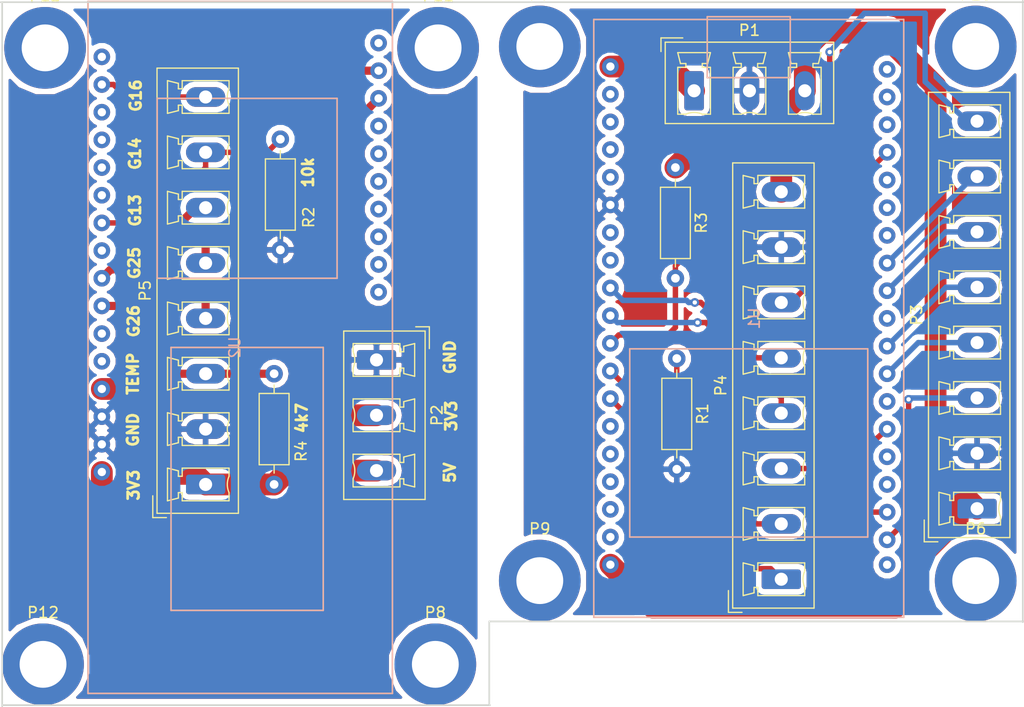
<source format=kicad_pcb>
(kicad_pcb (version 20171130) (host pcbnew 5.0.2+dfsg1-1)

  (general
    (thickness 1.6)
    (drawings 19)
    (tracks 134)
    (zones 0)
    (modules 19)
    (nets 72)
  )

  (page A4)
  (layers
    (0 F.Cu signal hide)
    (31 B.Cu signal hide)
    (32 B.Adhes user)
    (33 F.Adhes user)
    (34 B.Paste user)
    (35 F.Paste user)
    (36 B.SilkS user)
    (37 F.SilkS user)
    (38 B.Mask user)
    (39 F.Mask user)
    (40 Dwgs.User user)
    (41 Cmts.User user)
    (42 Eco1.User user)
    (43 Eco2.User user)
    (44 Edge.Cuts user)
    (45 Margin user)
    (46 B.CrtYd user)
    (47 F.CrtYd user)
    (48 B.Fab user)
    (49 F.Fab user)
  )

  (setup
    (last_trace_width 0.5)
    (user_trace_width 0.5)
    (user_trace_width 0.75)
    (user_trace_width 1)
    (user_trace_width 1.25)
    (user_trace_width 1.5)
    (user_trace_width 2)
    (trace_clearance 0.2)
    (zone_clearance 0.508)
    (zone_45_only no)
    (trace_min 0.2)
    (segment_width 0.2)
    (edge_width 0.15)
    (via_size 0.8)
    (via_drill 0.4)
    (via_min_size 0.4)
    (via_min_drill 0.3)
    (uvia_size 0.3)
    (uvia_drill 0.1)
    (uvias_allowed no)
    (uvia_min_size 0.2)
    (uvia_min_drill 0.1)
    (pcb_text_width 0.3)
    (pcb_text_size 1.5 1.5)
    (mod_edge_width 0.15)
    (mod_text_size 1 1)
    (mod_text_width 0.15)
    (pad_size 1.524 1.524)
    (pad_drill 0.762)
    (pad_to_mask_clearance 0.051)
    (solder_mask_min_width 0.25)
    (aux_axis_origin 0 0)
    (visible_elements FFFFFF7F)
    (pcbplotparams
      (layerselection 0x010fc_ffffffff)
      (usegerberextensions false)
      (usegerberattributes false)
      (usegerberadvancedattributes false)
      (creategerberjobfile false)
      (excludeedgelayer true)
      (linewidth 0.100000)
      (plotframeref false)
      (viasonmask false)
      (mode 1)
      (useauxorigin false)
      (hpglpennumber 1)
      (hpglpenspeed 20)
      (hpglpendiameter 15.000000)
      (psnegative false)
      (psa4output false)
      (plotreference true)
      (plotvalue true)
      (plotinvisibletext false)
      (padsonsilk false)
      (subtractmaskfromsilk false)
      (outputformat 1)
      (mirror false)
      (drillshape 1)
      (scaleselection 1)
      (outputdirectory ""))
  )

  (net 0 "")
  (net 1 +3V3)
  (net 2 +5V)
  (net 3 GND)
  (net 4 GNDA)
  (net 5 +5VA)
  (net 6 +3.3VA)
  (net 7 DS1820)
  (net 8 IO_1)
  (net 9 IO_2)
  (net 10 IO_3)
  (net 11 IO_4)
  (net 12 IO_5)
  (net 13 IO_11)
  (net 14 IO_10)
  (net 15 IO_9)
  (net 16 IO_8)
  (net 17 IO_7)
  (net 18 IO_6)
  (net 19 IO1)
  (net 20 IO2)
  (net 21 IO3)
  (net 22 IO4)
  (net 23 IO5)
  (net 24 "Net-(P6-Pad1)")
  (net 25 "Net-(P7-Pad1)")
  (net 26 "Net-(P8-Pad1)")
  (net 27 "Net-(P9-Pad1)")
  (net 28 "Net-(P10-Pad1)")
  (net 29 "Net-(P11-Pad1)")
  (net 30 "Net-(P12-Pad1)")
  (net 31 "Net-(P13-Pad1)")
  (net 32 DS1820a)
  (net 33 "Net-(U1-Pad5)")
  (net 34 "Net-(U1-Pad13)")
  (net 35 "Net-(U1-Pad15)")
  (net 36 "Net-(U1-Pad19)")
  (net 37 "Net-(U1-Pad21)")
  (net 38 "Net-(U1-Pad22)")
  (net 39 "Net-(U1-Pad23)")
  (net 40 "Net-(U1-Pad25)")
  (net 41 "Net-(U1-Pad31)")
  (net 42 "Net-(U1-Pad32)")
  (net 43 "Net-(U1-Pad34)")
  (net 44 "Net-(U1-Pad36)")
  (net 45 "Net-(U1-Pad37)")
  (net 46 "Net-(U2-Pad5)")
  (net 47 "Net-(U2-Pad6)")
  (net 48 "Net-(U2-Pad11)")
  (net 49 "Net-(U2-Pad12)")
  (net 50 "Net-(U2-Pad13)")
  (net 51 "Net-(U2-Pad14)")
  (net 52 "Net-(U2-Pad16)")
  (net 53 "Net-(U2-Pad17)")
  (net 54 "Net-(U2-Pad20)")
  (net 55 "Net-(U2-Pad21)")
  (net 56 "Net-(U2-Pad22)")
  (net 57 "Net-(U2-Pad23)")
  (net 58 "Net-(U2-Pad24)")
  (net 59 "Net-(U2-Pad25)")
  (net 60 "Net-(U2-Pad26)")
  (net 61 "Net-(U1-Pad24)")
  (net 62 "Net-(U1-Pad1)")
  (net 63 "Net-(U1-Pad2)")
  (net 64 "Net-(U1-Pad3)")
  (net 65 "Net-(U1-Pad16)")
  (net 66 "Net-(U1-Pad35)")
  (net 67 "Net-(U1-Pad6)")
  (net 68 "Net-(U1-Pad7)")
  (net 69 "Net-(U1-Pad10)")
  (net 70 "Net-(U2-Pad9)")
  (net 71 "Net-(U1-Pad9)")

  (net_class Default "This is the default net class."
    (clearance 0.2)
    (trace_width 0.25)
    (via_dia 0.8)
    (via_drill 0.4)
    (uvia_dia 0.3)
    (uvia_drill 0.1)
    (add_net +3.3VA)
    (add_net +3V3)
    (add_net +5V)
    (add_net +5VA)
    (add_net DS1820)
    (add_net DS1820a)
    (add_net GND)
    (add_net GNDA)
    (add_net IO1)
    (add_net IO2)
    (add_net IO3)
    (add_net IO4)
    (add_net IO5)
    (add_net IO_1)
    (add_net IO_10)
    (add_net IO_11)
    (add_net IO_2)
    (add_net IO_3)
    (add_net IO_4)
    (add_net IO_5)
    (add_net IO_6)
    (add_net IO_7)
    (add_net IO_8)
    (add_net IO_9)
    (add_net "Net-(P10-Pad1)")
    (add_net "Net-(P11-Pad1)")
    (add_net "Net-(P12-Pad1)")
    (add_net "Net-(P13-Pad1)")
    (add_net "Net-(P6-Pad1)")
    (add_net "Net-(P7-Pad1)")
    (add_net "Net-(P8-Pad1)")
    (add_net "Net-(P9-Pad1)")
    (add_net "Net-(U1-Pad1)")
    (add_net "Net-(U1-Pad10)")
    (add_net "Net-(U1-Pad13)")
    (add_net "Net-(U1-Pad15)")
    (add_net "Net-(U1-Pad16)")
    (add_net "Net-(U1-Pad19)")
    (add_net "Net-(U1-Pad2)")
    (add_net "Net-(U1-Pad21)")
    (add_net "Net-(U1-Pad22)")
    (add_net "Net-(U1-Pad23)")
    (add_net "Net-(U1-Pad24)")
    (add_net "Net-(U1-Pad25)")
    (add_net "Net-(U1-Pad3)")
    (add_net "Net-(U1-Pad31)")
    (add_net "Net-(U1-Pad32)")
    (add_net "Net-(U1-Pad34)")
    (add_net "Net-(U1-Pad35)")
    (add_net "Net-(U1-Pad36)")
    (add_net "Net-(U1-Pad37)")
    (add_net "Net-(U1-Pad5)")
    (add_net "Net-(U1-Pad6)")
    (add_net "Net-(U1-Pad7)")
    (add_net "Net-(U1-Pad9)")
    (add_net "Net-(U2-Pad11)")
    (add_net "Net-(U2-Pad12)")
    (add_net "Net-(U2-Pad13)")
    (add_net "Net-(U2-Pad14)")
    (add_net "Net-(U2-Pad16)")
    (add_net "Net-(U2-Pad17)")
    (add_net "Net-(U2-Pad20)")
    (add_net "Net-(U2-Pad21)")
    (add_net "Net-(U2-Pad22)")
    (add_net "Net-(U2-Pad23)")
    (add_net "Net-(U2-Pad24)")
    (add_net "Net-(U2-Pad25)")
    (add_net "Net-(U2-Pad26)")
    (add_net "Net-(U2-Pad5)")
    (add_net "Net-(U2-Pad6)")
    (add_net "Net-(U2-Pad9)")
  )

  (module Marcus:ESP32-DEV-WROOM (layer B.Cu) (tedit 5CA586A7) (tstamp 5CB270A0)
    (at 176.022 76.0095 270)
    (path /5CAFDD13)
    (fp_text reference U1 (at 0 -0.5 270) (layer B.SilkS)
      (effects (font (size 1 1) (thickness 0.15)) (justify mirror))
    )
    (fp_text value ESP32Dev (at 0 0.5 270) (layer B.Fab)
      (effects (font (size 1 1) (thickness 0.15)) (justify mirror))
    )
    (fp_line (start -27.432 -14.224) (end -27.432 14.224) (layer B.SilkS) (width 0.15))
    (fp_line (start -27.432 14.224) (end 27.432 14.224) (layer B.SilkS) (width 0.15))
    (fp_line (start 27.432 14.224) (end 27.432 -14.224) (layer B.SilkS) (width 0.15))
    (fp_line (start 27.432 -14.224) (end -27.432 -14.224) (layer B.SilkS) (width 0.15))
    (fp_line (start -27.686 -3.81) (end -27.686 3.81) (layer B.SilkS) (width 0.15))
    (fp_line (start -27.686 3.81) (end -22.098 3.81) (layer B.SilkS) (width 0.15))
    (fp_line (start -22.098 3.81) (end -22.098 -3.81) (layer B.SilkS) (width 0.15))
    (fp_line (start -22.098 -3.81) (end -27.686 -3.81) (layer B.SilkS) (width 0.15))
    (fp_line (start 2.794 -10.922) (end 2.794 10.922) (layer B.SilkS) (width 0.15))
    (fp_line (start 2.794 10.922) (end 20.066 10.922) (layer B.SilkS) (width 0.15))
    (fp_line (start 20.066 10.922) (end 20.066 -10.922) (layer B.SilkS) (width 0.15))
    (fp_line (start 20.066 -10.922) (end 2.794 -10.922) (layer B.SilkS) (width 0.15))
    (pad 1 thru_hole circle (at -22.86 -12.7 270) (size 1.524 1.524) (drill 0.762) (layers *.Cu *.Mask)
      (net 62 "Net-(U1-Pad1)"))
    (pad 2 thru_hole circle (at -20.32 -12.7 270) (size 1.524 1.524) (drill 0.762) (layers *.Cu *.Mask)
      (net 63 "Net-(U1-Pad2)"))
    (pad 3 thru_hole circle (at -17.78 -12.7 270) (size 1.524 1.524) (drill 0.762) (layers *.Cu *.Mask)
      (net 64 "Net-(U1-Pad3)"))
    (pad 4 thru_hole circle (at -15.24 -12.7 270) (size 1.524 1.524) (drill 0.762) (layers *.Cu *.Mask)
      (net 13 IO_11))
    (pad 5 thru_hole circle (at -12.7 -12.7 270) (size 1.524 1.524) (drill 0.762) (layers *.Cu *.Mask)
      (net 33 "Net-(U1-Pad5)"))
    (pad 6 thru_hole circle (at -10.16 -12.7 270) (size 1.524 1.524) (drill 0.762) (layers *.Cu *.Mask)
      (net 67 "Net-(U1-Pad6)"))
    (pad 7 thru_hole circle (at -7.62 -12.7 270) (size 1.524 1.524) (drill 0.762) (layers *.Cu *.Mask)
      (net 68 "Net-(U1-Pad7)"))
    (pad 8 thru_hole circle (at -5.08 -12.7 270) (size 1.524 1.524) (drill 0.762) (layers *.Cu *.Mask)
      (net 11 IO_4))
    (pad 9 thru_hole circle (at -2.54 -12.7 270) (size 1.524 1.524) (drill 0.762) (layers *.Cu *.Mask)
      (net 71 "Net-(U1-Pad9)"))
    (pad 10 thru_hole circle (at 0 -12.7 270) (size 1.524 1.524) (drill 0.762) (layers *.Cu *.Mask)
      (net 69 "Net-(U1-Pad10)"))
    (pad 11 thru_hole circle (at 2.54 -12.7 270) (size 1.524 1.524) (drill 0.762) (layers *.Cu *.Mask)
      (net 10 IO_3))
    (pad 12 thru_hole circle (at 5.08 -12.7 270) (size 1.524 1.524) (drill 0.762) (layers *.Cu *.Mask)
      (net 9 IO_2))
    (pad 13 thru_hole circle (at 7.62 -12.7 270) (size 1.524 1.524) (drill 0.762) (layers *.Cu *.Mask)
      (net 34 "Net-(U1-Pad13)"))
    (pad 14 thru_hole circle (at 10.16 -12.7 270) (size 1.524 1.524) (drill 0.762) (layers *.Cu *.Mask)
      (net 16 IO_8))
    (pad 15 thru_hole circle (at 12.7 -12.7 270) (size 1.524 1.524) (drill 0.762) (layers *.Cu *.Mask)
      (net 35 "Net-(U1-Pad15)"))
    (pad 16 thru_hole circle (at 15.24 -12.7 270) (size 1.524 1.524) (drill 0.762) (layers *.Cu *.Mask)
      (net 65 "Net-(U1-Pad16)"))
    (pad 17 thru_hole circle (at 17.78 -12.7 270) (size 1.524 1.524) (drill 0.762) (layers *.Cu *.Mask)
      (net 8 IO_1))
    (pad 18 thru_hole circle (at 20.32 -12.7 270) (size 1.524 1.524) (drill 0.762) (layers *.Cu *.Mask)
      (net 12 IO_5))
    (pad 19 thru_hole circle (at 22.606 -12.7 270) (size 1.524 1.524) (drill 0.762) (layers *.Cu *.Mask)
      (net 36 "Net-(U1-Pad19)"))
    (pad 20 thru_hole circle (at 22.606 12.7 270) (size 1.524 1.524) (drill 0.762) (layers *.Cu *.Mask)
      (net 1 +3V3))
    (pad 21 thru_hole circle (at 20.066 12.7 270) (size 1.524 1.524) (drill 0.762) (layers *.Cu *.Mask)
      (net 37 "Net-(U1-Pad21)"))
    (pad 22 thru_hole circle (at 17.526 12.7 270) (size 1.524 1.524) (drill 0.762) (layers *.Cu *.Mask)
      (net 38 "Net-(U1-Pad22)"))
    (pad 23 thru_hole circle (at 14.986 12.7 270) (size 1.524 1.524) (drill 0.762) (layers *.Cu *.Mask)
      (net 39 "Net-(U1-Pad23)"))
    (pad 24 thru_hole circle (at 12.446 12.7 270) (size 1.524 1.524) (drill 0.762) (layers *.Cu *.Mask)
      (net 61 "Net-(U1-Pad24)"))
    (pad 25 thru_hole circle (at 9.906 12.7 270) (size 1.524 1.524) (drill 0.762) (layers *.Cu *.Mask)
      (net 40 "Net-(U1-Pad25)"))
    (pad 26 thru_hole circle (at 7.366 12.7 270) (size 1.524 1.524) (drill 0.762) (layers *.Cu *.Mask)
      (net 15 IO_9))
    (pad 27 thru_hole circle (at 4.826 12.7 270) (size 1.524 1.524) (drill 0.762) (layers *.Cu *.Mask)
      (net 14 IO_10))
    (pad 28 thru_hole circle (at 2.286 12.7 270) (size 1.524 1.524) (drill 0.762) (layers *.Cu *.Mask)
      (net 7 DS1820))
    (pad 29 thru_hole circle (at -0.254 12.7 270) (size 1.524 1.524) (drill 0.762) (layers *.Cu *.Mask)
      (net 18 IO_6))
    (pad 30 thru_hole circle (at -2.794 12.7 270) (size 1.524 1.524) (drill 0.762) (layers *.Cu *.Mask)
      (net 17 IO_7))
    (pad 31 thru_hole circle (at -5.334 12.7 270) (size 1.524 1.524) (drill 0.762) (layers *.Cu *.Mask)
      (net 41 "Net-(U1-Pad31)"))
    (pad 32 thru_hole circle (at -7.874 12.7 270) (size 1.524 1.524) (drill 0.762) (layers *.Cu *.Mask)
      (net 42 "Net-(U1-Pad32)"))
    (pad 33 thru_hole circle (at -10.414 12.7 270) (size 1.524 1.524) (drill 0.762) (layers *.Cu *.Mask)
      (net 3 GND))
    (pad 34 thru_hole circle (at -12.954 12.7 270) (size 1.524 1.524) (drill 0.762) (layers *.Cu *.Mask)
      (net 43 "Net-(U1-Pad34)"))
    (pad 35 thru_hole circle (at -15.494 12.7 270) (size 1.524 1.524) (drill 0.762) (layers *.Cu *.Mask)
      (net 66 "Net-(U1-Pad35)"))
    (pad 36 thru_hole circle (at -18.034 12.7 270) (size 1.524 1.524) (drill 0.762) (layers *.Cu *.Mask)
      (net 44 "Net-(U1-Pad36)"))
    (pad 37 thru_hole circle (at -20.574 12.7 270) (size 1.524 1.524) (drill 0.762) (layers *.Cu *.Mask)
      (net 45 "Net-(U1-Pad37)"))
    (pad 38 thru_hole circle (at -23.114 12.7 270) (size 1.524 1.524) (drill 0.762) (layers *.Cu *.Mask)
      (net 2 +5V))
  )

  (module Connector_Phoenix_MC_HighVoltage:PhoenixContact_MCV_1,5_3-G-5.08_1x03_P5.08mm_Vertical (layer F.Cu) (tedit 5B784ED3) (tstamp 5CB26DE5)
    (at 171.0055 55.118)
    (descr "Generic Phoenix Contact connector footprint for: MCV_1,5/3-G-5.08; number of pins: 03; pin pitch: 5.08mm; Vertical || order number: 1836309 8A 320V")
    (tags "phoenix_contact connector MCV_01x03_G_5.08mm")
    (path /5CB00898)
    (fp_text reference P1 (at 5.08 -5.55) (layer F.SilkS)
      (effects (font (size 1 1) (thickness 0.15)))
    )
    (fp_text value CONN_01X03 (at 5.08 4.1) (layer F.Fab)
      (effects (font (size 1 1) (thickness 0.15)))
    )
    (fp_arc (start 0 3.85) (end -0.75 2.15) (angle 47.6) (layer F.SilkS) (width 0.12))
    (fp_arc (start 5.08 3.85) (end 4.33 2.15) (angle 47.6) (layer F.SilkS) (width 0.12))
    (fp_arc (start 10.16 3.85) (end 9.41 2.15) (angle 47.6) (layer F.SilkS) (width 0.12))
    (fp_line (start -2.65 -4.46) (end -2.65 3.01) (layer F.SilkS) (width 0.12))
    (fp_line (start -2.65 3.01) (end 12.81 3.01) (layer F.SilkS) (width 0.12))
    (fp_line (start 12.81 3.01) (end 12.81 -4.46) (layer F.SilkS) (width 0.12))
    (fp_line (start 12.81 -4.46) (end -2.65 -4.46) (layer F.SilkS) (width 0.12))
    (fp_line (start -2.54 -4.35) (end -2.54 2.9) (layer F.Fab) (width 0.1))
    (fp_line (start -2.54 2.9) (end 12.7 2.9) (layer F.Fab) (width 0.1))
    (fp_line (start 12.7 2.9) (end 12.7 -4.35) (layer F.Fab) (width 0.1))
    (fp_line (start 12.7 -4.35) (end -2.54 -4.35) (layer F.Fab) (width 0.1))
    (fp_line (start -0.75 2.15) (end -1.5 2.15) (layer F.SilkS) (width 0.12))
    (fp_line (start -1.5 2.15) (end -1.5 -2.15) (layer F.SilkS) (width 0.12))
    (fp_line (start -1.5 -2.15) (end -0.75 -2.15) (layer F.SilkS) (width 0.12))
    (fp_line (start -0.75 -2.15) (end -0.75 -2.5) (layer F.SilkS) (width 0.12))
    (fp_line (start -0.75 -2.5) (end -1.25 -2.5) (layer F.SilkS) (width 0.12))
    (fp_line (start -1.25 -2.5) (end -1.5 -3.5) (layer F.SilkS) (width 0.12))
    (fp_line (start -1.5 -3.5) (end 1.5 -3.5) (layer F.SilkS) (width 0.12))
    (fp_line (start 1.5 -3.5) (end 1.25 -2.5) (layer F.SilkS) (width 0.12))
    (fp_line (start 1.25 -2.5) (end 0.75 -2.5) (layer F.SilkS) (width 0.12))
    (fp_line (start 0.75 -2.5) (end 0.75 -2.15) (layer F.SilkS) (width 0.12))
    (fp_line (start 0.75 -2.15) (end 1.5 -2.15) (layer F.SilkS) (width 0.12))
    (fp_line (start 1.5 -2.15) (end 1.5 2.15) (layer F.SilkS) (width 0.12))
    (fp_line (start 1.5 2.15) (end 0.75 2.15) (layer F.SilkS) (width 0.12))
    (fp_line (start 4.33 2.15) (end 3.58 2.15) (layer F.SilkS) (width 0.12))
    (fp_line (start 3.58 2.15) (end 3.58 -2.15) (layer F.SilkS) (width 0.12))
    (fp_line (start 3.58 -2.15) (end 4.33 -2.15) (layer F.SilkS) (width 0.12))
    (fp_line (start 4.33 -2.15) (end 4.33 -2.5) (layer F.SilkS) (width 0.12))
    (fp_line (start 4.33 -2.5) (end 3.83 -2.5) (layer F.SilkS) (width 0.12))
    (fp_line (start 3.83 -2.5) (end 3.58 -3.5) (layer F.SilkS) (width 0.12))
    (fp_line (start 3.58 -3.5) (end 6.58 -3.5) (layer F.SilkS) (width 0.12))
    (fp_line (start 6.58 -3.5) (end 6.33 -2.5) (layer F.SilkS) (width 0.12))
    (fp_line (start 6.33 -2.5) (end 5.83 -2.5) (layer F.SilkS) (width 0.12))
    (fp_line (start 5.83 -2.5) (end 5.83 -2.15) (layer F.SilkS) (width 0.12))
    (fp_line (start 5.83 -2.15) (end 6.58 -2.15) (layer F.SilkS) (width 0.12))
    (fp_line (start 6.58 -2.15) (end 6.58 2.15) (layer F.SilkS) (width 0.12))
    (fp_line (start 6.58 2.15) (end 5.83 2.15) (layer F.SilkS) (width 0.12))
    (fp_line (start 9.41 2.15) (end 8.66 2.15) (layer F.SilkS) (width 0.12))
    (fp_line (start 8.66 2.15) (end 8.66 -2.15) (layer F.SilkS) (width 0.12))
    (fp_line (start 8.66 -2.15) (end 9.41 -2.15) (layer F.SilkS) (width 0.12))
    (fp_line (start 9.41 -2.15) (end 9.41 -2.5) (layer F.SilkS) (width 0.12))
    (fp_line (start 9.41 -2.5) (end 8.91 -2.5) (layer F.SilkS) (width 0.12))
    (fp_line (start 8.91 -2.5) (end 8.66 -3.5) (layer F.SilkS) (width 0.12))
    (fp_line (start 8.66 -3.5) (end 11.66 -3.5) (layer F.SilkS) (width 0.12))
    (fp_line (start 11.66 -3.5) (end 11.41 -2.5) (layer F.SilkS) (width 0.12))
    (fp_line (start 11.41 -2.5) (end 10.91 -2.5) (layer F.SilkS) (width 0.12))
    (fp_line (start 10.91 -2.5) (end 10.91 -2.15) (layer F.SilkS) (width 0.12))
    (fp_line (start 10.91 -2.15) (end 11.66 -2.15) (layer F.SilkS) (width 0.12))
    (fp_line (start 11.66 -2.15) (end 11.66 2.15) (layer F.SilkS) (width 0.12))
    (fp_line (start 11.66 2.15) (end 10.91 2.15) (layer F.SilkS) (width 0.12))
    (fp_line (start -3.04 -4.85) (end -3.04 3.4) (layer F.CrtYd) (width 0.05))
    (fp_line (start -3.04 3.4) (end 13.2 3.4) (layer F.CrtYd) (width 0.05))
    (fp_line (start 13.2 3.4) (end 13.2 -4.85) (layer F.CrtYd) (width 0.05))
    (fp_line (start 13.2 -4.85) (end -3.04 -4.85) (layer F.CrtYd) (width 0.05))
    (fp_line (start -3.04 -3.6) (end -3.04 -4.85) (layer F.SilkS) (width 0.12))
    (fp_line (start -3.04 -4.85) (end -1.04 -4.85) (layer F.SilkS) (width 0.12))
    (fp_line (start -3.04 -3.6) (end -3.04 -4.85) (layer F.Fab) (width 0.1))
    (fp_line (start -3.04 -4.85) (end -1.04 -4.85) (layer F.Fab) (width 0.1))
    (fp_text user %R (at 5.08 -3.65) (layer F.Fab)
      (effects (font (size 1 1) (thickness 0.15)))
    )
    (pad 1 thru_hole roundrect (at 0 0) (size 1.8 3.6) (drill 1.2) (layers *.Cu *.Mask) (roundrect_rratio 0.138889)
      (net 2 +5V))
    (pad 2 thru_hole oval (at 5.08 0) (size 1.8 3.6) (drill 1.2) (layers *.Cu *.Mask)
      (net 3 GND))
    (pad 3 thru_hole oval (at 10.16 0) (size 1.8 3.6) (drill 1.2) (layers *.Cu *.Mask)
      (net 1 +3V3))
    (model ${KISYS3DMOD}/Connector_Phoenix_MC_HighVoltage.3dshapes/PhoenixContact_MCV_1,5_3-G-5.08_1x03_P5.08mm_Vertical.wrl
      (at (xyz 0 0 0))
      (scale (xyz 1 1 1))
      (rotate (xyz 0 0 0))
    )
  )

  (module Connector_Phoenix_MC_HighVoltage:PhoenixContact_MCV_1,5_3-G-5.08_1x03_P5.08mm_Vertical (layer F.Cu) (tedit 5B784ED3) (tstamp 5CB28E75)
    (at 141.859 79.8195 270)
    (descr "Generic Phoenix Contact connector footprint for: MCV_1,5/3-G-5.08; number of pins: 03; pin pitch: 5.08mm; Vertical || order number: 1836309 8A 320V")
    (tags "phoenix_contact connector MCV_01x03_G_5.08mm")
    (path /5CB007BB)
    (fp_text reference P2 (at 5.08 -5.55 270) (layer F.SilkS)
      (effects (font (size 1 1) (thickness 0.15)))
    )
    (fp_text value CONN_01X03 (at 5.08 4.1 270) (layer F.Fab)
      (effects (font (size 1 1) (thickness 0.15)))
    )
    (fp_text user %R (at 5.08 -3.65 270) (layer F.Fab)
      (effects (font (size 1 1) (thickness 0.15)))
    )
    (fp_line (start -3.04 -4.85) (end -1.04 -4.85) (layer F.Fab) (width 0.1))
    (fp_line (start -3.04 -3.6) (end -3.04 -4.85) (layer F.Fab) (width 0.1))
    (fp_line (start -3.04 -4.85) (end -1.04 -4.85) (layer F.SilkS) (width 0.12))
    (fp_line (start -3.04 -3.6) (end -3.04 -4.85) (layer F.SilkS) (width 0.12))
    (fp_line (start 13.2 -4.85) (end -3.04 -4.85) (layer F.CrtYd) (width 0.05))
    (fp_line (start 13.2 3.4) (end 13.2 -4.85) (layer F.CrtYd) (width 0.05))
    (fp_line (start -3.04 3.4) (end 13.2 3.4) (layer F.CrtYd) (width 0.05))
    (fp_line (start -3.04 -4.85) (end -3.04 3.4) (layer F.CrtYd) (width 0.05))
    (fp_line (start 11.66 2.15) (end 10.91 2.15) (layer F.SilkS) (width 0.12))
    (fp_line (start 11.66 -2.15) (end 11.66 2.15) (layer F.SilkS) (width 0.12))
    (fp_line (start 10.91 -2.15) (end 11.66 -2.15) (layer F.SilkS) (width 0.12))
    (fp_line (start 10.91 -2.5) (end 10.91 -2.15) (layer F.SilkS) (width 0.12))
    (fp_line (start 11.41 -2.5) (end 10.91 -2.5) (layer F.SilkS) (width 0.12))
    (fp_line (start 11.66 -3.5) (end 11.41 -2.5) (layer F.SilkS) (width 0.12))
    (fp_line (start 8.66 -3.5) (end 11.66 -3.5) (layer F.SilkS) (width 0.12))
    (fp_line (start 8.91 -2.5) (end 8.66 -3.5) (layer F.SilkS) (width 0.12))
    (fp_line (start 9.41 -2.5) (end 8.91 -2.5) (layer F.SilkS) (width 0.12))
    (fp_line (start 9.41 -2.15) (end 9.41 -2.5) (layer F.SilkS) (width 0.12))
    (fp_line (start 8.66 -2.15) (end 9.41 -2.15) (layer F.SilkS) (width 0.12))
    (fp_line (start 8.66 2.15) (end 8.66 -2.15) (layer F.SilkS) (width 0.12))
    (fp_line (start 9.41 2.15) (end 8.66 2.15) (layer F.SilkS) (width 0.12))
    (fp_line (start 6.58 2.15) (end 5.83 2.15) (layer F.SilkS) (width 0.12))
    (fp_line (start 6.58 -2.15) (end 6.58 2.15) (layer F.SilkS) (width 0.12))
    (fp_line (start 5.83 -2.15) (end 6.58 -2.15) (layer F.SilkS) (width 0.12))
    (fp_line (start 5.83 -2.5) (end 5.83 -2.15) (layer F.SilkS) (width 0.12))
    (fp_line (start 6.33 -2.5) (end 5.83 -2.5) (layer F.SilkS) (width 0.12))
    (fp_line (start 6.58 -3.5) (end 6.33 -2.5) (layer F.SilkS) (width 0.12))
    (fp_line (start 3.58 -3.5) (end 6.58 -3.5) (layer F.SilkS) (width 0.12))
    (fp_line (start 3.83 -2.5) (end 3.58 -3.5) (layer F.SilkS) (width 0.12))
    (fp_line (start 4.33 -2.5) (end 3.83 -2.5) (layer F.SilkS) (width 0.12))
    (fp_line (start 4.33 -2.15) (end 4.33 -2.5) (layer F.SilkS) (width 0.12))
    (fp_line (start 3.58 -2.15) (end 4.33 -2.15) (layer F.SilkS) (width 0.12))
    (fp_line (start 3.58 2.15) (end 3.58 -2.15) (layer F.SilkS) (width 0.12))
    (fp_line (start 4.33 2.15) (end 3.58 2.15) (layer F.SilkS) (width 0.12))
    (fp_line (start 1.5 2.15) (end 0.75 2.15) (layer F.SilkS) (width 0.12))
    (fp_line (start 1.5 -2.15) (end 1.5 2.15) (layer F.SilkS) (width 0.12))
    (fp_line (start 0.75 -2.15) (end 1.5 -2.15) (layer F.SilkS) (width 0.12))
    (fp_line (start 0.75 -2.5) (end 0.75 -2.15) (layer F.SilkS) (width 0.12))
    (fp_line (start 1.25 -2.5) (end 0.75 -2.5) (layer F.SilkS) (width 0.12))
    (fp_line (start 1.5 -3.5) (end 1.25 -2.5) (layer F.SilkS) (width 0.12))
    (fp_line (start -1.5 -3.5) (end 1.5 -3.5) (layer F.SilkS) (width 0.12))
    (fp_line (start -1.25 -2.5) (end -1.5 -3.5) (layer F.SilkS) (width 0.12))
    (fp_line (start -0.75 -2.5) (end -1.25 -2.5) (layer F.SilkS) (width 0.12))
    (fp_line (start -0.75 -2.15) (end -0.75 -2.5) (layer F.SilkS) (width 0.12))
    (fp_line (start -1.5 -2.15) (end -0.75 -2.15) (layer F.SilkS) (width 0.12))
    (fp_line (start -1.5 2.15) (end -1.5 -2.15) (layer F.SilkS) (width 0.12))
    (fp_line (start -0.75 2.15) (end -1.5 2.15) (layer F.SilkS) (width 0.12))
    (fp_line (start 12.7 -4.35) (end -2.54 -4.35) (layer F.Fab) (width 0.1))
    (fp_line (start 12.7 2.9) (end 12.7 -4.35) (layer F.Fab) (width 0.1))
    (fp_line (start -2.54 2.9) (end 12.7 2.9) (layer F.Fab) (width 0.1))
    (fp_line (start -2.54 -4.35) (end -2.54 2.9) (layer F.Fab) (width 0.1))
    (fp_line (start 12.81 -4.46) (end -2.65 -4.46) (layer F.SilkS) (width 0.12))
    (fp_line (start 12.81 3.01) (end 12.81 -4.46) (layer F.SilkS) (width 0.12))
    (fp_line (start -2.65 3.01) (end 12.81 3.01) (layer F.SilkS) (width 0.12))
    (fp_line (start -2.65 -4.46) (end -2.65 3.01) (layer F.SilkS) (width 0.12))
    (fp_arc (start 10.16 3.85) (end 9.41 2.15) (angle 47.6) (layer F.SilkS) (width 0.12))
    (fp_arc (start 5.08 3.85) (end 4.33 2.15) (angle 47.6) (layer F.SilkS) (width 0.12))
    (fp_arc (start 0 3.85) (end -0.75 2.15) (angle 47.6) (layer F.SilkS) (width 0.12))
    (pad 3 thru_hole oval (at 10.16 0 270) (size 1.8 3.6) (drill 1.2) (layers *.Cu *.Mask)
      (net 5 +5VA))
    (pad 2 thru_hole oval (at 5.08 0 270) (size 1.8 3.6) (drill 1.2) (layers *.Cu *.Mask)
      (net 6 +3.3VA))
    (pad 1 thru_hole roundrect (at 0 0 270) (size 1.8 3.6) (drill 1.2) (layers *.Cu *.Mask) (roundrect_rratio 0.138889)
      (net 4 GNDA))
    (model ${KISYS3DMOD}/Connector_Phoenix_MC_HighVoltage.3dshapes/PhoenixContact_MCV_1,5_3-G-5.08_1x03_P5.08mm_Vertical.wrl
      (at (xyz 0 0 0))
      (scale (xyz 1 1 1))
      (rotate (xyz 0 0 0))
    )
  )

  (module Connector_Phoenix_MC_HighVoltage:PhoenixContact_MCV_1,5_8-G-5.08_1x08_P5.08mm_Vertical (layer F.Cu) (tedit 5B784ED3) (tstamp 5CB26EB4)
    (at 196.977 93.472 90)
    (descr "Generic Phoenix Contact connector footprint for: MCV_1,5/8-G-5.08; number of pins: 08; pin pitch: 5.08mm; Vertical || order number: 1836354 8A 320V")
    (tags "phoenix_contact connector MCV_01x08_G_5.08mm")
    (path /5CB0178E)
    (fp_text reference P3 (at 17.78 -5.55 90) (layer F.SilkS)
      (effects (font (size 1 1) (thickness 0.15)))
    )
    (fp_text value CONN_01X08 (at 17.78 4.1 90) (layer F.Fab)
      (effects (font (size 1 1) (thickness 0.15)))
    )
    (fp_arc (start 0 3.85) (end -0.75 2.15) (angle 47.6) (layer F.SilkS) (width 0.12))
    (fp_arc (start 5.08 3.85) (end 4.33 2.15) (angle 47.6) (layer F.SilkS) (width 0.12))
    (fp_arc (start 10.16 3.85) (end 9.41 2.15) (angle 47.6) (layer F.SilkS) (width 0.12))
    (fp_arc (start 15.24 3.85) (end 14.49 2.15) (angle 47.6) (layer F.SilkS) (width 0.12))
    (fp_arc (start 20.32 3.85) (end 19.57 2.15) (angle 47.6) (layer F.SilkS) (width 0.12))
    (fp_arc (start 25.4 3.85) (end 24.65 2.15) (angle 47.6) (layer F.SilkS) (width 0.12))
    (fp_arc (start 30.48 3.85) (end 29.73 2.15) (angle 47.6) (layer F.SilkS) (width 0.12))
    (fp_arc (start 35.56 3.85) (end 34.81 2.15) (angle 47.6) (layer F.SilkS) (width 0.12))
    (fp_line (start -2.65 -4.46) (end -2.65 3.01) (layer F.SilkS) (width 0.12))
    (fp_line (start -2.65 3.01) (end 38.21 3.01) (layer F.SilkS) (width 0.12))
    (fp_line (start 38.21 3.01) (end 38.21 -4.46) (layer F.SilkS) (width 0.12))
    (fp_line (start 38.21 -4.46) (end -2.65 -4.46) (layer F.SilkS) (width 0.12))
    (fp_line (start -2.54 -4.35) (end -2.54 2.9) (layer F.Fab) (width 0.1))
    (fp_line (start -2.54 2.9) (end 38.1 2.9) (layer F.Fab) (width 0.1))
    (fp_line (start 38.1 2.9) (end 38.1 -4.35) (layer F.Fab) (width 0.1))
    (fp_line (start 38.1 -4.35) (end -2.54 -4.35) (layer F.Fab) (width 0.1))
    (fp_line (start -0.75 2.15) (end -1.5 2.15) (layer F.SilkS) (width 0.12))
    (fp_line (start -1.5 2.15) (end -1.5 -2.15) (layer F.SilkS) (width 0.12))
    (fp_line (start -1.5 -2.15) (end -0.75 -2.15) (layer F.SilkS) (width 0.12))
    (fp_line (start -0.75 -2.15) (end -0.75 -2.5) (layer F.SilkS) (width 0.12))
    (fp_line (start -0.75 -2.5) (end -1.25 -2.5) (layer F.SilkS) (width 0.12))
    (fp_line (start -1.25 -2.5) (end -1.5 -3.5) (layer F.SilkS) (width 0.12))
    (fp_line (start -1.5 -3.5) (end 1.5 -3.5) (layer F.SilkS) (width 0.12))
    (fp_line (start 1.5 -3.5) (end 1.25 -2.5) (layer F.SilkS) (width 0.12))
    (fp_line (start 1.25 -2.5) (end 0.75 -2.5) (layer F.SilkS) (width 0.12))
    (fp_line (start 0.75 -2.5) (end 0.75 -2.15) (layer F.SilkS) (width 0.12))
    (fp_line (start 0.75 -2.15) (end 1.5 -2.15) (layer F.SilkS) (width 0.12))
    (fp_line (start 1.5 -2.15) (end 1.5 2.15) (layer F.SilkS) (width 0.12))
    (fp_line (start 1.5 2.15) (end 0.75 2.15) (layer F.SilkS) (width 0.12))
    (fp_line (start 4.33 2.15) (end 3.58 2.15) (layer F.SilkS) (width 0.12))
    (fp_line (start 3.58 2.15) (end 3.58 -2.15) (layer F.SilkS) (width 0.12))
    (fp_line (start 3.58 -2.15) (end 4.33 -2.15) (layer F.SilkS) (width 0.12))
    (fp_line (start 4.33 -2.15) (end 4.33 -2.5) (layer F.SilkS) (width 0.12))
    (fp_line (start 4.33 -2.5) (end 3.83 -2.5) (layer F.SilkS) (width 0.12))
    (fp_line (start 3.83 -2.5) (end 3.58 -3.5) (layer F.SilkS) (width 0.12))
    (fp_line (start 3.58 -3.5) (end 6.58 -3.5) (layer F.SilkS) (width 0.12))
    (fp_line (start 6.58 -3.5) (end 6.33 -2.5) (layer F.SilkS) (width 0.12))
    (fp_line (start 6.33 -2.5) (end 5.83 -2.5) (layer F.SilkS) (width 0.12))
    (fp_line (start 5.83 -2.5) (end 5.83 -2.15) (layer F.SilkS) (width 0.12))
    (fp_line (start 5.83 -2.15) (end 6.58 -2.15) (layer F.SilkS) (width 0.12))
    (fp_line (start 6.58 -2.15) (end 6.58 2.15) (layer F.SilkS) (width 0.12))
    (fp_line (start 6.58 2.15) (end 5.83 2.15) (layer F.SilkS) (width 0.12))
    (fp_line (start 9.41 2.15) (end 8.66 2.15) (layer F.SilkS) (width 0.12))
    (fp_line (start 8.66 2.15) (end 8.66 -2.15) (layer F.SilkS) (width 0.12))
    (fp_line (start 8.66 -2.15) (end 9.41 -2.15) (layer F.SilkS) (width 0.12))
    (fp_line (start 9.41 -2.15) (end 9.41 -2.5) (layer F.SilkS) (width 0.12))
    (fp_line (start 9.41 -2.5) (end 8.91 -2.5) (layer F.SilkS) (width 0.12))
    (fp_line (start 8.91 -2.5) (end 8.66 -3.5) (layer F.SilkS) (width 0.12))
    (fp_line (start 8.66 -3.5) (end 11.66 -3.5) (layer F.SilkS) (width 0.12))
    (fp_line (start 11.66 -3.5) (end 11.41 -2.5) (layer F.SilkS) (width 0.12))
    (fp_line (start 11.41 -2.5) (end 10.91 -2.5) (layer F.SilkS) (width 0.12))
    (fp_line (start 10.91 -2.5) (end 10.91 -2.15) (layer F.SilkS) (width 0.12))
    (fp_line (start 10.91 -2.15) (end 11.66 -2.15) (layer F.SilkS) (width 0.12))
    (fp_line (start 11.66 -2.15) (end 11.66 2.15) (layer F.SilkS) (width 0.12))
    (fp_line (start 11.66 2.15) (end 10.91 2.15) (layer F.SilkS) (width 0.12))
    (fp_line (start 14.49 2.15) (end 13.74 2.15) (layer F.SilkS) (width 0.12))
    (fp_line (start 13.74 2.15) (end 13.74 -2.15) (layer F.SilkS) (width 0.12))
    (fp_line (start 13.74 -2.15) (end 14.49 -2.15) (layer F.SilkS) (width 0.12))
    (fp_line (start 14.49 -2.15) (end 14.49 -2.5) (layer F.SilkS) (width 0.12))
    (fp_line (start 14.49 -2.5) (end 13.99 -2.5) (layer F.SilkS) (width 0.12))
    (fp_line (start 13.99 -2.5) (end 13.74 -3.5) (layer F.SilkS) (width 0.12))
    (fp_line (start 13.74 -3.5) (end 16.74 -3.5) (layer F.SilkS) (width 0.12))
    (fp_line (start 16.74 -3.5) (end 16.49 -2.5) (layer F.SilkS) (width 0.12))
    (fp_line (start 16.49 -2.5) (end 15.99 -2.5) (layer F.SilkS) (width 0.12))
    (fp_line (start 15.99 -2.5) (end 15.99 -2.15) (layer F.SilkS) (width 0.12))
    (fp_line (start 15.99 -2.15) (end 16.74 -2.15) (layer F.SilkS) (width 0.12))
    (fp_line (start 16.74 -2.15) (end 16.74 2.15) (layer F.SilkS) (width 0.12))
    (fp_line (start 16.74 2.15) (end 15.99 2.15) (layer F.SilkS) (width 0.12))
    (fp_line (start 19.57 2.15) (end 18.82 2.15) (layer F.SilkS) (width 0.12))
    (fp_line (start 18.82 2.15) (end 18.82 -2.15) (layer F.SilkS) (width 0.12))
    (fp_line (start 18.82 -2.15) (end 19.57 -2.15) (layer F.SilkS) (width 0.12))
    (fp_line (start 19.57 -2.15) (end 19.57 -2.5) (layer F.SilkS) (width 0.12))
    (fp_line (start 19.57 -2.5) (end 19.07 -2.5) (layer F.SilkS) (width 0.12))
    (fp_line (start 19.07 -2.5) (end 18.82 -3.5) (layer F.SilkS) (width 0.12))
    (fp_line (start 18.82 -3.5) (end 21.82 -3.5) (layer F.SilkS) (width 0.12))
    (fp_line (start 21.82 -3.5) (end 21.57 -2.5) (layer F.SilkS) (width 0.12))
    (fp_line (start 21.57 -2.5) (end 21.07 -2.5) (layer F.SilkS) (width 0.12))
    (fp_line (start 21.07 -2.5) (end 21.07 -2.15) (layer F.SilkS) (width 0.12))
    (fp_line (start 21.07 -2.15) (end 21.82 -2.15) (layer F.SilkS) (width 0.12))
    (fp_line (start 21.82 -2.15) (end 21.82 2.15) (layer F.SilkS) (width 0.12))
    (fp_line (start 21.82 2.15) (end 21.07 2.15) (layer F.SilkS) (width 0.12))
    (fp_line (start 24.65 2.15) (end 23.9 2.15) (layer F.SilkS) (width 0.12))
    (fp_line (start 23.9 2.15) (end 23.9 -2.15) (layer F.SilkS) (width 0.12))
    (fp_line (start 23.9 -2.15) (end 24.65 -2.15) (layer F.SilkS) (width 0.12))
    (fp_line (start 24.65 -2.15) (end 24.65 -2.5) (layer F.SilkS) (width 0.12))
    (fp_line (start 24.65 -2.5) (end 24.15 -2.5) (layer F.SilkS) (width 0.12))
    (fp_line (start 24.15 -2.5) (end 23.9 -3.5) (layer F.SilkS) (width 0.12))
    (fp_line (start 23.9 -3.5) (end 26.9 -3.5) (layer F.SilkS) (width 0.12))
    (fp_line (start 26.9 -3.5) (end 26.65 -2.5) (layer F.SilkS) (width 0.12))
    (fp_line (start 26.65 -2.5) (end 26.15 -2.5) (layer F.SilkS) (width 0.12))
    (fp_line (start 26.15 -2.5) (end 26.15 -2.15) (layer F.SilkS) (width 0.12))
    (fp_line (start 26.15 -2.15) (end 26.9 -2.15) (layer F.SilkS) (width 0.12))
    (fp_line (start 26.9 -2.15) (end 26.9 2.15) (layer F.SilkS) (width 0.12))
    (fp_line (start 26.9 2.15) (end 26.15 2.15) (layer F.SilkS) (width 0.12))
    (fp_line (start 29.73 2.15) (end 28.98 2.15) (layer F.SilkS) (width 0.12))
    (fp_line (start 28.98 2.15) (end 28.98 -2.15) (layer F.SilkS) (width 0.12))
    (fp_line (start 28.98 -2.15) (end 29.73 -2.15) (layer F.SilkS) (width 0.12))
    (fp_line (start 29.73 -2.15) (end 29.73 -2.5) (layer F.SilkS) (width 0.12))
    (fp_line (start 29.73 -2.5) (end 29.23 -2.5) (layer F.SilkS) (width 0.12))
    (fp_line (start 29.23 -2.5) (end 28.98 -3.5) (layer F.SilkS) (width 0.12))
    (fp_line (start 28.98 -3.5) (end 31.98 -3.5) (layer F.SilkS) (width 0.12))
    (fp_line (start 31.98 -3.5) (end 31.73 -2.5) (layer F.SilkS) (width 0.12))
    (fp_line (start 31.73 -2.5) (end 31.23 -2.5) (layer F.SilkS) (width 0.12))
    (fp_line (start 31.23 -2.5) (end 31.23 -2.15) (layer F.SilkS) (width 0.12))
    (fp_line (start 31.23 -2.15) (end 31.98 -2.15) (layer F.SilkS) (width 0.12))
    (fp_line (start 31.98 -2.15) (end 31.98 2.15) (layer F.SilkS) (width 0.12))
    (fp_line (start 31.98 2.15) (end 31.23 2.15) (layer F.SilkS) (width 0.12))
    (fp_line (start 34.81 2.15) (end 34.06 2.15) (layer F.SilkS) (width 0.12))
    (fp_line (start 34.06 2.15) (end 34.06 -2.15) (layer F.SilkS) (width 0.12))
    (fp_line (start 34.06 -2.15) (end 34.81 -2.15) (layer F.SilkS) (width 0.12))
    (fp_line (start 34.81 -2.15) (end 34.81 -2.5) (layer F.SilkS) (width 0.12))
    (fp_line (start 34.81 -2.5) (end 34.31 -2.5) (layer F.SilkS) (width 0.12))
    (fp_line (start 34.31 -2.5) (end 34.06 -3.5) (layer F.SilkS) (width 0.12))
    (fp_line (start 34.06 -3.5) (end 37.06 -3.5) (layer F.SilkS) (width 0.12))
    (fp_line (start 37.06 -3.5) (end 36.81 -2.5) (layer F.SilkS) (width 0.12))
    (fp_line (start 36.81 -2.5) (end 36.31 -2.5) (layer F.SilkS) (width 0.12))
    (fp_line (start 36.31 -2.5) (end 36.31 -2.15) (layer F.SilkS) (width 0.12))
    (fp_line (start 36.31 -2.15) (end 37.06 -2.15) (layer F.SilkS) (width 0.12))
    (fp_line (start 37.06 -2.15) (end 37.06 2.15) (layer F.SilkS) (width 0.12))
    (fp_line (start 37.06 2.15) (end 36.31 2.15) (layer F.SilkS) (width 0.12))
    (fp_line (start -3.04 -4.85) (end -3.04 3.4) (layer F.CrtYd) (width 0.05))
    (fp_line (start -3.04 3.4) (end 38.6 3.4) (layer F.CrtYd) (width 0.05))
    (fp_line (start 38.6 3.4) (end 38.6 -4.85) (layer F.CrtYd) (width 0.05))
    (fp_line (start 38.6 -4.85) (end -3.04 -4.85) (layer F.CrtYd) (width 0.05))
    (fp_line (start -3.04 -3.6) (end -3.04 -4.85) (layer F.SilkS) (width 0.12))
    (fp_line (start -3.04 -4.85) (end -1.04 -4.85) (layer F.SilkS) (width 0.12))
    (fp_line (start -3.04 -3.6) (end -3.04 -4.85) (layer F.Fab) (width 0.1))
    (fp_line (start -3.04 -4.85) (end -1.04 -4.85) (layer F.Fab) (width 0.1))
    (fp_text user %R (at 17.78 -3.65 90) (layer F.Fab)
      (effects (font (size 1 1) (thickness 0.15)))
    )
    (pad 1 thru_hole roundrect (at 0 0 90) (size 1.8 3.6) (drill 1.2) (layers *.Cu *.Mask) (roundrect_rratio 0.138889)
      (net 1 +3V3))
    (pad 2 thru_hole oval (at 5.08 0 90) (size 1.8 3.6) (drill 1.2) (layers *.Cu *.Mask)
      (net 3 GND))
    (pad 3 thru_hole oval (at 10.16 0 90) (size 1.8 3.6) (drill 1.2) (layers *.Cu *.Mask)
      (net 12 IO_5))
    (pad 4 thru_hole oval (at 15.24 0 90) (size 1.8 3.6) (drill 1.2) (layers *.Cu *.Mask)
      (net 9 IO_2))
    (pad 5 thru_hole oval (at 20.32 0 90) (size 1.8 3.6) (drill 1.2) (layers *.Cu *.Mask)
      (net 10 IO_3))
    (pad 6 thru_hole oval (at 25.4 0 90) (size 1.8 3.6) (drill 1.2) (layers *.Cu *.Mask)
      (net 8 IO_1))
    (pad 7 thru_hole oval (at 30.48 0 90) (size 1.8 3.6) (drill 1.2) (layers *.Cu *.Mask)
      (net 11 IO_4))
    (pad 8 thru_hole oval (at 35.56 0 90) (size 1.8 3.6) (drill 1.2) (layers *.Cu *.Mask)
      (net 7 DS1820))
    (model ${KISYS3DMOD}/Connector_Phoenix_MC_HighVoltage.3dshapes/PhoenixContact_MCV_1,5_8-G-5.08_1x08_P5.08mm_Vertical.wrl
      (at (xyz 0 0 0))
      (scale (xyz 1 1 1))
      (rotate (xyz 0 0 0))
    )
  )

  (module Connector_Phoenix_MC_HighVoltage:PhoenixContact_MCV_1,5_8-G-5.08_1x08_P5.08mm_Vertical (layer F.Cu) (tedit 5B784ED3) (tstamp 5CB26F41)
    (at 179.0065 99.949 90)
    (descr "Generic Phoenix Contact connector footprint for: MCV_1,5/8-G-5.08; number of pins: 08; pin pitch: 5.08mm; Vertical || order number: 1836354 8A 320V")
    (tags "phoenix_contact connector MCV_01x08_G_5.08mm")
    (path /5CB01863)
    (fp_text reference P4 (at 17.78 -5.55 90) (layer F.SilkS)
      (effects (font (size 1 1) (thickness 0.15)))
    )
    (fp_text value CONN_01X08 (at 17.78 4.1 90) (layer F.Fab)
      (effects (font (size 1 1) (thickness 0.15)))
    )
    (fp_text user %R (at 17.78 -3.65 90) (layer F.Fab)
      (effects (font (size 1 1) (thickness 0.15)))
    )
    (fp_line (start -3.04 -4.85) (end -1.04 -4.85) (layer F.Fab) (width 0.1))
    (fp_line (start -3.04 -3.6) (end -3.04 -4.85) (layer F.Fab) (width 0.1))
    (fp_line (start -3.04 -4.85) (end -1.04 -4.85) (layer F.SilkS) (width 0.12))
    (fp_line (start -3.04 -3.6) (end -3.04 -4.85) (layer F.SilkS) (width 0.12))
    (fp_line (start 38.6 -4.85) (end -3.04 -4.85) (layer F.CrtYd) (width 0.05))
    (fp_line (start 38.6 3.4) (end 38.6 -4.85) (layer F.CrtYd) (width 0.05))
    (fp_line (start -3.04 3.4) (end 38.6 3.4) (layer F.CrtYd) (width 0.05))
    (fp_line (start -3.04 -4.85) (end -3.04 3.4) (layer F.CrtYd) (width 0.05))
    (fp_line (start 37.06 2.15) (end 36.31 2.15) (layer F.SilkS) (width 0.12))
    (fp_line (start 37.06 -2.15) (end 37.06 2.15) (layer F.SilkS) (width 0.12))
    (fp_line (start 36.31 -2.15) (end 37.06 -2.15) (layer F.SilkS) (width 0.12))
    (fp_line (start 36.31 -2.5) (end 36.31 -2.15) (layer F.SilkS) (width 0.12))
    (fp_line (start 36.81 -2.5) (end 36.31 -2.5) (layer F.SilkS) (width 0.12))
    (fp_line (start 37.06 -3.5) (end 36.81 -2.5) (layer F.SilkS) (width 0.12))
    (fp_line (start 34.06 -3.5) (end 37.06 -3.5) (layer F.SilkS) (width 0.12))
    (fp_line (start 34.31 -2.5) (end 34.06 -3.5) (layer F.SilkS) (width 0.12))
    (fp_line (start 34.81 -2.5) (end 34.31 -2.5) (layer F.SilkS) (width 0.12))
    (fp_line (start 34.81 -2.15) (end 34.81 -2.5) (layer F.SilkS) (width 0.12))
    (fp_line (start 34.06 -2.15) (end 34.81 -2.15) (layer F.SilkS) (width 0.12))
    (fp_line (start 34.06 2.15) (end 34.06 -2.15) (layer F.SilkS) (width 0.12))
    (fp_line (start 34.81 2.15) (end 34.06 2.15) (layer F.SilkS) (width 0.12))
    (fp_line (start 31.98 2.15) (end 31.23 2.15) (layer F.SilkS) (width 0.12))
    (fp_line (start 31.98 -2.15) (end 31.98 2.15) (layer F.SilkS) (width 0.12))
    (fp_line (start 31.23 -2.15) (end 31.98 -2.15) (layer F.SilkS) (width 0.12))
    (fp_line (start 31.23 -2.5) (end 31.23 -2.15) (layer F.SilkS) (width 0.12))
    (fp_line (start 31.73 -2.5) (end 31.23 -2.5) (layer F.SilkS) (width 0.12))
    (fp_line (start 31.98 -3.5) (end 31.73 -2.5) (layer F.SilkS) (width 0.12))
    (fp_line (start 28.98 -3.5) (end 31.98 -3.5) (layer F.SilkS) (width 0.12))
    (fp_line (start 29.23 -2.5) (end 28.98 -3.5) (layer F.SilkS) (width 0.12))
    (fp_line (start 29.73 -2.5) (end 29.23 -2.5) (layer F.SilkS) (width 0.12))
    (fp_line (start 29.73 -2.15) (end 29.73 -2.5) (layer F.SilkS) (width 0.12))
    (fp_line (start 28.98 -2.15) (end 29.73 -2.15) (layer F.SilkS) (width 0.12))
    (fp_line (start 28.98 2.15) (end 28.98 -2.15) (layer F.SilkS) (width 0.12))
    (fp_line (start 29.73 2.15) (end 28.98 2.15) (layer F.SilkS) (width 0.12))
    (fp_line (start 26.9 2.15) (end 26.15 2.15) (layer F.SilkS) (width 0.12))
    (fp_line (start 26.9 -2.15) (end 26.9 2.15) (layer F.SilkS) (width 0.12))
    (fp_line (start 26.15 -2.15) (end 26.9 -2.15) (layer F.SilkS) (width 0.12))
    (fp_line (start 26.15 -2.5) (end 26.15 -2.15) (layer F.SilkS) (width 0.12))
    (fp_line (start 26.65 -2.5) (end 26.15 -2.5) (layer F.SilkS) (width 0.12))
    (fp_line (start 26.9 -3.5) (end 26.65 -2.5) (layer F.SilkS) (width 0.12))
    (fp_line (start 23.9 -3.5) (end 26.9 -3.5) (layer F.SilkS) (width 0.12))
    (fp_line (start 24.15 -2.5) (end 23.9 -3.5) (layer F.SilkS) (width 0.12))
    (fp_line (start 24.65 -2.5) (end 24.15 -2.5) (layer F.SilkS) (width 0.12))
    (fp_line (start 24.65 -2.15) (end 24.65 -2.5) (layer F.SilkS) (width 0.12))
    (fp_line (start 23.9 -2.15) (end 24.65 -2.15) (layer F.SilkS) (width 0.12))
    (fp_line (start 23.9 2.15) (end 23.9 -2.15) (layer F.SilkS) (width 0.12))
    (fp_line (start 24.65 2.15) (end 23.9 2.15) (layer F.SilkS) (width 0.12))
    (fp_line (start 21.82 2.15) (end 21.07 2.15) (layer F.SilkS) (width 0.12))
    (fp_line (start 21.82 -2.15) (end 21.82 2.15) (layer F.SilkS) (width 0.12))
    (fp_line (start 21.07 -2.15) (end 21.82 -2.15) (layer F.SilkS) (width 0.12))
    (fp_line (start 21.07 -2.5) (end 21.07 -2.15) (layer F.SilkS) (width 0.12))
    (fp_line (start 21.57 -2.5) (end 21.07 -2.5) (layer F.SilkS) (width 0.12))
    (fp_line (start 21.82 -3.5) (end 21.57 -2.5) (layer F.SilkS) (width 0.12))
    (fp_line (start 18.82 -3.5) (end 21.82 -3.5) (layer F.SilkS) (width 0.12))
    (fp_line (start 19.07 -2.5) (end 18.82 -3.5) (layer F.SilkS) (width 0.12))
    (fp_line (start 19.57 -2.5) (end 19.07 -2.5) (layer F.SilkS) (width 0.12))
    (fp_line (start 19.57 -2.15) (end 19.57 -2.5) (layer F.SilkS) (width 0.12))
    (fp_line (start 18.82 -2.15) (end 19.57 -2.15) (layer F.SilkS) (width 0.12))
    (fp_line (start 18.82 2.15) (end 18.82 -2.15) (layer F.SilkS) (width 0.12))
    (fp_line (start 19.57 2.15) (end 18.82 2.15) (layer F.SilkS) (width 0.12))
    (fp_line (start 16.74 2.15) (end 15.99 2.15) (layer F.SilkS) (width 0.12))
    (fp_line (start 16.74 -2.15) (end 16.74 2.15) (layer F.SilkS) (width 0.12))
    (fp_line (start 15.99 -2.15) (end 16.74 -2.15) (layer F.SilkS) (width 0.12))
    (fp_line (start 15.99 -2.5) (end 15.99 -2.15) (layer F.SilkS) (width 0.12))
    (fp_line (start 16.49 -2.5) (end 15.99 -2.5) (layer F.SilkS) (width 0.12))
    (fp_line (start 16.74 -3.5) (end 16.49 -2.5) (layer F.SilkS) (width 0.12))
    (fp_line (start 13.74 -3.5) (end 16.74 -3.5) (layer F.SilkS) (width 0.12))
    (fp_line (start 13.99 -2.5) (end 13.74 -3.5) (layer F.SilkS) (width 0.12))
    (fp_line (start 14.49 -2.5) (end 13.99 -2.5) (layer F.SilkS) (width 0.12))
    (fp_line (start 14.49 -2.15) (end 14.49 -2.5) (layer F.SilkS) (width 0.12))
    (fp_line (start 13.74 -2.15) (end 14.49 -2.15) (layer F.SilkS) (width 0.12))
    (fp_line (start 13.74 2.15) (end 13.74 -2.15) (layer F.SilkS) (width 0.12))
    (fp_line (start 14.49 2.15) (end 13.74 2.15) (layer F.SilkS) (width 0.12))
    (fp_line (start 11.66 2.15) (end 10.91 2.15) (layer F.SilkS) (width 0.12))
    (fp_line (start 11.66 -2.15) (end 11.66 2.15) (layer F.SilkS) (width 0.12))
    (fp_line (start 10.91 -2.15) (end 11.66 -2.15) (layer F.SilkS) (width 0.12))
    (fp_line (start 10.91 -2.5) (end 10.91 -2.15) (layer F.SilkS) (width 0.12))
    (fp_line (start 11.41 -2.5) (end 10.91 -2.5) (layer F.SilkS) (width 0.12))
    (fp_line (start 11.66 -3.5) (end 11.41 -2.5) (layer F.SilkS) (width 0.12))
    (fp_line (start 8.66 -3.5) (end 11.66 -3.5) (layer F.SilkS) (width 0.12))
    (fp_line (start 8.91 -2.5) (end 8.66 -3.5) (layer F.SilkS) (width 0.12))
    (fp_line (start 9.41 -2.5) (end 8.91 -2.5) (layer F.SilkS) (width 0.12))
    (fp_line (start 9.41 -2.15) (end 9.41 -2.5) (layer F.SilkS) (width 0.12))
    (fp_line (start 8.66 -2.15) (end 9.41 -2.15) (layer F.SilkS) (width 0.12))
    (fp_line (start 8.66 2.15) (end 8.66 -2.15) (layer F.SilkS) (width 0.12))
    (fp_line (start 9.41 2.15) (end 8.66 2.15) (layer F.SilkS) (width 0.12))
    (fp_line (start 6.58 2.15) (end 5.83 2.15) (layer F.SilkS) (width 0.12))
    (fp_line (start 6.58 -2.15) (end 6.58 2.15) (layer F.SilkS) (width 0.12))
    (fp_line (start 5.83 -2.15) (end 6.58 -2.15) (layer F.SilkS) (width 0.12))
    (fp_line (start 5.83 -2.5) (end 5.83 -2.15) (layer F.SilkS) (width 0.12))
    (fp_line (start 6.33 -2.5) (end 5.83 -2.5) (layer F.SilkS) (width 0.12))
    (fp_line (start 6.58 -3.5) (end 6.33 -2.5) (layer F.SilkS) (width 0.12))
    (fp_line (start 3.58 -3.5) (end 6.58 -3.5) (layer F.SilkS) (width 0.12))
    (fp_line (start 3.83 -2.5) (end 3.58 -3.5) (layer F.SilkS) (width 0.12))
    (fp_line (start 4.33 -2.5) (end 3.83 -2.5) (layer F.SilkS) (width 0.12))
    (fp_line (start 4.33 -2.15) (end 4.33 -2.5) (layer F.SilkS) (width 0.12))
    (fp_line (start 3.58 -2.15) (end 4.33 -2.15) (layer F.SilkS) (width 0.12))
    (fp_line (start 3.58 2.15) (end 3.58 -2.15) (layer F.SilkS) (width 0.12))
    (fp_line (start 4.33 2.15) (end 3.58 2.15) (layer F.SilkS) (width 0.12))
    (fp_line (start 1.5 2.15) (end 0.75 2.15) (layer F.SilkS) (width 0.12))
    (fp_line (start 1.5 -2.15) (end 1.5 2.15) (layer F.SilkS) (width 0.12))
    (fp_line (start 0.75 -2.15) (end 1.5 -2.15) (layer F.SilkS) (width 0.12))
    (fp_line (start 0.75 -2.5) (end 0.75 -2.15) (layer F.SilkS) (width 0.12))
    (fp_line (start 1.25 -2.5) (end 0.75 -2.5) (layer F.SilkS) (width 0.12))
    (fp_line (start 1.5 -3.5) (end 1.25 -2.5) (layer F.SilkS) (width 0.12))
    (fp_line (start -1.5 -3.5) (end 1.5 -3.5) (layer F.SilkS) (width 0.12))
    (fp_line (start -1.25 -2.5) (end -1.5 -3.5) (layer F.SilkS) (width 0.12))
    (fp_line (start -0.75 -2.5) (end -1.25 -2.5) (layer F.SilkS) (width 0.12))
    (fp_line (start -0.75 -2.15) (end -0.75 -2.5) (layer F.SilkS) (width 0.12))
    (fp_line (start -1.5 -2.15) (end -0.75 -2.15) (layer F.SilkS) (width 0.12))
    (fp_line (start -1.5 2.15) (end -1.5 -2.15) (layer F.SilkS) (width 0.12))
    (fp_line (start -0.75 2.15) (end -1.5 2.15) (layer F.SilkS) (width 0.12))
    (fp_line (start 38.1 -4.35) (end -2.54 -4.35) (layer F.Fab) (width 0.1))
    (fp_line (start 38.1 2.9) (end 38.1 -4.35) (layer F.Fab) (width 0.1))
    (fp_line (start -2.54 2.9) (end 38.1 2.9) (layer F.Fab) (width 0.1))
    (fp_line (start -2.54 -4.35) (end -2.54 2.9) (layer F.Fab) (width 0.1))
    (fp_line (start 38.21 -4.46) (end -2.65 -4.46) (layer F.SilkS) (width 0.12))
    (fp_line (start 38.21 3.01) (end 38.21 -4.46) (layer F.SilkS) (width 0.12))
    (fp_line (start -2.65 3.01) (end 38.21 3.01) (layer F.SilkS) (width 0.12))
    (fp_line (start -2.65 -4.46) (end -2.65 3.01) (layer F.SilkS) (width 0.12))
    (fp_arc (start 35.56 3.85) (end 34.81 2.15) (angle 47.6) (layer F.SilkS) (width 0.12))
    (fp_arc (start 30.48 3.85) (end 29.73 2.15) (angle 47.6) (layer F.SilkS) (width 0.12))
    (fp_arc (start 25.4 3.85) (end 24.65 2.15) (angle 47.6) (layer F.SilkS) (width 0.12))
    (fp_arc (start 20.32 3.85) (end 19.57 2.15) (angle 47.6) (layer F.SilkS) (width 0.12))
    (fp_arc (start 15.24 3.85) (end 14.49 2.15) (angle 47.6) (layer F.SilkS) (width 0.12))
    (fp_arc (start 10.16 3.85) (end 9.41 2.15) (angle 47.6) (layer F.SilkS) (width 0.12))
    (fp_arc (start 5.08 3.85) (end 4.33 2.15) (angle 47.6) (layer F.SilkS) (width 0.12))
    (fp_arc (start 0 3.85) (end -0.75 2.15) (angle 47.6) (layer F.SilkS) (width 0.12))
    (pad 8 thru_hole oval (at 35.56 0 90) (size 1.8 3.6) (drill 1.2) (layers *.Cu *.Mask)
      (net 1 +3V3))
    (pad 7 thru_hole oval (at 30.48 0 90) (size 1.8 3.6) (drill 1.2) (layers *.Cu *.Mask)
      (net 3 GND))
    (pad 6 thru_hole oval (at 25.4 0 90) (size 1.8 3.6) (drill 1.2) (layers *.Cu *.Mask)
      (net 13 IO_11))
    (pad 5 thru_hole oval (at 20.32 0 90) (size 1.8 3.6) (drill 1.2) (layers *.Cu *.Mask)
      (net 17 IO_7))
    (pad 4 thru_hole oval (at 15.24 0 90) (size 1.8 3.6) (drill 1.2) (layers *.Cu *.Mask)
      (net 18 IO_6))
    (pad 3 thru_hole oval (at 10.16 0 90) (size 1.8 3.6) (drill 1.2) (layers *.Cu *.Mask)
      (net 16 IO_8))
    (pad 2 thru_hole oval (at 5.08 0 90) (size 1.8 3.6) (drill 1.2) (layers *.Cu *.Mask)
      (net 14 IO_10))
    (pad 1 thru_hole roundrect (at 0 0 90) (size 1.8 3.6) (drill 1.2) (layers *.Cu *.Mask) (roundrect_rratio 0.138889)
      (net 15 IO_9))
    (model ${KISYS3DMOD}/Connector_Phoenix_MC_HighVoltage.3dshapes/PhoenixContact_MCV_1,5_8-G-5.08_1x08_P5.08mm_Vertical.wrl
      (at (xyz 0 0 0))
      (scale (xyz 1 1 1))
      (rotate (xyz 0 0 0))
    )
  )

  (module Connector_Phoenix_MC_HighVoltage:PhoenixContact_MCV_1,5_8-G-5.08_1x08_P5.08mm_Vertical (layer F.Cu) (tedit 5B784ED3) (tstamp 5CB28FDA)
    (at 126.1745 91.2495 90)
    (descr "Generic Phoenix Contact connector footprint for: MCV_1,5/8-G-5.08; number of pins: 08; pin pitch: 5.08mm; Vertical || order number: 1836354 8A 320V")
    (tags "phoenix_contact connector MCV_01x08_G_5.08mm")
    (path /5CB018CC)
    (fp_text reference P5 (at 17.78 -5.55 90) (layer F.SilkS)
      (effects (font (size 1 1) (thickness 0.15)))
    )
    (fp_text value CONN_01X08 (at 17.78 4.1 90) (layer F.Fab)
      (effects (font (size 1 1) (thickness 0.15)))
    )
    (fp_arc (start 0 3.85) (end -0.75 2.15) (angle 47.6) (layer F.SilkS) (width 0.12))
    (fp_arc (start 5.08 3.85) (end 4.33 2.15) (angle 47.6) (layer F.SilkS) (width 0.12))
    (fp_arc (start 10.16 3.85) (end 9.41 2.15) (angle 47.6) (layer F.SilkS) (width 0.12))
    (fp_arc (start 15.24 3.85) (end 14.49 2.15) (angle 47.6) (layer F.SilkS) (width 0.12))
    (fp_arc (start 20.32 3.85) (end 19.57 2.15) (angle 47.6) (layer F.SilkS) (width 0.12))
    (fp_arc (start 25.4 3.85) (end 24.65 2.15) (angle 47.6) (layer F.SilkS) (width 0.12))
    (fp_arc (start 30.48 3.85) (end 29.73 2.15) (angle 47.6) (layer F.SilkS) (width 0.12))
    (fp_arc (start 35.56 3.85) (end 34.81 2.15) (angle 47.6) (layer F.SilkS) (width 0.12))
    (fp_line (start -2.65 -4.46) (end -2.65 3.01) (layer F.SilkS) (width 0.12))
    (fp_line (start -2.65 3.01) (end 38.21 3.01) (layer F.SilkS) (width 0.12))
    (fp_line (start 38.21 3.01) (end 38.21 -4.46) (layer F.SilkS) (width 0.12))
    (fp_line (start 38.21 -4.46) (end -2.65 -4.46) (layer F.SilkS) (width 0.12))
    (fp_line (start -2.54 -4.35) (end -2.54 2.9) (layer F.Fab) (width 0.1))
    (fp_line (start -2.54 2.9) (end 38.1 2.9) (layer F.Fab) (width 0.1))
    (fp_line (start 38.1 2.9) (end 38.1 -4.35) (layer F.Fab) (width 0.1))
    (fp_line (start 38.1 -4.35) (end -2.54 -4.35) (layer F.Fab) (width 0.1))
    (fp_line (start -0.75 2.15) (end -1.5 2.15) (layer F.SilkS) (width 0.12))
    (fp_line (start -1.5 2.15) (end -1.5 -2.15) (layer F.SilkS) (width 0.12))
    (fp_line (start -1.5 -2.15) (end -0.75 -2.15) (layer F.SilkS) (width 0.12))
    (fp_line (start -0.75 -2.15) (end -0.75 -2.5) (layer F.SilkS) (width 0.12))
    (fp_line (start -0.75 -2.5) (end -1.25 -2.5) (layer F.SilkS) (width 0.12))
    (fp_line (start -1.25 -2.5) (end -1.5 -3.5) (layer F.SilkS) (width 0.12))
    (fp_line (start -1.5 -3.5) (end 1.5 -3.5) (layer F.SilkS) (width 0.12))
    (fp_line (start 1.5 -3.5) (end 1.25 -2.5) (layer F.SilkS) (width 0.12))
    (fp_line (start 1.25 -2.5) (end 0.75 -2.5) (layer F.SilkS) (width 0.12))
    (fp_line (start 0.75 -2.5) (end 0.75 -2.15) (layer F.SilkS) (width 0.12))
    (fp_line (start 0.75 -2.15) (end 1.5 -2.15) (layer F.SilkS) (width 0.12))
    (fp_line (start 1.5 -2.15) (end 1.5 2.15) (layer F.SilkS) (width 0.12))
    (fp_line (start 1.5 2.15) (end 0.75 2.15) (layer F.SilkS) (width 0.12))
    (fp_line (start 4.33 2.15) (end 3.58 2.15) (layer F.SilkS) (width 0.12))
    (fp_line (start 3.58 2.15) (end 3.58 -2.15) (layer F.SilkS) (width 0.12))
    (fp_line (start 3.58 -2.15) (end 4.33 -2.15) (layer F.SilkS) (width 0.12))
    (fp_line (start 4.33 -2.15) (end 4.33 -2.5) (layer F.SilkS) (width 0.12))
    (fp_line (start 4.33 -2.5) (end 3.83 -2.5) (layer F.SilkS) (width 0.12))
    (fp_line (start 3.83 -2.5) (end 3.58 -3.5) (layer F.SilkS) (width 0.12))
    (fp_line (start 3.58 -3.5) (end 6.58 -3.5) (layer F.SilkS) (width 0.12))
    (fp_line (start 6.58 -3.5) (end 6.33 -2.5) (layer F.SilkS) (width 0.12))
    (fp_line (start 6.33 -2.5) (end 5.83 -2.5) (layer F.SilkS) (width 0.12))
    (fp_line (start 5.83 -2.5) (end 5.83 -2.15) (layer F.SilkS) (width 0.12))
    (fp_line (start 5.83 -2.15) (end 6.58 -2.15) (layer F.SilkS) (width 0.12))
    (fp_line (start 6.58 -2.15) (end 6.58 2.15) (layer F.SilkS) (width 0.12))
    (fp_line (start 6.58 2.15) (end 5.83 2.15) (layer F.SilkS) (width 0.12))
    (fp_line (start 9.41 2.15) (end 8.66 2.15) (layer F.SilkS) (width 0.12))
    (fp_line (start 8.66 2.15) (end 8.66 -2.15) (layer F.SilkS) (width 0.12))
    (fp_line (start 8.66 -2.15) (end 9.41 -2.15) (layer F.SilkS) (width 0.12))
    (fp_line (start 9.41 -2.15) (end 9.41 -2.5) (layer F.SilkS) (width 0.12))
    (fp_line (start 9.41 -2.5) (end 8.91 -2.5) (layer F.SilkS) (width 0.12))
    (fp_line (start 8.91 -2.5) (end 8.66 -3.5) (layer F.SilkS) (width 0.12))
    (fp_line (start 8.66 -3.5) (end 11.66 -3.5) (layer F.SilkS) (width 0.12))
    (fp_line (start 11.66 -3.5) (end 11.41 -2.5) (layer F.SilkS) (width 0.12))
    (fp_line (start 11.41 -2.5) (end 10.91 -2.5) (layer F.SilkS) (width 0.12))
    (fp_line (start 10.91 -2.5) (end 10.91 -2.15) (layer F.SilkS) (width 0.12))
    (fp_line (start 10.91 -2.15) (end 11.66 -2.15) (layer F.SilkS) (width 0.12))
    (fp_line (start 11.66 -2.15) (end 11.66 2.15) (layer F.SilkS) (width 0.12))
    (fp_line (start 11.66 2.15) (end 10.91 2.15) (layer F.SilkS) (width 0.12))
    (fp_line (start 14.49 2.15) (end 13.74 2.15) (layer F.SilkS) (width 0.12))
    (fp_line (start 13.74 2.15) (end 13.74 -2.15) (layer F.SilkS) (width 0.12))
    (fp_line (start 13.74 -2.15) (end 14.49 -2.15) (layer F.SilkS) (width 0.12))
    (fp_line (start 14.49 -2.15) (end 14.49 -2.5) (layer F.SilkS) (width 0.12))
    (fp_line (start 14.49 -2.5) (end 13.99 -2.5) (layer F.SilkS) (width 0.12))
    (fp_line (start 13.99 -2.5) (end 13.74 -3.5) (layer F.SilkS) (width 0.12))
    (fp_line (start 13.74 -3.5) (end 16.74 -3.5) (layer F.SilkS) (width 0.12))
    (fp_line (start 16.74 -3.5) (end 16.49 -2.5) (layer F.SilkS) (width 0.12))
    (fp_line (start 16.49 -2.5) (end 15.99 -2.5) (layer F.SilkS) (width 0.12))
    (fp_line (start 15.99 -2.5) (end 15.99 -2.15) (layer F.SilkS) (width 0.12))
    (fp_line (start 15.99 -2.15) (end 16.74 -2.15) (layer F.SilkS) (width 0.12))
    (fp_line (start 16.74 -2.15) (end 16.74 2.15) (layer F.SilkS) (width 0.12))
    (fp_line (start 16.74 2.15) (end 15.99 2.15) (layer F.SilkS) (width 0.12))
    (fp_line (start 19.57 2.15) (end 18.82 2.15) (layer F.SilkS) (width 0.12))
    (fp_line (start 18.82 2.15) (end 18.82 -2.15) (layer F.SilkS) (width 0.12))
    (fp_line (start 18.82 -2.15) (end 19.57 -2.15) (layer F.SilkS) (width 0.12))
    (fp_line (start 19.57 -2.15) (end 19.57 -2.5) (layer F.SilkS) (width 0.12))
    (fp_line (start 19.57 -2.5) (end 19.07 -2.5) (layer F.SilkS) (width 0.12))
    (fp_line (start 19.07 -2.5) (end 18.82 -3.5) (layer F.SilkS) (width 0.12))
    (fp_line (start 18.82 -3.5) (end 21.82 -3.5) (layer F.SilkS) (width 0.12))
    (fp_line (start 21.82 -3.5) (end 21.57 -2.5) (layer F.SilkS) (width 0.12))
    (fp_line (start 21.57 -2.5) (end 21.07 -2.5) (layer F.SilkS) (width 0.12))
    (fp_line (start 21.07 -2.5) (end 21.07 -2.15) (layer F.SilkS) (width 0.12))
    (fp_line (start 21.07 -2.15) (end 21.82 -2.15) (layer F.SilkS) (width 0.12))
    (fp_line (start 21.82 -2.15) (end 21.82 2.15) (layer F.SilkS) (width 0.12))
    (fp_line (start 21.82 2.15) (end 21.07 2.15) (layer F.SilkS) (width 0.12))
    (fp_line (start 24.65 2.15) (end 23.9 2.15) (layer F.SilkS) (width 0.12))
    (fp_line (start 23.9 2.15) (end 23.9 -2.15) (layer F.SilkS) (width 0.12))
    (fp_line (start 23.9 -2.15) (end 24.65 -2.15) (layer F.SilkS) (width 0.12))
    (fp_line (start 24.65 -2.15) (end 24.65 -2.5) (layer F.SilkS) (width 0.12))
    (fp_line (start 24.65 -2.5) (end 24.15 -2.5) (layer F.SilkS) (width 0.12))
    (fp_line (start 24.15 -2.5) (end 23.9 -3.5) (layer F.SilkS) (width 0.12))
    (fp_line (start 23.9 -3.5) (end 26.9 -3.5) (layer F.SilkS) (width 0.12))
    (fp_line (start 26.9 -3.5) (end 26.65 -2.5) (layer F.SilkS) (width 0.12))
    (fp_line (start 26.65 -2.5) (end 26.15 -2.5) (layer F.SilkS) (width 0.12))
    (fp_line (start 26.15 -2.5) (end 26.15 -2.15) (layer F.SilkS) (width 0.12))
    (fp_line (start 26.15 -2.15) (end 26.9 -2.15) (layer F.SilkS) (width 0.12))
    (fp_line (start 26.9 -2.15) (end 26.9 2.15) (layer F.SilkS) (width 0.12))
    (fp_line (start 26.9 2.15) (end 26.15 2.15) (layer F.SilkS) (width 0.12))
    (fp_line (start 29.73 2.15) (end 28.98 2.15) (layer F.SilkS) (width 0.12))
    (fp_line (start 28.98 2.15) (end 28.98 -2.15) (layer F.SilkS) (width 0.12))
    (fp_line (start 28.98 -2.15) (end 29.73 -2.15) (layer F.SilkS) (width 0.12))
    (fp_line (start 29.73 -2.15) (end 29.73 -2.5) (layer F.SilkS) (width 0.12))
    (fp_line (start 29.73 -2.5) (end 29.23 -2.5) (layer F.SilkS) (width 0.12))
    (fp_line (start 29.23 -2.5) (end 28.98 -3.5) (layer F.SilkS) (width 0.12))
    (fp_line (start 28.98 -3.5) (end 31.98 -3.5) (layer F.SilkS) (width 0.12))
    (fp_line (start 31.98 -3.5) (end 31.73 -2.5) (layer F.SilkS) (width 0.12))
    (fp_line (start 31.73 -2.5) (end 31.23 -2.5) (layer F.SilkS) (width 0.12))
    (fp_line (start 31.23 -2.5) (end 31.23 -2.15) (layer F.SilkS) (width 0.12))
    (fp_line (start 31.23 -2.15) (end 31.98 -2.15) (layer F.SilkS) (width 0.12))
    (fp_line (start 31.98 -2.15) (end 31.98 2.15) (layer F.SilkS) (width 0.12))
    (fp_line (start 31.98 2.15) (end 31.23 2.15) (layer F.SilkS) (width 0.12))
    (fp_line (start 34.81 2.15) (end 34.06 2.15) (layer F.SilkS) (width 0.12))
    (fp_line (start 34.06 2.15) (end 34.06 -2.15) (layer F.SilkS) (width 0.12))
    (fp_line (start 34.06 -2.15) (end 34.81 -2.15) (layer F.SilkS) (width 0.12))
    (fp_line (start 34.81 -2.15) (end 34.81 -2.5) (layer F.SilkS) (width 0.12))
    (fp_line (start 34.81 -2.5) (end 34.31 -2.5) (layer F.SilkS) (width 0.12))
    (fp_line (start 34.31 -2.5) (end 34.06 -3.5) (layer F.SilkS) (width 0.12))
    (fp_line (start 34.06 -3.5) (end 37.06 -3.5) (layer F.SilkS) (width 0.12))
    (fp_line (start 37.06 -3.5) (end 36.81 -2.5) (layer F.SilkS) (width 0.12))
    (fp_line (start 36.81 -2.5) (end 36.31 -2.5) (layer F.SilkS) (width 0.12))
    (fp_line (start 36.31 -2.5) (end 36.31 -2.15) (layer F.SilkS) (width 0.12))
    (fp_line (start 36.31 -2.15) (end 37.06 -2.15) (layer F.SilkS) (width 0.12))
    (fp_line (start 37.06 -2.15) (end 37.06 2.15) (layer F.SilkS) (width 0.12))
    (fp_line (start 37.06 2.15) (end 36.31 2.15) (layer F.SilkS) (width 0.12))
    (fp_line (start -3.04 -4.85) (end -3.04 3.4) (layer F.CrtYd) (width 0.05))
    (fp_line (start -3.04 3.4) (end 38.6 3.4) (layer F.CrtYd) (width 0.05))
    (fp_line (start 38.6 3.4) (end 38.6 -4.85) (layer F.CrtYd) (width 0.05))
    (fp_line (start 38.6 -4.85) (end -3.04 -4.85) (layer F.CrtYd) (width 0.05))
    (fp_line (start -3.04 -3.6) (end -3.04 -4.85) (layer F.SilkS) (width 0.12))
    (fp_line (start -3.04 -4.85) (end -1.04 -4.85) (layer F.SilkS) (width 0.12))
    (fp_line (start -3.04 -3.6) (end -3.04 -4.85) (layer F.Fab) (width 0.1))
    (fp_line (start -3.04 -4.85) (end -1.04 -4.85) (layer F.Fab) (width 0.1))
    (fp_text user %R (at 17.78 -3.65 90) (layer F.Fab)
      (effects (font (size 1 1) (thickness 0.15)))
    )
    (pad 1 thru_hole roundrect (at 0 0 90) (size 1.8 3.6) (drill 1.2) (layers *.Cu *.Mask) (roundrect_rratio 0.138889)
      (net 6 +3.3VA))
    (pad 2 thru_hole oval (at 5.08 0 90) (size 1.8 3.6) (drill 1.2) (layers *.Cu *.Mask)
      (net 4 GNDA))
    (pad 3 thru_hole oval (at 10.16 0 90) (size 1.8 3.6) (drill 1.2) (layers *.Cu *.Mask)
      (net 32 DS1820a))
    (pad 4 thru_hole oval (at 15.24 0 90) (size 1.8 3.6) (drill 1.2) (layers *.Cu *.Mask)
      (net 19 IO1))
    (pad 5 thru_hole oval (at 20.32 0 90) (size 1.8 3.6) (drill 1.2) (layers *.Cu *.Mask)
      (net 20 IO2))
    (pad 6 thru_hole oval (at 25.4 0 90) (size 1.8 3.6) (drill 1.2) (layers *.Cu *.Mask)
      (net 23 IO5))
    (pad 7 thru_hole oval (at 30.48 0 90) (size 1.8 3.6) (drill 1.2) (layers *.Cu *.Mask)
      (net 21 IO3))
    (pad 8 thru_hole oval (at 35.56 0 90) (size 1.8 3.6) (drill 1.2) (layers *.Cu *.Mask)
      (net 22 IO4))
    (model ${KISYS3DMOD}/Connector_Phoenix_MC_HighVoltage.3dshapes/PhoenixContact_MCV_1,5_8-G-5.08_1x08_P5.08mm_Vertical.wrl
      (at (xyz 0 0 0))
      (scale (xyz 1 1 1))
      (rotate (xyz 0 0 0))
    )
  )

  (module MountingHole:MountingHole_4.3mm_M4_DIN965_Pad (layer F.Cu) (tedit 56D1B4CB) (tstamp 5CB26FD6)
    (at 196.85 100.076)
    (descr "Mounting Hole 4.3mm, M4, DIN965")
    (tags "mounting hole 4.3mm m4 din965")
    (path /5CAFFF22)
    (attr virtual)
    (fp_text reference P6 (at 0 -4.75) (layer F.SilkS)
      (effects (font (size 1 1) (thickness 0.15)))
    )
    (fp_text value CONN_01X01 (at 0 4.75) (layer F.Fab)
      (effects (font (size 1 1) (thickness 0.15)))
    )
    (fp_circle (center 0 0) (end 4 0) (layer F.CrtYd) (width 0.05))
    (fp_circle (center 0 0) (end 3.75 0) (layer Cmts.User) (width 0.15))
    (fp_text user %R (at 0.3 0) (layer F.Fab)
      (effects (font (size 1 1) (thickness 0.15)))
    )
    (pad 1 thru_hole circle (at 0 0) (size 7.5 7.5) (drill 4.3) (layers *.Cu *.Mask)
      (net 24 "Net-(P6-Pad1)"))
  )

  (module MountingHole:MountingHole_4.3mm_M4_DIN965_Pad (layer F.Cu) (tedit 56D1B4CB) (tstamp 5CB26FDE)
    (at 156.845 51.054)
    (descr "Mounting Hole 4.3mm, M4, DIN965")
    (tags "mounting hole 4.3mm m4 din965")
    (path /5CAFFFF2)
    (attr virtual)
    (fp_text reference P7 (at 0 -4.75) (layer F.SilkS)
      (effects (font (size 1 1) (thickness 0.15)))
    )
    (fp_text value CONN_01X01 (at 0 4.75) (layer F.Fab)
      (effects (font (size 1 1) (thickness 0.15)))
    )
    (fp_text user %R (at 0.3 0) (layer F.Fab)
      (effects (font (size 1 1) (thickness 0.15)))
    )
    (fp_circle (center 0 0) (end 3.75 0) (layer Cmts.User) (width 0.15))
    (fp_circle (center 0 0) (end 4 0) (layer F.CrtYd) (width 0.05))
    (pad 1 thru_hole circle (at 0 0) (size 7.5 7.5) (drill 4.3) (layers *.Cu *.Mask)
      (net 25 "Net-(P7-Pad1)"))
  )

  (module MountingHole:MountingHole_4.3mm_M4_DIN965_Pad (layer F.Cu) (tedit 56D1B4CB) (tstamp 5CB28F40)
    (at 147.2565 107.7595)
    (descr "Mounting Hole 4.3mm, M4, DIN965")
    (tags "mounting hole 4.3mm m4 din965")
    (path /5CB0002E)
    (attr virtual)
    (fp_text reference P8 (at 0 -4.75) (layer F.SilkS)
      (effects (font (size 1 1) (thickness 0.15)))
    )
    (fp_text value CONN_01X01 (at 0 4.75) (layer F.Fab)
      (effects (font (size 1 1) (thickness 0.15)))
    )
    (fp_circle (center 0 0) (end 4 0) (layer F.CrtYd) (width 0.05))
    (fp_circle (center 0 0) (end 3.75 0) (layer Cmts.User) (width 0.15))
    (fp_text user %R (at 0.3 0) (layer F.Fab)
      (effects (font (size 1 1) (thickness 0.15)))
    )
    (pad 1 thru_hole circle (at 0 0) (size 7.5 7.5) (drill 4.3) (layers *.Cu *.Mask)
      (net 26 "Net-(P8-Pad1)"))
  )

  (module MountingHole:MountingHole_4.3mm_M4_DIN965_Pad (layer F.Cu) (tedit 56D1B4CB) (tstamp 5CB29331)
    (at 156.845 100.076)
    (descr "Mounting Hole 4.3mm, M4, DIN965")
    (tags "mounting hole 4.3mm m4 din965")
    (path /5CAFFE3A)
    (attr virtual)
    (fp_text reference P9 (at 0 -4.75) (layer F.SilkS)
      (effects (font (size 1 1) (thickness 0.15)))
    )
    (fp_text value CONN_01X01 (at 0 4.75) (layer F.Fab)
      (effects (font (size 1 1) (thickness 0.15)))
    )
    (fp_text user %R (at 0.3 0) (layer F.Fab)
      (effects (font (size 1 1) (thickness 0.15)))
    )
    (fp_circle (center 0 0) (end 3.75 0) (layer Cmts.User) (width 0.15))
    (fp_circle (center 0 0) (end 4 0) (layer F.CrtYd) (width 0.05))
    (pad 1 thru_hole circle (at 0 0) (size 7.5 7.5) (drill 4.3) (layers *.Cu *.Mask)
      (net 27 "Net-(P9-Pad1)"))
  )

  (module MountingHole:MountingHole_4.3mm_M4_DIN965_Pad (layer F.Cu) (tedit 56D1B4CB) (tstamp 5CB26FF6)
    (at 196.85 51.054)
    (descr "Mounting Hole 4.3mm, M4, DIN965")
    (tags "mounting hole 4.3mm m4 din965")
    (path /5CAFFED3)
    (attr virtual)
    (fp_text reference P10 (at 0 -4.75) (layer F.SilkS)
      (effects (font (size 1 1) (thickness 0.15)))
    )
    (fp_text value CONN_01X01 (at 0 4.75) (layer F.Fab)
      (effects (font (size 1 1) (thickness 0.15)))
    )
    (fp_circle (center 0 0) (end 4 0) (layer F.CrtYd) (width 0.05))
    (fp_circle (center 0 0) (end 3.75 0) (layer Cmts.User) (width 0.15))
    (fp_text user %R (at 0.3 0) (layer F.Fab)
      (effects (font (size 1 1) (thickness 0.15)))
    )
    (pad 1 thru_hole circle (at 0 0) (size 7.5 7.5) (drill 4.3) (layers *.Cu *.Mask)
      (net 28 "Net-(P10-Pad1)"))
  )

  (module MountingHole:MountingHole_4.3mm_M4_DIN965_Pad (layer F.Cu) (tedit 56D1B4CB) (tstamp 5CB291E0)
    (at 147.5105 51.181)
    (descr "Mounting Hole 4.3mm, M4, DIN965")
    (tags "mounting hole 4.3mm m4 din965")
    (path /5CAFFF95)
    (attr virtual)
    (fp_text reference P11 (at 0 -4.75) (layer F.SilkS)
      (effects (font (size 1 1) (thickness 0.15)))
    )
    (fp_text value CONN_01X01 (at 0 4.75) (layer F.Fab)
      (effects (font (size 1 1) (thickness 0.15)))
    )
    (fp_text user %R (at 0.3 0) (layer F.Fab)
      (effects (font (size 1 1) (thickness 0.15)))
    )
    (fp_circle (center 0 0) (end 3.75 0) (layer Cmts.User) (width 0.15))
    (fp_circle (center 0 0) (end 4 0) (layer F.CrtYd) (width 0.05))
    (pad 1 thru_hole circle (at 0 0) (size 7.5 7.5) (drill 4.3) (layers *.Cu *.Mask)
      (net 29 "Net-(P11-Pad1)"))
  )

  (module MountingHole:MountingHole_4.3mm_M4_DIN965_Pad (layer F.Cu) (tedit 56D1B4CB) (tstamp 5CB290F9)
    (at 111.252 107.7595)
    (descr "Mounting Hole 4.3mm, M4, DIN965")
    (tags "mounting hole 4.3mm m4 din965")
    (path /5CAFFEFB)
    (attr virtual)
    (fp_text reference P12 (at 0 -4.75) (layer F.SilkS)
      (effects (font (size 1 1) (thickness 0.15)))
    )
    (fp_text value CONN_01X01 (at 0 4.75) (layer F.Fab)
      (effects (font (size 1 1) (thickness 0.15)))
    )
    (fp_text user %R (at 0.3 0) (layer F.Fab)
      (effects (font (size 1 1) (thickness 0.15)))
    )
    (fp_circle (center 0 0) (end 3.75 0) (layer Cmts.User) (width 0.15))
    (fp_circle (center 0 0) (end 4 0) (layer F.CrtYd) (width 0.05))
    (pad 1 thru_hole circle (at 0 0) (size 7.5 7.5) (drill 4.3) (layers *.Cu *.Mask)
      (net 30 "Net-(P12-Pad1)"))
  )

  (module MountingHole:MountingHole_4.3mm_M4_DIN965_Pad (layer F.Cu) (tedit 56D1B4CB) (tstamp 5CB29398)
    (at 111.4425 51.181)
    (descr "Mounting Hole 4.3mm, M4, DIN965")
    (tags "mounting hole 4.3mm m4 din965")
    (path /5CAFFFC3)
    (attr virtual)
    (fp_text reference P13 (at 0 -4.75) (layer F.SilkS)
      (effects (font (size 1 1) (thickness 0.15)))
    )
    (fp_text value CONN_01X01 (at 0 4.75) (layer F.Fab)
      (effects (font (size 1 1) (thickness 0.15)))
    )
    (fp_circle (center 0 0) (end 4 0) (layer F.CrtYd) (width 0.05))
    (fp_circle (center 0 0) (end 3.75 0) (layer Cmts.User) (width 0.15))
    (fp_text user %R (at 0.3 0) (layer F.Fab)
      (effects (font (size 1 1) (thickness 0.15)))
    )
    (pad 1 thru_hole circle (at 0 0) (size 7.5 7.5) (drill 4.3) (layers *.Cu *.Mask)
      (net 31 "Net-(P13-Pad1)"))
  )

  (module Resistor_THT:R_Axial_DIN0207_L6.3mm_D2.5mm_P10.16mm_Horizontal (layer F.Cu) (tedit 5AE5139B) (tstamp 5CB27025)
    (at 169.418 79.6925 270)
    (descr "Resistor, Axial_DIN0207 series, Axial, Horizontal, pin pitch=10.16mm, 0.25W = 1/4W, length*diameter=6.3*2.5mm^2, http://cdn-reichelt.de/documents/datenblatt/B400/1_4W%23YAG.pdf")
    (tags "Resistor Axial_DIN0207 series Axial Horizontal pin pitch 10.16mm 0.25W = 1/4W length 6.3mm diameter 2.5mm")
    (path /5CB016B4)
    (fp_text reference R1 (at 5.08 -2.37 270) (layer F.SilkS)
      (effects (font (size 1 1) (thickness 0.15)))
    )
    (fp_text value 10K (at 5.08 2.37 270) (layer F.Fab)
      (effects (font (size 1 1) (thickness 0.15)))
    )
    (fp_line (start 1.93 -1.25) (end 1.93 1.25) (layer F.Fab) (width 0.1))
    (fp_line (start 1.93 1.25) (end 8.23 1.25) (layer F.Fab) (width 0.1))
    (fp_line (start 8.23 1.25) (end 8.23 -1.25) (layer F.Fab) (width 0.1))
    (fp_line (start 8.23 -1.25) (end 1.93 -1.25) (layer F.Fab) (width 0.1))
    (fp_line (start 0 0) (end 1.93 0) (layer F.Fab) (width 0.1))
    (fp_line (start 10.16 0) (end 8.23 0) (layer F.Fab) (width 0.1))
    (fp_line (start 1.81 -1.37) (end 1.81 1.37) (layer F.SilkS) (width 0.12))
    (fp_line (start 1.81 1.37) (end 8.35 1.37) (layer F.SilkS) (width 0.12))
    (fp_line (start 8.35 1.37) (end 8.35 -1.37) (layer F.SilkS) (width 0.12))
    (fp_line (start 8.35 -1.37) (end 1.81 -1.37) (layer F.SilkS) (width 0.12))
    (fp_line (start 1.04 0) (end 1.81 0) (layer F.SilkS) (width 0.12))
    (fp_line (start 9.12 0) (end 8.35 0) (layer F.SilkS) (width 0.12))
    (fp_line (start -1.05 -1.5) (end -1.05 1.5) (layer F.CrtYd) (width 0.05))
    (fp_line (start -1.05 1.5) (end 11.21 1.5) (layer F.CrtYd) (width 0.05))
    (fp_line (start 11.21 1.5) (end 11.21 -1.5) (layer F.CrtYd) (width 0.05))
    (fp_line (start 11.21 -1.5) (end -1.05 -1.5) (layer F.CrtYd) (width 0.05))
    (fp_text user %R (at 4.639999 0.087999 270) (layer F.Fab)
      (effects (font (size 1 1) (thickness 0.15)))
    )
    (pad 1 thru_hole circle (at 0 0 270) (size 1.6 1.6) (drill 0.8) (layers *.Cu *.Mask)
      (net 8 IO_1))
    (pad 2 thru_hole oval (at 10.16 0 270) (size 1.6 1.6) (drill 0.8) (layers *.Cu *.Mask)
      (net 3 GND))
    (model ${KISYS3DMOD}/Resistor_THT.3dshapes/R_Axial_DIN0207_L6.3mm_D2.5mm_P10.16mm_Horizontal.wrl
      (at (xyz 0 0 0))
      (scale (xyz 1 1 1))
      (rotate (xyz 0 0 0))
    )
  )

  (module Resistor_THT:R_Axial_DIN0207_L6.3mm_D2.5mm_P10.16mm_Horizontal (layer F.Cu) (tedit 5AE5139B) (tstamp 5CB29132)
    (at 133.0325 59.563 270)
    (descr "Resistor, Axial_DIN0207 series, Axial, Horizontal, pin pitch=10.16mm, 0.25W = 1/4W, length*diameter=6.3*2.5mm^2, http://cdn-reichelt.de/documents/datenblatt/B400/1_4W%23YAG.pdf")
    (tags "Resistor Axial_DIN0207 series Axial Horizontal pin pitch 10.16mm 0.25W = 1/4W length 6.3mm diameter 2.5mm")
    (path /5CB015C3)
    (fp_text reference R2 (at 7.1755 -2.6035 270) (layer F.SilkS)
      (effects (font (size 1 1) (thickness 0.15)))
    )
    (fp_text value 10K (at 6.4135 0 270) (layer F.Fab)
      (effects (font (size 1 1) (thickness 0.15)))
    )
    (fp_text user %R (at 3.175 0 270) (layer F.Fab)
      (effects (font (size 1 1) (thickness 0.15)))
    )
    (fp_line (start 11.21 -1.5) (end -1.05 -1.5) (layer F.CrtYd) (width 0.05))
    (fp_line (start 11.21 1.5) (end 11.21 -1.5) (layer F.CrtYd) (width 0.05))
    (fp_line (start -1.05 1.5) (end 11.21 1.5) (layer F.CrtYd) (width 0.05))
    (fp_line (start -1.05 -1.5) (end -1.05 1.5) (layer F.CrtYd) (width 0.05))
    (fp_line (start 9.12 0) (end 8.35 0) (layer F.SilkS) (width 0.12))
    (fp_line (start 1.04 0) (end 1.81 0) (layer F.SilkS) (width 0.12))
    (fp_line (start 8.35 -1.37) (end 1.81 -1.37) (layer F.SilkS) (width 0.12))
    (fp_line (start 8.35 1.37) (end 8.35 -1.37) (layer F.SilkS) (width 0.12))
    (fp_line (start 1.81 1.37) (end 8.35 1.37) (layer F.SilkS) (width 0.12))
    (fp_line (start 1.81 -1.37) (end 1.81 1.37) (layer F.SilkS) (width 0.12))
    (fp_line (start 10.16 0) (end 8.23 0) (layer F.Fab) (width 0.1))
    (fp_line (start 0 0) (end 1.93 0) (layer F.Fab) (width 0.1))
    (fp_line (start 8.23 -1.25) (end 1.93 -1.25) (layer F.Fab) (width 0.1))
    (fp_line (start 8.23 1.25) (end 8.23 -1.25) (layer F.Fab) (width 0.1))
    (fp_line (start 1.93 1.25) (end 8.23 1.25) (layer F.Fab) (width 0.1))
    (fp_line (start 1.93 -1.25) (end 1.93 1.25) (layer F.Fab) (width 0.1))
    (pad 2 thru_hole oval (at 10.16 0 270) (size 1.6 1.6) (drill 0.8) (layers *.Cu *.Mask)
      (net 4 GNDA))
    (pad 1 thru_hole circle (at 0 0 270) (size 1.6 1.6) (drill 0.8) (layers *.Cu *.Mask)
      (net 21 IO3))
    (model ${KISYS3DMOD}/Resistor_THT.3dshapes/R_Axial_DIN0207_L6.3mm_D2.5mm_P10.16mm_Horizontal.wrl
      (at (xyz 0 0 0))
      (scale (xyz 1 1 1))
      (rotate (xyz 0 0 0))
    )
  )

  (module Resistor_THT:R_Axial_DIN0207_L6.3mm_D2.5mm_P10.16mm_Horizontal (layer F.Cu) (tedit 5AE5139B) (tstamp 5CB43E83)
    (at 169.291 62.1665 270)
    (descr "Resistor, Axial_DIN0207 series, Axial, Horizontal, pin pitch=10.16mm, 0.25W = 1/4W, length*diameter=6.3*2.5mm^2, http://cdn-reichelt.de/documents/datenblatt/B400/1_4W%23YAG.pdf")
    (tags "Resistor Axial_DIN0207 series Axial Horizontal pin pitch 10.16mm 0.25W = 1/4W length 6.3mm diameter 2.5mm")
    (path /5CB01B20)
    (fp_text reference R3 (at 5.08 -2.37 270) (layer F.SilkS)
      (effects (font (size 1 1) (thickness 0.15)))
    )
    (fp_text value 4K7 (at 5.08 2.37 270) (layer F.Fab)
      (effects (font (size 1 1) (thickness 0.15)))
    )
    (fp_text user %R (at 5.08 0 270) (layer F.Fab)
      (effects (font (size 1 1) (thickness 0.15)))
    )
    (fp_line (start 11.21 -1.5) (end -1.05 -1.5) (layer F.CrtYd) (width 0.05))
    (fp_line (start 11.21 1.5) (end 11.21 -1.5) (layer F.CrtYd) (width 0.05))
    (fp_line (start -1.05 1.5) (end 11.21 1.5) (layer F.CrtYd) (width 0.05))
    (fp_line (start -1.05 -1.5) (end -1.05 1.5) (layer F.CrtYd) (width 0.05))
    (fp_line (start 9.12 0) (end 8.35 0) (layer F.SilkS) (width 0.12))
    (fp_line (start 1.04 0) (end 1.81 0) (layer F.SilkS) (width 0.12))
    (fp_line (start 8.35 -1.37) (end 1.81 -1.37) (layer F.SilkS) (width 0.12))
    (fp_line (start 8.35 1.37) (end 8.35 -1.37) (layer F.SilkS) (width 0.12))
    (fp_line (start 1.81 1.37) (end 8.35 1.37) (layer F.SilkS) (width 0.12))
    (fp_line (start 1.81 -1.37) (end 1.81 1.37) (layer F.SilkS) (width 0.12))
    (fp_line (start 10.16 0) (end 8.23 0) (layer F.Fab) (width 0.1))
    (fp_line (start 0 0) (end 1.93 0) (layer F.Fab) (width 0.1))
    (fp_line (start 8.23 -1.25) (end 1.93 -1.25) (layer F.Fab) (width 0.1))
    (fp_line (start 8.23 1.25) (end 8.23 -1.25) (layer F.Fab) (width 0.1))
    (fp_line (start 1.93 1.25) (end 8.23 1.25) (layer F.Fab) (width 0.1))
    (fp_line (start 1.93 -1.25) (end 1.93 1.25) (layer F.Fab) (width 0.1))
    (pad 2 thru_hole oval (at 10.16 0 270) (size 1.6 1.6) (drill 0.8) (layers *.Cu *.Mask)
      (net 7 DS1820))
    (pad 1 thru_hole circle (at 0 0 270) (size 1.6 1.6) (drill 0.8) (layers *.Cu *.Mask)
      (net 1 +3V3))
    (model ${KISYS3DMOD}/Resistor_THT.3dshapes/R_Axial_DIN0207_L6.3mm_D2.5mm_P10.16mm_Horizontal.wrl
      (at (xyz 0 0 0))
      (scale (xyz 1 1 1))
      (rotate (xyz 0 0 0))
    )
  )

  (module Resistor_THT:R_Axial_DIN0207_L6.3mm_D2.5mm_P10.16mm_Horizontal (layer F.Cu) (tedit 5AE5139B) (tstamp 5CB28F0D)
    (at 132.461 91.2495 90)
    (descr "Resistor, Axial_DIN0207 series, Axial, Horizontal, pin pitch=10.16mm, 0.25W = 1/4W, length*diameter=6.3*2.5mm^2, http://cdn-reichelt.de/documents/datenblatt/B400/1_4W%23YAG.pdf")
    (tags "Resistor Axial_DIN0207 series Axial Horizontal pin pitch 10.16mm 0.25W = 1/4W length 6.3mm diameter 2.5mm")
    (path /5CB017D9)
    (fp_text reference R4 (at 3.048 2.4765 90) (layer F.SilkS)
      (effects (font (size 1 1) (thickness 0.15)))
    )
    (fp_text value 4K7 (at 3.81 0.127 90) (layer F.Fab)
      (effects (font (size 1 1) (thickness 0.15)))
    )
    (fp_line (start 1.93 -1.25) (end 1.93 1.25) (layer F.Fab) (width 0.1))
    (fp_line (start 1.93 1.25) (end 8.23 1.25) (layer F.Fab) (width 0.1))
    (fp_line (start 8.23 1.25) (end 8.23 -1.25) (layer F.Fab) (width 0.1))
    (fp_line (start 8.23 -1.25) (end 1.93 -1.25) (layer F.Fab) (width 0.1))
    (fp_line (start 0 0) (end 1.93 0) (layer F.Fab) (width 0.1))
    (fp_line (start 10.16 0) (end 8.23 0) (layer F.Fab) (width 0.1))
    (fp_line (start 1.81 -1.37) (end 1.81 1.37) (layer F.SilkS) (width 0.12))
    (fp_line (start 1.81 1.37) (end 8.35 1.37) (layer F.SilkS) (width 0.12))
    (fp_line (start 8.35 1.37) (end 8.35 -1.37) (layer F.SilkS) (width 0.12))
    (fp_line (start 8.35 -1.37) (end 1.81 -1.37) (layer F.SilkS) (width 0.12))
    (fp_line (start 1.04 0) (end 1.81 0) (layer F.SilkS) (width 0.12))
    (fp_line (start 9.12 0) (end 8.35 0) (layer F.SilkS) (width 0.12))
    (fp_line (start -1.05 -1.5) (end -1.05 1.5) (layer F.CrtYd) (width 0.05))
    (fp_line (start -1.05 1.5) (end 11.21 1.5) (layer F.CrtYd) (width 0.05))
    (fp_line (start 11.21 1.5) (end 11.21 -1.5) (layer F.CrtYd) (width 0.05))
    (fp_line (start 11.21 -1.5) (end -1.05 -1.5) (layer F.CrtYd) (width 0.05))
    (fp_text user %R (at 6.9215 0 90) (layer F.Fab)
      (effects (font (size 1 1) (thickness 0.15)))
    )
    (pad 1 thru_hole circle (at 0 0 90) (size 1.6 1.6) (drill 0.8) (layers *.Cu *.Mask)
      (net 6 +3.3VA))
    (pad 2 thru_hole oval (at 10.16 0 90) (size 1.6 1.6) (drill 0.8) (layers *.Cu *.Mask)
      (net 32 DS1820a))
    (model ${KISYS3DMOD}/Resistor_THT.3dshapes/R_Axial_DIN0207_L6.3mm_D2.5mm_P10.16mm_Horizontal.wrl
      (at (xyz 0 0 0))
      (scale (xyz 1 1 1))
      (rotate (xyz 0 0 0))
    )
  )

  (module Marcus:ESP_OLED (layer B.Cu) (tedit 5CAFE176) (tstamp 5CB29187)
    (at 129.3495 78.6765 90)
    (path /5CAFDEAD)
    (fp_text reference U2 (at 0 -0.5 90) (layer B.SilkS)
      (effects (font (size 1 1) (thickness 0.15)) (justify mirror))
    )
    (fp_text value ESP_OLED (at 0 0.5 90) (layer B.Fab)
      (effects (font (size 1 1) (thickness 0.15)) (justify mirror))
    )
    (fp_line (start 6.35 8.89) (end 6.35 -7.62) (layer B.SilkS) (width 0.15))
    (fp_line (start 6.35 -7.62) (end 22.86 -7.62) (layer B.SilkS) (width 0.15))
    (fp_line (start 22.86 -7.62) (end 22.86 8.89) (layer B.SilkS) (width 0.15))
    (fp_line (start 22.86 8.89) (end 6.35 8.89) (layer B.SilkS) (width 0.15))
    (fp_line (start -24.13 7.62) (end -24.13 -6.35) (layer B.SilkS) (width 0.15))
    (fp_line (start -24.13 -6.35) (end 0 -6.35) (layer B.SilkS) (width 0.15))
    (fp_line (start 0 -6.35) (end 0 7.62) (layer B.SilkS) (width 0.15))
    (fp_line (start 0 7.62) (end -24.13 7.62) (layer B.SilkS) (width 0.15))
    (fp_line (start -31.75 -13.97) (end -31.75 13.97) (layer B.SilkS) (width 0.15))
    (fp_line (start -31.75 13.97) (end 31.75 13.97) (layer B.SilkS) (width 0.15))
    (fp_line (start 31.75 13.97) (end 31.75 -13.97) (layer B.SilkS) (width 0.15))
    (fp_line (start 31.75 -13.97) (end -31.75 -13.97) (layer B.SilkS) (width 0.15))
    (pad 1 thru_hole circle (at -11.43 -12.7 90) (size 1.524 1.524) (drill 0.762) (layers *.Cu *.Mask)
      (net 5 +5VA))
    (pad 2 thru_hole circle (at -8.89 -12.7 90) (size 1.524 1.524) (drill 0.762) (layers *.Cu *.Mask)
      (net 4 GNDA))
    (pad 3 thru_hole circle (at -6.35 -12.7 90) (size 1.524 1.524) (drill 0.762) (layers *.Cu *.Mask)
      (net 4 GNDA))
    (pad 4 thru_hole circle (at -3.81 -12.7 90) (size 1.524 1.524) (drill 0.762) (layers *.Cu *.Mask)
      (net 6 +3.3VA))
    (pad 5 thru_hole circle (at -1.27 -12.7 90) (size 1.524 1.524) (drill 0.762) (layers *.Cu *.Mask)
      (net 46 "Net-(U2-Pad5)"))
    (pad 6 thru_hole circle (at 1.27 -12.7 90) (size 1.524 1.524) (drill 0.762) (layers *.Cu *.Mask)
      (net 47 "Net-(U2-Pad6)"))
    (pad 7 thru_hole circle (at 3.81 -12.7 90) (size 1.524 1.524) (drill 0.762) (layers *.Cu *.Mask)
      (net 32 DS1820a))
    (pad 8 thru_hole circle (at 6.35 -12.7 90) (size 1.524 1.524) (drill 0.762) (layers *.Cu *.Mask)
      (net 23 IO5))
    (pad 9 thru_hole circle (at 8.89 -12.7 90) (size 1.524 1.524) (drill 0.762) (layers *.Cu *.Mask)
      (net 70 "Net-(U2-Pad9)"))
    (pad 10 thru_hole circle (at 11.43 -12.7 90) (size 1.524 1.524) (drill 0.762) (layers *.Cu *.Mask)
      (net 21 IO3))
    (pad 11 thru_hole circle (at 13.97 -12.7 90) (size 1.524 1.524) (drill 0.762) (layers *.Cu *.Mask)
      (net 48 "Net-(U2-Pad11)"))
    (pad 12 thru_hole circle (at 16.51 -12.7 90) (size 1.524 1.524) (drill 0.762) (layers *.Cu *.Mask)
      (net 49 "Net-(U2-Pad12)"))
    (pad 13 thru_hole circle (at 19.05 -12.7 90) (size 1.524 1.524) (drill 0.762) (layers *.Cu *.Mask)
      (net 50 "Net-(U2-Pad13)"))
    (pad 14 thru_hole circle (at 21.59 -12.7 90) (size 1.524 1.524) (drill 0.762) (layers *.Cu *.Mask)
      (net 51 "Net-(U2-Pad14)"))
    (pad 15 thru_hole circle (at 24.13 -12.7 90) (size 1.524 1.524) (drill 0.762) (layers *.Cu *.Mask)
      (net 22 IO4))
    (pad 16 thru_hole circle (at 26.67 -12.7 90) (size 1.524 1.524) (drill 0.762) (layers *.Cu *.Mask)
      (net 52 "Net-(U2-Pad16)"))
    (pad 17 thru_hole circle (at 27.94 12.7 90) (size 1.524 1.524) (drill 0.762) (layers *.Cu *.Mask)
      (net 53 "Net-(U2-Pad17)"))
    (pad 18 thru_hole circle (at 25.4 12.7 90) (size 1.524 1.524) (drill 0.762) (layers *.Cu *.Mask)
      (net 20 IO2))
    (pad 19 thru_hole circle (at 22.86 12.7 90) (size 1.524 1.524) (drill 0.762) (layers *.Cu *.Mask)
      (net 19 IO1))
    (pad 20 thru_hole circle (at 20.32 12.7 90) (size 1.524 1.524) (drill 0.762) (layers *.Cu *.Mask)
      (net 54 "Net-(U2-Pad20)"))
    (pad 21 thru_hole circle (at 17.78 12.7 90) (size 1.524 1.524) (drill 0.762) (layers *.Cu *.Mask)
      (net 55 "Net-(U2-Pad21)"))
    (pad 22 thru_hole circle (at 15.24 12.7 90) (size 1.524 1.524) (drill 0.762) (layers *.Cu *.Mask)
      (net 56 "Net-(U2-Pad22)"))
    (pad 23 thru_hole circle (at 12.7 12.7 90) (size 1.524 1.524) (drill 0.762) (layers *.Cu *.Mask)
      (net 57 "Net-(U2-Pad23)"))
    (pad 24 thru_hole circle (at 10.16 12.7 90) (size 1.524 1.524) (drill 0.762) (layers *.Cu *.Mask)
      (net 58 "Net-(U2-Pad24)"))
    (pad 25 thru_hole circle (at 7.62 12.7 90) (size 1.524 1.524) (drill 0.762) (layers *.Cu *.Mask)
      (net 59 "Net-(U2-Pad25)"))
    (pad 26 thru_hole circle (at 5.08 12.7 90) (size 1.524 1.524) (drill 0.762) (layers *.Cu *.Mask)
      (net 60 "Net-(U2-Pad26)"))
  )

  (gr_text 10k (at 135.5725 62.611 90) (layer F.SilkS) (tstamp 5CB4364E)
    (effects (font (size 1 1) (thickness 0.25)))
  )
  (gr_text 4k7 (at 135.001 85.1535 90) (layer F.SilkS) (tstamp 5CB434DB)
    (effects (font (size 1 1) (thickness 0.25)))
  )
  (gr_text 5V (at 148.59 90.17 90) (layer F.SilkS) (tstamp 5CB4353C)
    (effects (font (size 1 1) (thickness 0.25)))
  )
  (gr_text 3V3 (at 148.717 84.963 90) (layer F.SilkS) (tstamp 5CB434DB)
    (effects (font (size 1 1) (thickness 0.25)))
  )
  (gr_text GND (at 148.59 79.5655 90) (layer F.SilkS) (tstamp 5CB434DB)
    (effects (font (size 1 1) (thickness 0.25)))
  )
  (gr_text 3V3 (at 119.5705 91.313 90) (layer F.SilkS) (tstamp 5CB434DB)
    (effects (font (size 1 1) (thickness 0.25)))
  )
  (gr_text GND (at 119.507 86.233 90) (layer F.SilkS) (tstamp 5CB434DB)
    (effects (font (size 1 1) (thickness 0.25)))
  )
  (gr_text TEMP (at 119.507 81.0895 90) (layer F.SilkS) (tstamp 5CB434DB)
    (effects (font (size 1 1) (thickness 0.25)))
  )
  (gr_text G26 (at 119.5705 76.2635 90) (layer F.SilkS) (tstamp 5CB434DB)
    (effects (font (size 1 1) (thickness 0.25)))
  )
  (gr_text G25 (at 119.634 70.9295 90) (layer F.SilkS) (tstamp 5CB434DB)
    (effects (font (size 1 1) (thickness 0.25)))
  )
  (gr_text G13 (at 119.6975 66.1035 90) (layer F.SilkS) (tstamp 5CB434DB)
    (effects (font (size 1 1) (thickness 0.25)))
  )
  (gr_text G14 (at 119.6975 60.8965 90) (layer F.SilkS) (tstamp 5CB434DB)
    (effects (font (size 1 1) (thickness 0.25)))
  )
  (gr_text G16 (at 119.761 55.5625 90) (layer F.SilkS)
    (effects (font (size 1 1) (thickness 0.25)))
  )
  (gr_line (start 152.2095 103.8225) (end 201.2315 103.8225) (layer Edge.Cuts) (width 0.15))
  (gr_line (start 152.2095 111.506) (end 152.2095 103.8225) (layer Edge.Cuts) (width 0.15))
  (gr_line (start 107.5055 111.633) (end 107.5055 46.99) (layer Edge.Cuts) (width 0.15) (tstamp 5CB29380))
  (gr_line (start 152.273 111.506) (end 107.569 111.506) (layer Edge.Cuts) (width 0.15))
  (gr_line (start 201.168 46.863) (end 201.168 103.886) (layer Edge.Cuts) (width 0.15))
  (gr_line (start 107.3785 46.99) (end 201.2315 46.99) (layer Edge.Cuts) (width 0.15))

  (segment (start 179.0065 57.277) (end 181.1655 55.118) (width 2) (layer F.Cu) (net 1))
  (segment (start 178.663499 61.366501) (end 179.0065 61.0235) (width 2) (layer F.Cu) (net 1))
  (segment (start 170.090999 61.366501) (end 178.663499 61.366501) (width 2) (layer F.Cu) (net 1))
  (segment (start 169.291 62.1665) (end 170.090999 61.366501) (width 2) (layer F.Cu) (net 1))
  (segment (start 179.0065 64.389) (end 179.0065 61.0235) (width 2) (layer F.Cu) (net 1))
  (segment (start 179.0065 61.0235) (end 179.0065 57.277) (width 2) (layer F.Cu) (net 1))
  (segment (start 181.1655 51.318) (end 182.6995 49.784) (width 2) (layer F.Cu) (net 1))
  (segment (start 181.1655 55.118) (end 181.1655 51.318) (width 2) (layer F.Cu) (net 1))
  (segment (start 182.6995 49.784) (end 188.7855 49.784) (width 2) (layer F.Cu) (net 1))
  (segment (start 188.7855 50.315502) (end 193.167 54.697002) (width 2) (layer F.Cu) (net 1))
  (segment (start 188.7855 49.784) (end 188.7855 50.315502) (width 2) (layer F.Cu) (net 1))
  (segment (start 193.167 54.697002) (end 193.167 89.662) (width 2) (layer F.Cu) (net 1))
  (segment (start 163.322 98.6155) (end 167.25399 102.54749) (width 2) (layer F.Cu) (net 1))
  (segment (start 167.25399 102.54749) (end 189.42551 102.54749) (width 2) (layer F.Cu) (net 1))
  (segment (start 189.42551 102.54749) (end 191.1985 100.7745) (width 2) (layer F.Cu) (net 1))
  (segment (start 191.1985 98.401498) (end 195.199 94.400998) (width 2) (layer F.Cu) (net 1))
  (segment (start 191.1985 100.7745) (end 191.1985 98.401498) (width 2) (layer F.Cu) (net 1))
  (segment (start 195.199 94.400998) (end 195.199 91.694) (width 2) (layer F.Cu) (net 1))
  (segment (start 193.167 89.662) (end 195.199 91.694) (width 2) (layer F.Cu) (net 1))
  (segment (start 195.199 91.694) (end 196.977 93.472) (width 2) (layer F.Cu) (net 1))
  (segment (start 168.783 52.8955) (end 163.322 52.8955) (width 2) (layer F.Cu) (net 2))
  (segment (start 171.0055 55.118) (end 168.783 52.8955) (width 2) (layer F.Cu) (net 2))
  (segment (start 141.859 89.9795) (end 138.3665 89.9795) (width 2) (layer F.Cu) (net 5) (status 400000))
  (segment (start 116.6495 92.6465) (end 116.6495 90.1065) (width 2) (layer F.Cu) (net 5) (tstamp 5CB2998E) (status 800000))
  (segment (start 118.5545 94.5515) (end 116.6495 92.6465) (width 2) (layer F.Cu) (net 5) (tstamp 5CB2998D))
  (segment (start 133.7945 94.5515) (end 118.5545 94.5515) (width 2) (layer F.Cu) (net 5) (tstamp 5CB2998C))
  (segment (start 138.3665 89.9795) (end 133.7945 94.5515) (width 2) (layer F.Cu) (net 5) (tstamp 5CB2998B))
  (segment (start 132.461 91.2495) (end 126.1745 91.2495) (width 2) (layer F.Cu) (net 6))
  (segment (start 125.20379 90.27879) (end 121.39379 90.27879) (width 2) (layer F.Cu) (net 6))
  (segment (start 126.1745 91.2495) (end 125.20379 90.27879) (width 2) (layer F.Cu) (net 6))
  (segment (start 121.39379 90.27879) (end 120.396 89.281) (width 2) (layer F.Cu) (net 6))
  (segment (start 120.396 89.281) (end 120.396 84.1375) (width 2) (layer F.Cu) (net 6))
  (segment (start 118.745 82.4865) (end 116.6495 82.4865) (width 2) (layer F.Cu) (net 6))
  (segment (start 120.396 84.1375) (end 118.745 82.4865) (width 2) (layer F.Cu) (net 6))
  (segment (start 141.859 84.8995) (end 138.811 84.8995) (width 2) (layer F.Cu) (net 6) (status 400000))
  (segment (start 138.811 84.8995) (end 132.461 91.2495) (width 2) (layer F.Cu) (net 6) (tstamp 5CB29988) (status 800000))
  (segment (start 196.85 88.2015) (end 197.358 88.2015) (width 0.5) (layer F.Cu) (net 3))
  (segment (start 164.083999 77.533501) (end 168.592499 77.533501) (width 0.5) (layer F.Cu) (net 7))
  (segment (start 163.322 78.2955) (end 164.083999 77.533501) (width 0.5) (layer F.Cu) (net 7))
  (segment (start 169.291 76.835) (end 169.291 72.3265) (width 0.5) (layer F.Cu) (net 7))
  (segment (start 168.592499 77.533501) (end 169.291 76.835) (width 0.5) (layer F.Cu) (net 7))
  (via (at 183.4515 51.562) (size 0.8) (drill 0.4) (layers F.Cu B.Cu) (net 7))
  (segment (start 169.291 71.19513) (end 169.291 72.3265) (width 0.5) (layer F.Cu) (net 7))
  (segment (start 173.87463 66.6115) (end 169.291 71.19513) (width 0.5) (layer F.Cu) (net 7))
  (segment (start 181.356 66.6115) (end 173.87463 66.6115) (width 0.5) (layer F.Cu) (net 7))
  (segment (start 183.4515 51.562) (end 183.4515 64.516) (width 0.5) (layer F.Cu) (net 7))
  (segment (start 183.4515 64.516) (end 181.356 66.6115) (width 0.5) (layer F.Cu) (net 7))
  (segment (start 196.077 57.912) (end 196.977 57.912) (width 0.5) (layer B.Cu) (net 7))
  (segment (start 192.2145 48.006) (end 192.2145 54.2925) (width 0.5) (layer B.Cu) (net 7))
  (segment (start 192.2145 54.2925) (end 196.077 57.912) (width 0.5) (layer B.Cu) (net 7))
  (segment (start 183.4515 51.562) (end 186.6265 48.006) (width 0.5) (layer B.Cu) (net 7))
  (segment (start 186.6265 48.006) (end 192.2145 48.006) (width 0.5) (layer B.Cu) (net 7))
  (segment (start 194.1195 68.072) (end 196.977 68.072) (width 0.5) (layer B.Cu) (net 8))
  (segment (start 188.722 73.4695) (end 194.1195 68.072) (width 0.5) (layer B.Cu) (net 8))
  (segment (start 169.418 84.0105) (end 169.418 79.6925) (width 0.5) (layer F.Cu) (net 8))
  (segment (start 177.3555 91.948) (end 169.418 84.0105) (width 0.5) (layer F.Cu) (net 8))
  (segment (start 181.4195 91.948) (end 177.3555 91.948) (width 0.5) (layer F.Cu) (net 8))
  (segment (start 188.722 93.7895) (end 183.261 93.7895) (width 0.5) (layer F.Cu) (net 8))
  (segment (start 183.261 93.7895) (end 181.4195 91.948) (width 0.5) (layer F.Cu) (net 8))
  (segment (start 191.5795 78.232) (end 196.977 78.232) (width 0.5) (layer B.Cu) (net 9))
  (segment (start 188.722 81.0895) (end 191.5795 78.232) (width 0.5) (layer B.Cu) (net 9))
  (segment (start 194.1195 73.152) (end 196.977 73.152) (width 0.5) (layer B.Cu) (net 10))
  (segment (start 188.722 78.5495) (end 194.1195 73.152) (width 0.5) (layer B.Cu) (net 10))
  (segment (start 196.6595 62.992) (end 196.977 62.992) (width 0.5) (layer B.Cu) (net 11))
  (segment (start 188.722 70.9295) (end 196.6595 62.992) (width 0.5) (layer B.Cu) (net 11))
  (via (at 190.6905 83.439) (size 0.8) (drill 0.4) (layers F.Cu B.Cu) (net 12))
  (segment (start 196.977 83.312) (end 190.8175 83.312) (width 0.5) (layer B.Cu) (net 12))
  (segment (start 190.8175 83.312) (end 190.6905 83.439) (width 0.5) (layer B.Cu) (net 12))
  (segment (start 190.6905 94.361) (end 188.722 96.3295) (width 0.5) (layer F.Cu) (net 12))
  (segment (start 190.6905 83.439) (end 190.6905 94.361) (width 0.5) (layer F.Cu) (net 12))
  (segment (start 179.9065 74.549) (end 185.42 69.0355) (width 0.5) (layer F.Cu) (net 13))
  (segment (start 179.0065 74.549) (end 179.9065 74.549) (width 0.5) (layer F.Cu) (net 13))
  (segment (start 185.42 64.0715) (end 188.722 60.7695) (width 0.5) (layer F.Cu) (net 13))
  (segment (start 185.42 69.0355) (end 185.42 64.0715) (width 0.5) (layer F.Cu) (net 13))
  (segment (start 176.7065 94.869) (end 165.227 83.3895) (width 0.5) (layer F.Cu) (net 14))
  (segment (start 179.0065 94.869) (end 176.7065 94.869) (width 0.5) (layer F.Cu) (net 14))
  (segment (start 165.227 82.7405) (end 163.322 80.8355) (width 0.5) (layer F.Cu) (net 14))
  (segment (start 165.227 83.3895) (end 165.227 82.7405) (width 0.5) (layer F.Cu) (net 14))
  (segment (start 178.03579 98.97829) (end 175.24179 98.97829) (width 0.5) (layer F.Cu) (net 15))
  (segment (start 179.0065 99.949) (end 178.03579 98.97829) (width 0.5) (layer F.Cu) (net 15))
  (segment (start 175.24179 98.97829) (end 165.862 89.5985) (width 0.5) (layer F.Cu) (net 15))
  (segment (start 165.862 85.9155) (end 163.322 83.3755) (width 0.5) (layer F.Cu) (net 15))
  (segment (start 165.862 89.5985) (end 165.862 85.9155) (width 0.5) (layer F.Cu) (net 15))
  (segment (start 184.7215 89.789) (end 179.0065 89.789) (width 0.5) (layer F.Cu) (net 16))
  (segment (start 188.722 86.1695) (end 184.7215 89.789) (width 0.5) (layer F.Cu) (net 16))
  (via (at 171.069 74.549) (size 0.8) (drill 0.4) (layers F.Cu B.Cu) (net 17))
  (segment (start 171.6265 74.549) (end 171.069 74.549) (width 0.5) (layer F.Cu) (net 17))
  (segment (start 179.0065 79.629) (end 176.7065 79.629) (width 0.5) (layer F.Cu) (net 17))
  (segment (start 176.7065 79.629) (end 171.6265 74.549) (width 0.5) (layer F.Cu) (net 17))
  (segment (start 170.503315 74.549) (end 170.312815 74.3585) (width 0.5) (layer B.Cu) (net 17))
  (segment (start 171.069 74.549) (end 170.503315 74.549) (width 0.5) (layer B.Cu) (net 17))
  (segment (start 164.465 74.3585) (end 163.322 73.2155) (width 0.5) (layer B.Cu) (net 17))
  (segment (start 170.312815 74.3585) (end 164.465 74.3585) (width 0.5) (layer B.Cu) (net 17))
  (segment (start 172.088 76.3905) (end 171.323 76.3905) (width 0.5) (layer F.Cu) (net 18))
  (via (at 171.323 76.3905) (size 0.8) (drill 0.4) (layers F.Cu B.Cu) (net 18))
  (segment (start 179.0065 84.709) (end 179.0065 83.309) (width 0.5) (layer F.Cu) (net 18))
  (segment (start 179.0065 83.309) (end 172.088 76.3905) (width 0.5) (layer F.Cu) (net 18))
  (segment (start 163.957 76.3905) (end 163.322 75.7555) (width 0.5) (layer B.Cu) (net 18))
  (segment (start 171.323 76.3905) (end 163.957 76.3905) (width 0.5) (layer B.Cu) (net 18))
  (segment (start 126.1745 74.3595) (end 127.1915 73.3425) (width 0.75) (layer F.Cu) (net 19))
  (segment (start 126.1745 76.0095) (end 126.1745 74.3595) (width 0.75) (layer F.Cu) (net 19))
  (segment (start 127.1915 73.3425) (end 128.27 73.3425) (width 0.75) (layer F.Cu) (net 19))
  (segment (start 128.27 73.3425) (end 129.9845 71.628) (width 0.75) (layer F.Cu) (net 19))
  (segment (start 129.9845 71.628) (end 129.9845 68.2625) (width 0.75) (layer F.Cu) (net 19))
  (segment (start 129.9845 68.2625) (end 140.081 58.166) (width 0.75) (layer F.Cu) (net 19))
  (segment (start 141.287501 56.578499) (end 142.0495 55.8165) (width 0.75) (layer F.Cu) (net 19))
  (segment (start 140.081 57.785) (end 141.287501 56.578499) (width 0.75) (layer F.Cu) (net 19))
  (segment (start 140.081 58.166) (end 140.081 57.785) (width 0.75) (layer F.Cu) (net 19))
  (segment (start 126.1745 69.2795) (end 127.4455 68.0085) (width 0.75) (layer F.Cu) (net 20))
  (segment (start 126.1745 70.9295) (end 126.1745 69.2795) (width 0.75) (layer F.Cu) (net 20))
  (segment (start 127.4455 68.0085) (end 128.016 68.0085) (width 0.75) (layer F.Cu) (net 20))
  (segment (start 128.016 68.0085) (end 138.4935 57.531) (width 0.75) (layer F.Cu) (net 20))
  (segment (start 138.4935 57.531) (end 138.4935 55.372) (width 0.75) (layer F.Cu) (net 20))
  (segment (start 140.589 53.2765) (end 142.0495 53.2765) (width 0.75) (layer F.Cu) (net 20))
  (segment (start 138.4935 55.372) (end 140.589 53.2765) (width 0.75) (layer F.Cu) (net 20))
  (segment (start 126.1745 62.1695) (end 126.1745 60.7695) (width 0.5) (layer F.Cu) (net 21))
  (segment (start 121.0975 67.2465) (end 126.1745 62.1695) (width 0.5) (layer F.Cu) (net 21))
  (segment (start 116.6495 67.2465) (end 121.0975 67.2465) (width 0.5) (layer F.Cu) (net 21))
  (segment (start 131.826 60.7695) (end 133.0325 59.563) (width 0.5) (layer F.Cu) (net 21))
  (segment (start 126.1745 60.7695) (end 131.826 60.7695) (width 0.5) (layer F.Cu) (net 21))
  (segment (start 116.6495 54.5465) (end 117.72713 54.5465) (width 0.5) (layer F.Cu) (net 22))
  (segment (start 118.87013 55.6895) (end 126.1745 55.6895) (width 0.5) (layer F.Cu) (net 22))
  (segment (start 117.72713 54.5465) (end 118.87013 55.6895) (width 0.5) (layer F.Cu) (net 22))
  (segment (start 120.522999 70.601001) (end 125.2745 65.8495) (width 0.75) (layer F.Cu) (net 23))
  (segment (start 120.142 71.0565) (end 120.522999 70.601001) (width 0.75) (layer F.Cu) (net 23))
  (segment (start 125.2745 65.8495) (end 126.1745 65.8495) (width 0.75) (layer F.Cu) (net 23))
  (segment (start 116.6495 72.3265) (end 117.411499 71.564501) (width 0.75) (layer F.Cu) (net 23))
  (segment (start 117.411499 71.564501) (end 120.142 71.0565) (width 0.75) (layer F.Cu) (net 23))
  (segment (start 132.461 81.0895) (end 126.1745 81.0895) (width 0.75) (layer F.Cu) (net 32))
  (segment (start 123.6245 81.0895) (end 120.269 77.734) (width 0.75) (layer F.Cu) (net 32))
  (segment (start 126.1745 81.0895) (end 123.6245 81.0895) (width 0.75) (layer F.Cu) (net 32))
  (segment (start 120.269 77.734) (end 120.269 76.6445) (width 0.75) (layer F.Cu) (net 32))
  (segment (start 118.491 74.8665) (end 116.6495 74.8665) (width 0.75) (layer F.Cu) (net 32))
  (segment (start 120.269 76.6445) (end 118.491 74.8665) (width 0.75) (layer F.Cu) (net 32))

  (zone (net 3) (net_name GND) (layer B.Cu) (tstamp 0) (hatch edge 0.508)
    (connect_pads (clearance 0.508))
    (min_thickness 0.254)
    (fill yes (arc_segments 16) (thermal_gap 0.508) (thermal_bridge_width 0.508))
    (polygon
      (pts
        (xy 155.321 47.0535) (xy 201.1045 47.0535) (xy 201.1045 103.759) (xy 155.3845 103.8225) (xy 155.3845 103.5685)
      )
    )
    (filled_polygon
      (pts
        (xy 183.156055 50.564101) (xy 182.86522 50.684569) (xy 182.574069 50.97572) (xy 182.4165 51.356126) (xy 182.4165 51.767874)
        (xy 182.574069 52.14828) (xy 182.86522 52.439431) (xy 183.245626 52.597) (xy 183.657374 52.597) (xy 184.03778 52.439431)
        (xy 184.328931 52.14828) (xy 184.4865 51.767874) (xy 184.4865 51.731596) (xy 187.022747 48.891) (xy 191.3295 48.891)
        (xy 191.329501 54.219817) (xy 191.312638 54.32179) (xy 191.349311 54.479255) (xy 191.380849 54.63781) (xy 191.38912 54.650188)
        (xy 191.392497 54.664689) (xy 191.486643 54.796141) (xy 191.576452 54.930549) (xy 191.662387 54.987969) (xy 194.554474 57.698108)
        (xy 194.511928 57.912) (xy 194.631062 58.510927) (xy 194.970327 59.018673) (xy 195.478073 59.357938) (xy 195.925818 59.447)
        (xy 198.028182 59.447) (xy 198.475927 59.357938) (xy 198.983673 59.018673) (xy 199.322938 58.510927) (xy 199.442072 57.912)
        (xy 199.322938 57.313073) (xy 198.983673 56.805327) (xy 198.475927 56.466062) (xy 198.028182 56.377) (xy 195.925818 56.377)
        (xy 195.766943 56.408602) (xy 193.0995 53.908975) (xy 193.0995 53.458048) (xy 193.132577 53.537903) (xy 194.366097 54.771423)
        (xy 195.977769 55.439) (xy 197.722231 55.439) (xy 199.333903 54.771423) (xy 200.458 53.647326) (xy 200.458001 97.482675)
        (xy 199.333903 96.358577) (xy 197.722231 95.691) (xy 195.977769 95.691) (xy 194.366097 96.358577) (xy 193.132577 97.592097)
        (xy 192.465 99.203769) (xy 192.465 100.948231) (xy 193.132577 102.559903) (xy 193.685174 103.1125) (xy 160.009826 103.1125)
        (xy 160.562423 102.559903) (xy 161.23 100.948231) (xy 161.23 99.203769) (xy 160.562423 97.592097) (xy 159.328903 96.358577)
        (xy 157.717231 95.691) (xy 155.972769 95.691) (xy 155.502868 95.88564) (xy 155.471377 67.857619) (xy 161.925 67.857619)
        (xy 161.925 68.413381) (xy 162.13768 68.926837) (xy 162.530663 69.31982) (xy 162.737513 69.4055) (xy 162.530663 69.49118)
        (xy 162.13768 69.884163) (xy 161.925 70.397619) (xy 161.925 70.953381) (xy 162.13768 71.466837) (xy 162.530663 71.85982)
        (xy 162.737513 71.9455) (xy 162.530663 72.03118) (xy 162.13768 72.424163) (xy 161.925 72.937619) (xy 161.925 73.493381)
        (xy 162.13768 74.006837) (xy 162.530663 74.39982) (xy 162.737513 74.4855) (xy 162.530663 74.57118) (xy 162.13768 74.964163)
        (xy 161.925 75.477619) (xy 161.925 76.033381) (xy 162.13768 76.546837) (xy 162.530663 76.93982) (xy 162.737513 77.0255)
        (xy 162.530663 77.11118) (xy 162.13768 77.504163) (xy 161.925 78.017619) (xy 161.925 78.573381) (xy 162.13768 79.086837)
        (xy 162.530663 79.47982) (xy 162.737513 79.5655) (xy 162.530663 79.65118) (xy 162.13768 80.044163) (xy 161.925 80.557619)
        (xy 161.925 81.113381) (xy 162.13768 81.626837) (xy 162.530663 82.01982) (xy 162.737513 82.1055) (xy 162.530663 82.19118)
        (xy 162.13768 82.584163) (xy 161.925 83.097619) (xy 161.925 83.653381) (xy 162.13768 84.166837) (xy 162.530663 84.55982)
        (xy 162.737513 84.6455) (xy 162.530663 84.73118) (xy 162.13768 85.124163) (xy 161.925 85.637619) (xy 161.925 86.193381)
        (xy 162.13768 86.706837) (xy 162.530663 87.09982) (xy 162.737513 87.1855) (xy 162.530663 87.27118) (xy 162.13768 87.664163)
        (xy 161.925 88.177619) (xy 161.925 88.733381) (xy 162.13768 89.246837) (xy 162.530663 89.63982) (xy 162.737513 89.7255)
        (xy 162.530663 89.81118) (xy 162.13768 90.204163) (xy 161.925 90.717619) (xy 161.925 91.273381) (xy 162.13768 91.786837)
        (xy 162.530663 92.17982) (xy 162.737513 92.2655) (xy 162.530663 92.35118) (xy 162.13768 92.744163) (xy 161.925 93.257619)
        (xy 161.925 93.813381) (xy 162.13768 94.326837) (xy 162.530663 94.71982) (xy 162.737513 94.8055) (xy 162.530663 94.89118)
        (xy 162.13768 95.284163) (xy 161.925 95.797619) (xy 161.925 96.353381) (xy 162.13768 96.866837) (xy 162.530663 97.25982)
        (xy 162.737513 97.3455) (xy 162.530663 97.43118) (xy 162.13768 97.824163) (xy 161.925 98.337619) (xy 161.925 98.893381)
        (xy 162.13768 99.406837) (xy 162.530663 99.79982) (xy 163.044119 100.0125) (xy 163.599881 100.0125) (xy 164.113337 99.79982)
        (xy 164.50632 99.406837) (xy 164.550987 99.299) (xy 176.55906 99.299) (xy 176.55906 100.599) (xy 176.627374 100.942435)
        (xy 176.821914 101.233586) (xy 177.113065 101.428126) (xy 177.4565 101.49644) (xy 180.5565 101.49644) (xy 180.899935 101.428126)
        (xy 181.191086 101.233586) (xy 181.385626 100.942435) (xy 181.45394 100.599) (xy 181.45394 99.299) (xy 181.385626 98.955565)
        (xy 181.191086 98.664414) (xy 180.899935 98.469874) (xy 180.5565 98.40156) (xy 177.4565 98.40156) (xy 177.113065 98.469874)
        (xy 176.821914 98.664414) (xy 176.627374 98.955565) (xy 176.55906 99.299) (xy 164.550987 99.299) (xy 164.719 98.893381)
        (xy 164.719 98.337619) (xy 164.50632 97.824163) (xy 164.113337 97.43118) (xy 163.906487 97.3455) (xy 164.113337 97.25982)
        (xy 164.50632 96.866837) (xy 164.719 96.353381) (xy 164.719 95.797619) (xy 164.50632 95.284163) (xy 164.113337 94.89118)
        (xy 164.05979 94.869) (xy 176.541428 94.869) (xy 176.660562 95.467927) (xy 176.999827 95.975673) (xy 177.507573 96.314938)
        (xy 177.955318 96.404) (xy 180.057682 96.404) (xy 180.505427 96.314938) (xy 181.013173 95.975673) (xy 181.352438 95.467927)
        (xy 181.471572 94.869) (xy 181.352438 94.270073) (xy 181.013173 93.762327) (xy 180.505427 93.423062) (xy 180.057682 93.334)
        (xy 177.955318 93.334) (xy 177.507573 93.423062) (xy 176.999827 93.762327) (xy 176.660562 94.270073) (xy 176.541428 94.869)
        (xy 164.05979 94.869) (xy 163.906487 94.8055) (xy 164.113337 94.71982) (xy 164.50632 94.326837) (xy 164.719 93.813381)
        (xy 164.719 93.257619) (xy 164.50632 92.744163) (xy 164.113337 92.35118) (xy 163.906487 92.2655) (xy 164.113337 92.17982)
        (xy 164.50632 91.786837) (xy 164.719 91.273381) (xy 164.719 90.717619) (xy 164.50632 90.204163) (xy 164.503698 90.201541)
        (xy 168.026086 90.201541) (xy 168.265611 90.707634) (xy 168.680577 91.083541) (xy 169.068961 91.244404) (xy 169.291 91.122415)
        (xy 169.291 89.9795) (xy 169.545 89.9795) (xy 169.545 91.122415) (xy 169.767039 91.244404) (xy 170.155423 91.083541)
        (xy 170.570389 90.707634) (xy 170.809914 90.201541) (xy 170.688629 89.9795) (xy 169.545 89.9795) (xy 169.291 89.9795)
        (xy 168.147371 89.9795) (xy 168.026086 90.201541) (xy 164.503698 90.201541) (xy 164.113337 89.81118) (xy 164.05979 89.789)
        (xy 176.541428 89.789) (xy 176.660562 90.387927) (xy 176.999827 90.895673) (xy 177.507573 91.234938) (xy 177.955318 91.324)
        (xy 180.057682 91.324) (xy 180.505427 91.234938) (xy 181.013173 90.895673) (xy 181.352438 90.387927) (xy 181.471572 89.789)
        (xy 181.352438 89.190073) (xy 181.013173 88.682327) (xy 180.505427 88.343062) (xy 180.057682 88.254) (xy 177.955318 88.254)
        (xy 177.507573 88.343062) (xy 176.999827 88.682327) (xy 176.660562 89.190073) (xy 176.541428 89.789) (xy 164.05979 89.789)
        (xy 163.906487 89.7255) (xy 164.113337 89.63982) (xy 164.249698 89.503459) (xy 168.026086 89.503459) (xy 168.147371 89.7255)
        (xy 169.291 89.7255) (xy 169.291 88.582585) (xy 169.545 88.582585) (xy 169.545 89.7255) (xy 170.688629 89.7255)
        (xy 170.809914 89.503459) (xy 170.570389 88.997366) (xy 170.155423 88.621459) (xy 169.767039 88.460596) (xy 169.545 88.582585)
        (xy 169.291 88.582585) (xy 169.068961 88.460596) (xy 168.680577 88.621459) (xy 168.265611 88.997366) (xy 168.026086 89.503459)
        (xy 164.249698 89.503459) (xy 164.50632 89.246837) (xy 164.719 88.733381) (xy 164.719 88.177619) (xy 164.50632 87.664163)
        (xy 164.113337 87.27118) (xy 163.906487 87.1855) (xy 164.113337 87.09982) (xy 164.50632 86.706837) (xy 164.719 86.193381)
        (xy 164.719 85.637619) (xy 164.50632 85.124163) (xy 164.113337 84.73118) (xy 164.05979 84.709) (xy 176.541428 84.709)
        (xy 176.660562 85.307927) (xy 176.999827 85.815673) (xy 177.507573 86.154938) (xy 177.955318 86.244) (xy 180.057682 86.244)
        (xy 180.505427 86.154938) (xy 181.013173 85.815673) (xy 181.352438 85.307927) (xy 181.471572 84.709) (xy 181.352438 84.110073)
        (xy 181.013173 83.602327) (xy 180.505427 83.263062) (xy 180.057682 83.174) (xy 177.955318 83.174) (xy 177.507573 83.263062)
        (xy 176.999827 83.602327) (xy 176.660562 84.110073) (xy 176.541428 84.709) (xy 164.05979 84.709) (xy 163.906487 84.6455)
        (xy 164.113337 84.55982) (xy 164.50632 84.166837) (xy 164.719 83.653381) (xy 164.719 83.097619) (xy 164.50632 82.584163)
        (xy 164.113337 82.19118) (xy 163.906487 82.1055) (xy 164.113337 82.01982) (xy 164.50632 81.626837) (xy 164.719 81.113381)
        (xy 164.719 80.557619) (xy 164.50632 80.044163) (xy 164.113337 79.65118) (xy 163.906487 79.5655) (xy 164.113337 79.47982)
        (xy 164.186096 79.407061) (xy 167.983 79.407061) (xy 167.983 79.977939) (xy 168.201466 80.505362) (xy 168.605138 80.909034)
        (xy 169.132561 81.1275) (xy 169.703439 81.1275) (xy 170.230862 80.909034) (xy 170.634534 80.505362) (xy 170.853 79.977939)
        (xy 170.853 79.629) (xy 176.541428 79.629) (xy 176.660562 80.227927) (xy 176.999827 80.735673) (xy 177.507573 81.074938)
        (xy 177.955318 81.164) (xy 180.057682 81.164) (xy 180.505427 81.074938) (xy 181.013173 80.735673) (xy 181.352438 80.227927)
        (xy 181.471572 79.629) (xy 181.352438 79.030073) (xy 181.013173 78.522327) (xy 180.505427 78.183062) (xy 180.057682 78.094)
        (xy 177.955318 78.094) (xy 177.507573 78.183062) (xy 176.999827 78.522327) (xy 176.660562 79.030073) (xy 176.541428 79.629)
        (xy 170.853 79.629) (xy 170.853 79.407061) (xy 170.634534 78.879638) (xy 170.230862 78.475966) (xy 169.703439 78.2575)
        (xy 169.132561 78.2575) (xy 168.605138 78.475966) (xy 168.201466 78.879638) (xy 167.983 79.407061) (xy 164.186096 79.407061)
        (xy 164.50632 79.086837) (xy 164.719 78.573381) (xy 164.719 78.017619) (xy 164.50632 77.504163) (xy 164.277657 77.2755)
        (xy 170.754993 77.2755) (xy 171.117126 77.4255) (xy 171.528874 77.4255) (xy 171.90928 77.267931) (xy 172.200431 76.97678)
        (xy 172.358 76.596374) (xy 172.358 76.184626) (xy 172.200431 75.80422) (xy 171.90928 75.513069) (xy 171.668412 75.413299)
        (xy 171.946431 75.13528) (xy 172.104 74.754874) (xy 172.104 74.549) (xy 176.541428 74.549) (xy 176.660562 75.147927)
        (xy 176.999827 75.655673) (xy 177.507573 75.994938) (xy 177.955318 76.084) (xy 180.057682 76.084) (xy 180.505427 75.994938)
        (xy 181.013173 75.655673) (xy 181.352438 75.147927) (xy 181.471572 74.549) (xy 181.352438 73.950073) (xy 181.013173 73.442327)
        (xy 180.505427 73.103062) (xy 180.057682 73.014) (xy 177.955318 73.014) (xy 177.507573 73.103062) (xy 176.999827 73.442327)
        (xy 176.660562 73.950073) (xy 176.541428 74.549) (xy 172.104 74.549) (xy 172.104 74.343126) (xy 171.946431 73.96272)
        (xy 171.65528 73.671569) (xy 171.274874 73.514) (xy 170.863126 73.514) (xy 170.726553 73.57057) (xy 170.658125 73.524848)
        (xy 170.39998 73.4735) (xy 170.399976 73.4735) (xy 170.312815 73.456163) (xy 170.225654 73.4735) (xy 170.157324 73.4735)
        (xy 170.325577 73.361077) (xy 170.64274 72.886409) (xy 170.754113 72.3265) (xy 170.64274 71.766591) (xy 170.325577 71.291923)
        (xy 169.850909 70.97476) (xy 169.432333 70.8915) (xy 169.149667 70.8915) (xy 168.731091 70.97476) (xy 168.256423 71.291923)
        (xy 167.93926 71.766591) (xy 167.827887 72.3265) (xy 167.93926 72.886409) (xy 168.256423 73.361077) (xy 168.424676 73.4735)
        (xy 164.831579 73.4735) (xy 164.719 73.360921) (xy 164.719 72.937619) (xy 164.50632 72.424163) (xy 164.113337 72.03118)
        (xy 163.906487 71.9455) (xy 164.113337 71.85982) (xy 164.50632 71.466837) (xy 164.719 70.953381) (xy 164.719 70.397619)
        (xy 164.50632 69.884163) (xy 164.455897 69.83374) (xy 176.615464 69.83374) (xy 176.639744 69.939086) (xy 176.931288 70.464606)
        (xy 177.401748 70.838554) (xy 177.9795 71.004) (xy 178.8795 71.004) (xy 178.8795 69.596) (xy 179.1335 69.596)
        (xy 179.1335 71.004) (xy 180.0335 71.004) (xy 180.611252 70.838554) (xy 181.081712 70.464606) (xy 181.373256 69.939086)
        (xy 181.397536 69.83374) (xy 181.276878 69.596) (xy 179.1335 69.596) (xy 178.8795 69.596) (xy 176.736122 69.596)
        (xy 176.615464 69.83374) (xy 164.455897 69.83374) (xy 164.113337 69.49118) (xy 163.906487 69.4055) (xy 164.113337 69.31982)
        (xy 164.328897 69.10426) (xy 176.615464 69.10426) (xy 176.736122 69.342) (xy 178.8795 69.342) (xy 178.8795 67.934)
        (xy 179.1335 67.934) (xy 179.1335 69.342) (xy 181.276878 69.342) (xy 181.397536 69.10426) (xy 181.373256 68.998914)
        (xy 181.081712 68.473394) (xy 180.611252 68.099446) (xy 180.0335 67.934) (xy 179.1335 67.934) (xy 178.8795 67.934)
        (xy 177.9795 67.934) (xy 177.401748 68.099446) (xy 176.931288 68.473394) (xy 176.639744 68.998914) (xy 176.615464 69.10426)
        (xy 164.328897 69.10426) (xy 164.50632 68.926837) (xy 164.719 68.413381) (xy 164.719 67.857619) (xy 164.50632 67.344163)
        (xy 164.113337 66.95118) (xy 163.922353 66.872072) (xy 164.053143 66.817897) (xy 164.122608 66.575713) (xy 163.322 65.775105)
        (xy 162.521392 66.575713) (xy 162.590857 66.817897) (xy 162.731393 66.868035) (xy 162.530663 66.95118) (xy 162.13768 67.344163)
        (xy 161.925 67.857619) (xy 155.471377 67.857619) (xy 155.468601 65.387802) (xy 161.912856 65.387802) (xy 161.940638 65.942868)
        (xy 162.099603 66.326643) (xy 162.341787 66.396108) (xy 163.142395 65.5955) (xy 163.501605 65.5955) (xy 164.302213 66.396108)
        (xy 164.544397 66.326643) (xy 164.731144 65.803198) (xy 164.703362 65.248132) (xy 164.544397 64.864357) (xy 164.302213 64.794892)
        (xy 163.501605 65.5955) (xy 163.142395 65.5955) (xy 162.341787 64.794892) (xy 162.099603 64.864357) (xy 161.912856 65.387802)
        (xy 155.468601 65.387802) (xy 155.457182 55.225437) (xy 155.972769 55.439) (xy 157.717231 55.439) (xy 159.328903 54.771423)
        (xy 160.562423 53.537903) (xy 160.943617 52.617619) (xy 161.925 52.617619) (xy 161.925 53.173381) (xy 162.13768 53.686837)
        (xy 162.530663 54.07982) (xy 162.737513 54.1655) (xy 162.530663 54.25118) (xy 162.13768 54.644163) (xy 161.925 55.157619)
        (xy 161.925 55.713381) (xy 162.13768 56.226837) (xy 162.530663 56.61982) (xy 162.737513 56.7055) (xy 162.530663 56.79118)
        (xy 162.13768 57.184163) (xy 161.925 57.697619) (xy 161.925 58.253381) (xy 162.13768 58.766837) (xy 162.530663 59.15982)
        (xy 162.737513 59.2455) (xy 162.530663 59.33118) (xy 162.13768 59.724163) (xy 161.925 60.237619) (xy 161.925 60.793381)
        (xy 162.13768 61.306837) (xy 162.530663 61.69982) (xy 162.737513 61.7855) (xy 162.530663 61.87118) (xy 162.13768 62.264163)
        (xy 161.925 62.777619) (xy 161.925 63.333381) (xy 162.13768 63.846837) (xy 162.530663 64.23982) (xy 162.721647 64.318928)
        (xy 162.590857 64.373103) (xy 162.521392 64.615287) (xy 163.322 65.415895) (xy 164.122608 64.615287) (xy 164.057703 64.389)
        (xy 176.541428 64.389) (xy 176.660562 64.987927) (xy 176.999827 65.495673) (xy 177.507573 65.834938) (xy 177.955318 65.924)
        (xy 180.057682 65.924) (xy 180.505427 65.834938) (xy 181.013173 65.495673) (xy 181.352438 64.987927) (xy 181.471572 64.389)
        (xy 181.352438 63.790073) (xy 181.013173 63.282327) (xy 180.505427 62.943062) (xy 180.057682 62.854) (xy 177.955318 62.854)
        (xy 177.507573 62.943062) (xy 176.999827 63.282327) (xy 176.660562 63.790073) (xy 176.541428 64.389) (xy 164.057703 64.389)
        (xy 164.053143 64.373103) (xy 163.912607 64.322965) (xy 164.113337 64.23982) (xy 164.50632 63.846837) (xy 164.719 63.333381)
        (xy 164.719 62.777619) (xy 164.50632 62.264163) (xy 164.123218 61.881061) (xy 167.856 61.881061) (xy 167.856 62.451939)
        (xy 168.074466 62.979362) (xy 168.478138 63.383034) (xy 169.005561 63.6015) (xy 169.576439 63.6015) (xy 170.103862 63.383034)
        (xy 170.507534 62.979362) (xy 170.726 62.451939) (xy 170.726 61.881061) (xy 170.507534 61.353638) (xy 170.103862 60.949966)
        (xy 169.576439 60.7315) (xy 169.005561 60.7315) (xy 168.478138 60.949966) (xy 168.074466 61.353638) (xy 167.856 61.881061)
        (xy 164.123218 61.881061) (xy 164.113337 61.87118) (xy 163.906487 61.7855) (xy 164.113337 61.69982) (xy 164.50632 61.306837)
        (xy 164.719 60.793381) (xy 164.719 60.237619) (xy 164.50632 59.724163) (xy 164.113337 59.33118) (xy 163.906487 59.2455)
        (xy 164.113337 59.15982) (xy 164.50632 58.766837) (xy 164.719 58.253381) (xy 164.719 57.697619) (xy 164.50632 57.184163)
        (xy 164.113337 56.79118) (xy 163.906487 56.7055) (xy 164.113337 56.61982) (xy 164.50632 56.226837) (xy 164.719 55.713381)
        (xy 164.719 55.157619) (xy 164.50632 54.644163) (xy 164.113337 54.25118) (xy 163.906487 54.1655) (xy 164.113337 54.07982)
        (xy 164.50632 53.686837) (xy 164.555543 53.568) (xy 169.45806 53.568) (xy 169.45806 56.668) (xy 169.526374 57.011435)
        (xy 169.720914 57.302586) (xy 170.012065 57.497126) (xy 170.3555 57.56544) (xy 171.6555 57.56544) (xy 171.998935 57.497126)
        (xy 172.290086 57.302586) (xy 172.484626 57.011435) (xy 172.55294 56.668) (xy 172.55294 55.245) (xy 174.5505 55.245)
        (xy 174.5505 56.145) (xy 174.715946 56.722752) (xy 175.089894 57.193212) (xy 175.615414 57.484756) (xy 175.72076 57.509036)
        (xy 175.9585 57.388378) (xy 175.9585 55.245) (xy 176.2125 55.245) (xy 176.2125 57.388378) (xy 176.45024 57.509036)
        (xy 176.555586 57.484756) (xy 177.081106 57.193212) (xy 177.455054 56.722752) (xy 177.6205 56.145) (xy 177.6205 55.245)
        (xy 176.2125 55.245) (xy 175.9585 55.245) (xy 174.5505 55.245) (xy 172.55294 55.245) (xy 172.55294 54.091)
        (xy 174.5505 54.091) (xy 174.5505 54.991) (xy 175.9585 54.991) (xy 175.9585 52.847622) (xy 176.2125 52.847622)
        (xy 176.2125 54.991) (xy 177.6205 54.991) (xy 177.6205 54.091) (xy 177.613576 54.066819) (xy 179.6305 54.066819)
        (xy 179.630501 56.169182) (xy 179.719563 56.616927) (xy 180.058828 57.124673) (xy 180.566574 57.463938) (xy 181.1655 57.583072)
        (xy 181.764427 57.463938) (xy 182.272173 57.124673) (xy 182.611438 56.616927) (xy 182.7005 56.169182) (xy 182.7005 54.066818)
        (xy 182.611438 53.619073) (xy 182.272173 53.111327) (xy 181.913424 52.871619) (xy 187.325 52.871619) (xy 187.325 53.427381)
        (xy 187.53768 53.940837) (xy 187.930663 54.33382) (xy 188.137513 54.4195) (xy 187.930663 54.50518) (xy 187.53768 54.898163)
        (xy 187.325 55.411619) (xy 187.325 55.967381) (xy 187.53768 56.480837) (xy 187.930663 56.87382) (xy 188.137513 56.9595)
        (xy 187.930663 57.04518) (xy 187.53768 57.438163) (xy 187.325 57.951619) (xy 187.325 58.507381) (xy 187.53768 59.020837)
        (xy 187.930663 59.41382) (xy 188.137513 59.4995) (xy 187.930663 59.58518) (xy 187.53768 59.978163) (xy 187.325 60.491619)
        (xy 187.325 61.047381) (xy 187.53768 61.560837) (xy 187.930663 61.95382) (xy 188.137513 62.0395) (xy 187.930663 62.12518)
        (xy 187.53768 62.518163) (xy 187.325 63.031619) (xy 187.325 63.587381) (xy 187.53768 64.100837) (xy 187.930663 64.49382)
        (xy 188.137513 64.5795) (xy 187.930663 64.66518) (xy 187.53768 65.058163) (xy 187.325 65.571619) (xy 187.325 66.127381)
        (xy 187.53768 66.640837) (xy 187.930663 67.03382) (xy 188.137513 67.1195) (xy 187.930663 67.20518) (xy 187.53768 67.598163)
        (xy 187.325 68.111619) (xy 187.325 68.667381) (xy 187.53768 69.180837) (xy 187.930663 69.57382) (xy 188.137513 69.6595)
        (xy 187.930663 69.74518) (xy 187.53768 70.138163) (xy 187.325 70.651619) (xy 187.325 71.207381) (xy 187.53768 71.720837)
        (xy 187.930663 72.11382) (xy 188.137513 72.1995) (xy 187.930663 72.28518) (xy 187.53768 72.678163) (xy 187.325 73.191619)
        (xy 187.325 73.747381) (xy 187.53768 74.260837) (xy 187.930663 74.65382) (xy 188.137513 74.7395) (xy 187.930663 74.82518)
        (xy 187.53768 75.218163) (xy 187.325 75.731619) (xy 187.325 76.287381) (xy 187.53768 76.800837) (xy 187.930663 77.19382)
        (xy 188.137513 77.2795) (xy 187.930663 77.36518) (xy 187.53768 77.758163) (xy 187.325 78.271619) (xy 187.325 78.827381)
        (xy 187.53768 79.340837) (xy 187.930663 79.73382) (xy 188.137513 79.8195) (xy 187.930663 79.90518) (xy 187.53768 80.298163)
        (xy 187.325 80.811619) (xy 187.325 81.367381) (xy 187.53768 81.880837) (xy 187.930663 82.27382) (xy 188.137513 82.3595)
        (xy 187.930663 82.44518) (xy 187.53768 82.838163) (xy 187.325 83.351619) (xy 187.325 83.907381) (xy 187.53768 84.420837)
        (xy 187.930663 84.81382) (xy 188.137513 84.8995) (xy 187.930663 84.98518) (xy 187.53768 85.378163) (xy 187.325 85.891619)
        (xy 187.325 86.447381) (xy 187.53768 86.960837) (xy 187.930663 87.35382) (xy 188.137513 87.4395) (xy 187.930663 87.52518)
        (xy 187.53768 87.918163) (xy 187.325 88.431619) (xy 187.325 88.987381) (xy 187.53768 89.500837) (xy 187.930663 89.89382)
        (xy 188.137513 89.9795) (xy 187.930663 90.06518) (xy 187.53768 90.458163) (xy 187.325 90.971619) (xy 187.325 91.527381)
        (xy 187.53768 92.040837) (xy 187.930663 92.43382) (xy 188.137513 92.5195) (xy 187.930663 92.60518) (xy 187.53768 92.998163)
        (xy 187.325 93.511619) (xy 187.325 94.067381) (xy 187.53768 94.580837) (xy 187.930663 94.97382) (xy 188.137513 95.0595)
        (xy 187.930663 95.14518) (xy 187.53768 95.538163) (xy 187.325 96.051619) (xy 187.325 96.607381) (xy 187.53768 97.120837)
        (xy 187.889343 97.4725) (xy 187.53768 97.824163) (xy 187.325 98.337619) (xy 187.325 98.893381) (xy 187.53768 99.406837)
        (xy 187.930663 99.79982) (xy 188.444119 100.0125) (xy 188.999881 100.0125) (xy 189.513337 99.79982) (xy 189.90632 99.406837)
        (xy 190.119 98.893381) (xy 190.119 98.337619) (xy 189.90632 97.824163) (xy 189.554657 97.4725) (xy 189.90632 97.120837)
        (xy 190.119 96.607381) (xy 190.119 96.051619) (xy 189.90632 95.538163) (xy 189.513337 95.14518) (xy 189.306487 95.0595)
        (xy 189.513337 94.97382) (xy 189.90632 94.580837) (xy 190.119 94.067381) (xy 190.119 93.511619) (xy 189.90632 92.998163)
        (xy 189.730157 92.822) (xy 194.52956 92.822) (xy 194.52956 94.122) (xy 194.597874 94.465435) (xy 194.792414 94.756586)
        (xy 195.083565 94.951126) (xy 195.427 95.01944) (xy 198.527 95.01944) (xy 198.870435 94.951126) (xy 199.161586 94.756586)
        (xy 199.356126 94.465435) (xy 199.42444 94.122) (xy 199.42444 92.822) (xy 199.356126 92.478565) (xy 199.161586 92.187414)
        (xy 198.870435 91.992874) (xy 198.527 91.92456) (xy 195.427 91.92456) (xy 195.083565 91.992874) (xy 194.792414 92.187414)
        (xy 194.597874 92.478565) (xy 194.52956 92.822) (xy 189.730157 92.822) (xy 189.513337 92.60518) (xy 189.306487 92.5195)
        (xy 189.513337 92.43382) (xy 189.90632 92.040837) (xy 190.119 91.527381) (xy 190.119 90.971619) (xy 189.90632 90.458163)
        (xy 189.513337 90.06518) (xy 189.306487 89.9795) (xy 189.513337 89.89382) (xy 189.90632 89.500837) (xy 190.119 88.987381)
        (xy 190.119 88.75674) (xy 194.585964 88.75674) (xy 194.610244 88.862086) (xy 194.901788 89.387606) (xy 195.372248 89.761554)
        (xy 195.95 89.927) (xy 196.85 89.927) (xy 196.85 88.519) (xy 197.104 88.519) (xy 197.104 89.927)
        (xy 198.004 89.927) (xy 198.581752 89.761554) (xy 199.052212 89.387606) (xy 199.343756 88.862086) (xy 199.368036 88.75674)
        (xy 199.247378 88.519) (xy 197.104 88.519) (xy 196.85 88.519) (xy 194.706622 88.519) (xy 194.585964 88.75674)
        (xy 190.119 88.75674) (xy 190.119 88.431619) (xy 189.95151 88.02726) (xy 194.585964 88.02726) (xy 194.706622 88.265)
        (xy 196.85 88.265) (xy 196.85 86.857) (xy 197.104 86.857) (xy 197.104 88.265) (xy 199.247378 88.265)
        (xy 199.368036 88.02726) (xy 199.343756 87.921914) (xy 199.052212 87.396394) (xy 198.581752 87.022446) (xy 198.004 86.857)
        (xy 197.104 86.857) (xy 196.85 86.857) (xy 195.95 86.857) (xy 195.372248 87.022446) (xy 194.901788 87.396394)
        (xy 194.610244 87.921914) (xy 194.585964 88.02726) (xy 189.95151 88.02726) (xy 189.90632 87.918163) (xy 189.513337 87.52518)
        (xy 189.306487 87.4395) (xy 189.513337 87.35382) (xy 189.90632 86.960837) (xy 190.119 86.447381) (xy 190.119 85.891619)
        (xy 189.90632 85.378163) (xy 189.513337 84.98518) (xy 189.306487 84.8995) (xy 189.513337 84.81382) (xy 189.90632 84.420837)
        (xy 189.994863 84.207074) (xy 190.10422 84.316431) (xy 190.484626 84.474) (xy 190.896374 84.474) (xy 191.27678 84.316431)
        (xy 191.396211 84.197) (xy 194.82221 84.197) (xy 194.970327 84.418673) (xy 195.478073 84.757938) (xy 195.925818 84.847)
        (xy 198.028182 84.847) (xy 198.475927 84.757938) (xy 198.983673 84.418673) (xy 199.322938 83.910927) (xy 199.442072 83.312)
        (xy 199.322938 82.713073) (xy 198.983673 82.205327) (xy 198.475927 81.866062) (xy 198.028182 81.777) (xy 195.925818 81.777)
        (xy 195.478073 81.866062) (xy 194.970327 82.205327) (xy 194.82221 82.427) (xy 190.951901 82.427) (xy 190.896374 82.404)
        (xy 190.484626 82.404) (xy 190.10422 82.561569) (xy 189.866973 82.798816) (xy 189.513337 82.44518) (xy 189.306487 82.3595)
        (xy 189.513337 82.27382) (xy 189.90632 81.880837) (xy 190.119 81.367381) (xy 190.119 80.944078) (xy 191.946079 79.117)
        (xy 194.82221 79.117) (xy 194.970327 79.338673) (xy 195.478073 79.677938) (xy 195.925818 79.767) (xy 198.028182 79.767)
        (xy 198.475927 79.677938) (xy 198.983673 79.338673) (xy 199.322938 78.830927) (xy 199.442072 78.232) (xy 199.322938 77.633073)
        (xy 198.983673 77.125327) (xy 198.475927 76.786062) (xy 198.028182 76.697) (xy 195.925818 76.697) (xy 195.478073 76.786062)
        (xy 194.970327 77.125327) (xy 194.82221 77.347) (xy 191.666659 77.347) (xy 191.579499 77.329663) (xy 191.492339 77.347)
        (xy 191.492335 77.347) (xy 191.23419 77.398348) (xy 191.12638 77.470385) (xy 191.015345 77.544576) (xy 191.015344 77.544577)
        (xy 190.941451 77.593951) (xy 190.892077 77.667844) (xy 190.119 78.440921) (xy 190.119 78.404078) (xy 194.486079 74.037)
        (xy 194.82221 74.037) (xy 194.970327 74.258673) (xy 195.478073 74.597938) (xy 195.925818 74.687) (xy 198.028182 74.687)
        (xy 198.475927 74.597938) (xy 198.983673 74.258673) (xy 199.322938 73.750927) (xy 199.442072 73.152) (xy 199.322938 72.553073)
        (xy 198.983673 72.045327) (xy 198.475927 71.706062) (xy 198.028182 71.617) (xy 195.925818 71.617) (xy 195.478073 71.706062)
        (xy 194.970327 72.045327) (xy 194.82221 72.267) (xy 194.206661 72.267) (xy 194.1195 72.249663) (xy 194.032339 72.267)
        (xy 194.032335 72.267) (xy 193.800257 72.313163) (xy 193.77419 72.318348) (xy 193.555345 72.464576) (xy 193.555344 72.464577)
        (xy 193.481451 72.513951) (xy 193.432077 72.587844) (xy 190.119 75.900922) (xy 190.119 75.731619) (xy 189.90632 75.218163)
        (xy 189.513337 74.82518) (xy 189.306487 74.7395) (xy 189.513337 74.65382) (xy 189.90632 74.260837) (xy 190.119 73.747381)
        (xy 190.119 73.324078) (xy 194.486079 68.957) (xy 194.82221 68.957) (xy 194.970327 69.178673) (xy 195.478073 69.517938)
        (xy 195.925818 69.607) (xy 198.028182 69.607) (xy 198.475927 69.517938) (xy 198.983673 69.178673) (xy 199.322938 68.670927)
        (xy 199.442072 68.072) (xy 199.322938 67.473073) (xy 198.983673 66.965327) (xy 198.475927 66.626062) (xy 198.028182 66.537)
        (xy 195.925818 66.537) (xy 195.478073 66.626062) (xy 194.970327 66.965327) (xy 194.82221 67.187) (xy 194.206661 67.187)
        (xy 194.1195 67.169663) (xy 194.032339 67.187) (xy 194.032335 67.187) (xy 193.77419 67.238348) (xy 193.555345 67.384576)
        (xy 193.555344 67.384577) (xy 193.481451 67.433951) (xy 193.432077 67.507844) (xy 190.119 70.820922) (xy 190.119 70.784078)
        (xy 196.376079 64.527) (xy 198.028182 64.527) (xy 198.475927 64.437938) (xy 198.983673 64.098673) (xy 199.322938 63.590927)
        (xy 199.442072 62.992) (xy 199.322938 62.393073) (xy 198.983673 61.885327) (xy 198.475927 61.546062) (xy 198.028182 61.457)
        (xy 195.925818 61.457) (xy 195.478073 61.546062) (xy 194.970327 61.885327) (xy 194.631062 62.393073) (xy 194.511928 62.992)
        (xy 194.631062 63.590927) (xy 194.702332 63.69759) (xy 190.119 68.280922) (xy 190.119 68.111619) (xy 189.90632 67.598163)
        (xy 189.513337 67.20518) (xy 189.306487 67.1195) (xy 189.513337 67.03382) (xy 189.90632 66.640837) (xy 190.119 66.127381)
        (xy 190.119 65.571619) (xy 189.90632 65.058163) (xy 189.513337 64.66518) (xy 189.306487 64.5795) (xy 189.513337 64.49382)
        (xy 189.90632 64.100837) (xy 190.119 63.587381) (xy 190.119 63.031619) (xy 189.90632 62.518163) (xy 189.513337 62.12518)
        (xy 189.306487 62.0395) (xy 189.513337 61.95382) (xy 189.90632 61.560837) (xy 190.119 61.047381) (xy 190.119 60.491619)
        (xy 189.90632 59.978163) (xy 189.513337 59.58518) (xy 189.306487 59.4995) (xy 189.513337 59.41382) (xy 189.90632 59.020837)
        (xy 190.119 58.507381) (xy 190.119 57.951619) (xy 189.90632 57.438163) (xy 189.513337 57.04518) (xy 189.306487 56.9595)
        (xy 189.513337 56.87382) (xy 189.90632 56.480837) (xy 190.119 55.967381) (xy 190.119 55.411619) (xy 189.90632 54.898163)
        (xy 189.513337 54.50518) (xy 189.306487 54.4195) (xy 189.513337 54.33382) (xy 189.90632 53.940837) (xy 190.119 53.427381)
        (xy 190.119 52.871619) (xy 189.90632 52.358163) (xy 189.513337 51.96518) (xy 188.999881 51.7525) (xy 188.444119 51.7525)
        (xy 187.930663 51.96518) (xy 187.53768 52.358163) (xy 187.325 52.871619) (xy 181.913424 52.871619) (xy 181.764426 52.772062)
        (xy 181.1655 52.652928) (xy 180.566573 52.772062) (xy 180.058827 53.111327) (xy 179.719562 53.619074) (xy 179.6305 54.066819)
        (xy 177.613576 54.066819) (xy 177.455054 53.513248) (xy 177.081106 53.042788) (xy 176.555586 52.751244) (xy 176.45024 52.726964)
        (xy 176.2125 52.847622) (xy 175.9585 52.847622) (xy 175.72076 52.726964) (xy 175.615414 52.751244) (xy 175.089894 53.042788)
        (xy 174.715946 53.513248) (xy 174.5505 54.091) (xy 172.55294 54.091) (xy 172.55294 53.568) (xy 172.484626 53.224565)
        (xy 172.290086 52.933414) (xy 171.998935 52.738874) (xy 171.6555 52.67056) (xy 170.3555 52.67056) (xy 170.012065 52.738874)
        (xy 169.720914 52.933414) (xy 169.526374 53.224565) (xy 169.45806 53.568) (xy 164.555543 53.568) (xy 164.719 53.173381)
        (xy 164.719 52.617619) (xy 164.50632 52.104163) (xy 164.113337 51.71118) (xy 163.599881 51.4985) (xy 163.044119 51.4985)
        (xy 162.530663 51.71118) (xy 162.13768 52.104163) (xy 161.925 52.617619) (xy 160.943617 52.617619) (xy 161.23 51.926231)
        (xy 161.23 50.181769) (xy 160.562423 48.570097) (xy 159.692326 47.7) (xy 185.713288 47.7)
      )
    )
  )
  (zone (net 3) (net_name GND) (layer F.Cu) (tstamp 0) (hatch edge 0.508)
    (connect_pads (clearance 0.508))
    (min_thickness 0.254)
    (fill yes (arc_segments 16) (thermal_gap 0.508) (thermal_bridge_width 0.508))
    (polygon
      (pts
        (xy 155.321 47.117) (xy 201.1045 47.0535) (xy 201.1045 103.759) (xy 155.3845 103.759)
      )
    )
    (filled_polygon
      (pts
        (xy 193.132577 48.570097) (xy 192.465 50.181769) (xy 192.465 51.682763) (xy 190.424298 49.642062) (xy 190.325636 49.146055)
        (xy 189.964269 48.605231) (xy 189.423445 48.243864) (xy 188.946531 48.149) (xy 188.7855 48.116969) (xy 188.624469 48.149)
        (xy 182.860531 48.149) (xy 182.6995 48.116969) (xy 182.061554 48.243864) (xy 181.807632 48.41353) (xy 181.520731 48.605231)
        (xy 181.429514 48.741748) (xy 180.123248 50.048014) (xy 179.986732 50.139231) (xy 179.797829 50.421945) (xy 179.625365 50.680055)
        (xy 179.498469 51.318) (xy 179.530501 51.479034) (xy 179.5305 54.440761) (xy 177.964248 56.007014) (xy 177.827732 56.098231)
        (xy 177.736515 56.234747) (xy 177.488514 56.605907) (xy 177.6205 56.145) (xy 177.6205 55.245) (xy 176.2125 55.245)
        (xy 176.2125 57.388378) (xy 176.45024 57.509036) (xy 176.555586 57.484756) (xy 177.081106 57.193212) (xy 177.447935 56.731708)
        (xy 177.339469 57.277) (xy 177.371501 57.438034) (xy 177.3715 59.731501) (xy 170.252024 59.731501) (xy 170.090998 59.699471)
        (xy 169.929972 59.731501) (xy 169.929968 59.731501) (xy 169.453054 59.826365) (xy 168.91223 60.187732) (xy 168.821011 60.324251)
        (xy 168.021015 61.124247) (xy 167.750865 61.528555) (xy 167.623969 62.1665) (xy 167.750865 62.804445) (xy 168.112232 63.345268)
        (xy 168.653055 63.706635) (xy 169.291 63.833531) (xy 169.928945 63.706635) (xy 170.333253 63.436485) (xy 170.768237 63.001501)
        (xy 177.3715 63.001501) (xy 177.3715 63.033983) (xy 176.999827 63.282327) (xy 176.660562 63.790073) (xy 176.541428 64.389)
        (xy 176.660562 64.987927) (xy 176.999827 65.495673) (xy 177.345284 65.7265) (xy 173.961791 65.7265) (xy 173.87463 65.709163)
        (xy 173.787469 65.7265) (xy 173.787465 65.7265) (xy 173.54311 65.775105) (xy 173.52932 65.777848) (xy 173.310475 65.924076)
        (xy 173.310474 65.924077) (xy 173.236581 65.973451) (xy 173.187207 66.047344) (xy 168.726847 70.507705) (xy 168.652951 70.557081)
        (xy 168.457348 70.849821) (xy 168.406 71.107966) (xy 168.406 71.107969) (xy 168.388663 71.19513) (xy 168.390144 71.202574)
        (xy 168.256423 71.291923) (xy 167.93926 71.766591) (xy 167.827887 72.3265) (xy 167.93926 72.886409) (xy 168.256423 73.361077)
        (xy 168.406001 73.461022) (xy 168.406 76.468421) (xy 168.225921 76.648501) (xy 164.404656 76.648501) (xy 164.50632 76.546837)
        (xy 164.719 76.033381) (xy 164.719 75.477619) (xy 164.50632 74.964163) (xy 164.113337 74.57118) (xy 163.906487 74.4855)
        (xy 164.113337 74.39982) (xy 164.50632 74.006837) (xy 164.719 73.493381) (xy 164.719 72.937619) (xy 164.50632 72.424163)
        (xy 164.113337 72.03118) (xy 163.906487 71.9455) (xy 164.113337 71.85982) (xy 164.50632 71.466837) (xy 164.719 70.953381)
        (xy 164.719 70.397619) (xy 164.50632 69.884163) (xy 164.113337 69.49118) (xy 163.906487 69.4055) (xy 164.113337 69.31982)
        (xy 164.50632 68.926837) (xy 164.719 68.413381) (xy 164.719 67.857619) (xy 164.50632 67.344163) (xy 164.113337 66.95118)
        (xy 163.922353 66.872072) (xy 164.053143 66.817897) (xy 164.122608 66.575713) (xy 163.322 65.775105) (xy 162.521392 66.575713)
        (xy 162.590857 66.817897) (xy 162.731393 66.868035) (xy 162.530663 66.95118) (xy 162.13768 67.344163) (xy 161.925 67.857619)
        (xy 161.925 68.413381) (xy 162.13768 68.926837) (xy 162.530663 69.31982) (xy 162.737513 69.4055) (xy 162.530663 69.49118)
        (xy 162.13768 69.884163) (xy 161.925 70.397619) (xy 161.925 70.953381) (xy 162.13768 71.466837) (xy 162.530663 71.85982)
        (xy 162.737513 71.9455) (xy 162.530663 72.03118) (xy 162.13768 72.424163) (xy 161.925 72.937619) (xy 161.925 73.493381)
        (xy 162.13768 74.006837) (xy 162.530663 74.39982) (xy 162.737513 74.4855) (xy 162.530663 74.57118) (xy 162.13768 74.964163)
        (xy 161.925 75.477619) (xy 161.925 76.033381) (xy 162.13768 76.546837) (xy 162.530663 76.93982) (xy 162.737513 77.0255)
        (xy 162.530663 77.11118) (xy 162.13768 77.504163) (xy 161.925 78.017619) (xy 161.925 78.573381) (xy 162.13768 79.086837)
        (xy 162.530663 79.47982) (xy 162.737513 79.5655) (xy 162.530663 79.65118) (xy 162.13768 80.044163) (xy 161.925 80.557619)
        (xy 161.925 81.113381) (xy 162.13768 81.626837) (xy 162.530663 82.01982) (xy 162.737513 82.1055) (xy 162.530663 82.19118)
        (xy 162.13768 82.584163) (xy 161.925 83.097619) (xy 161.925 83.653381) (xy 162.13768 84.166837) (xy 162.530663 84.55982)
        (xy 162.737513 84.6455) (xy 162.530663 84.73118) (xy 162.13768 85.124163) (xy 161.925 85.637619) (xy 161.925 86.193381)
        (xy 162.13768 86.706837) (xy 162.530663 87.09982) (xy 162.737513 87.1855) (xy 162.530663 87.27118) (xy 162.13768 87.664163)
        (xy 161.925 88.177619) (xy 161.925 88.733381) (xy 162.13768 89.246837) (xy 162.530663 89.63982) (xy 162.737513 89.7255)
        (xy 162.530663 89.81118) (xy 162.13768 90.204163) (xy 161.925 90.717619) (xy 161.925 91.273381) (xy 162.13768 91.786837)
        (xy 162.530663 92.17982) (xy 162.737513 92.2655) (xy 162.530663 92.35118) (xy 162.13768 92.744163) (xy 161.925 93.257619)
        (xy 161.925 93.813381) (xy 162.13768 94.326837) (xy 162.530663 94.71982) (xy 162.737513 94.8055) (xy 162.530663 94.89118)
        (xy 162.13768 95.284163) (xy 161.925 95.797619) (xy 161.925 96.353381) (xy 162.13768 96.866837) (xy 162.481531 97.210688)
        (xy 162.143232 97.436732) (xy 161.781865 97.977555) (xy 161.654969 98.6155) (xy 161.781865 99.253445) (xy 162.052015 99.657753)
        (xy 165.506761 103.1125) (xy 160.009826 103.1125) (xy 160.562423 102.559903) (xy 161.23 100.948231) (xy 161.23 99.203769)
        (xy 160.562423 97.592097) (xy 159.328903 96.358577) (xy 157.717231 95.691) (xy 155.972769 95.691) (xy 155.502674 95.88572)
        (xy 155.468483 65.387802) (xy 161.912856 65.387802) (xy 161.940638 65.942868) (xy 162.099603 66.326643) (xy 162.341787 66.396108)
        (xy 163.142395 65.5955) (xy 163.501605 65.5955) (xy 164.302213 66.396108) (xy 164.544397 66.326643) (xy 164.731144 65.803198)
        (xy 164.703362 65.248132) (xy 164.544397 64.864357) (xy 164.302213 64.794892) (xy 163.501605 65.5955) (xy 163.142395 65.5955)
        (xy 162.341787 64.794892) (xy 162.099603 64.864357) (xy 161.912856 65.387802) (xy 155.468483 65.387802) (xy 155.45709 55.225399)
        (xy 155.972769 55.439) (xy 157.717231 55.439) (xy 159.328903 54.771423) (xy 160.562423 53.537903) (xy 160.828515 52.8955)
        (xy 161.654969 52.8955) (xy 161.781864 53.533445) (xy 162.143231 54.074269) (xy 162.48153 54.300313) (xy 162.13768 54.644163)
        (xy 161.925 55.157619) (xy 161.925 55.713381) (xy 162.13768 56.226837) (xy 162.530663 56.61982) (xy 162.737513 56.7055)
        (xy 162.530663 56.79118) (xy 162.13768 57.184163) (xy 161.925 57.697619) (xy 161.925 58.253381) (xy 162.13768 58.766837)
        (xy 162.530663 59.15982) (xy 162.737513 59.2455) (xy 162.530663 59.33118) (xy 162.13768 59.724163) (xy 161.925 60.237619)
        (xy 161.925 60.793381) (xy 162.13768 61.306837) (xy 162.530663 61.69982) (xy 162.737513 61.7855) (xy 162.530663 61.87118)
        (xy 162.13768 62.264163) (xy 161.925 62.777619) (xy 161.925 63.333381) (xy 162.13768 63.846837) (xy 162.530663 64.23982)
        (xy 162.721647 64.318928) (xy 162.590857 64.373103) (xy 162.521392 64.615287) (xy 163.322 65.415895) (xy 164.122608 64.615287)
        (xy 164.053143 64.373103) (xy 163.912607 64.322965) (xy 164.113337 64.23982) (xy 164.50632 63.846837) (xy 164.719 63.333381)
        (xy 164.719 62.777619) (xy 164.50632 62.264163) (xy 164.113337 61.87118) (xy 163.906487 61.7855) (xy 164.113337 61.69982)
        (xy 164.50632 61.306837) (xy 164.719 60.793381) (xy 164.719 60.237619) (xy 164.50632 59.724163) (xy 164.113337 59.33118)
        (xy 163.906487 59.2455) (xy 164.113337 59.15982) (xy 164.50632 58.766837) (xy 164.719 58.253381) (xy 164.719 57.697619)
        (xy 164.50632 57.184163) (xy 164.113337 56.79118) (xy 163.906487 56.7055) (xy 164.113337 56.61982) (xy 164.50632 56.226837)
        (xy 164.719 55.713381) (xy 164.719 55.157619) (xy 164.50632 54.644163) (xy 164.392657 54.5305) (xy 168.105762 54.5305)
        (xy 169.45806 55.882799) (xy 169.45806 56.668) (xy 169.526374 57.011435) (xy 169.720914 57.302586) (xy 170.012065 57.497126)
        (xy 170.3555 57.56544) (xy 171.6555 57.56544) (xy 171.998935 57.497126) (xy 172.290086 57.302586) (xy 172.484626 57.011435)
        (xy 172.55294 56.668) (xy 172.55294 55.719225) (xy 172.647269 55.245) (xy 174.5505 55.245) (xy 174.5505 56.145)
        (xy 174.715946 56.722752) (xy 175.089894 57.193212) (xy 175.615414 57.484756) (xy 175.72076 57.509036) (xy 175.9585 57.388378)
        (xy 175.9585 55.245) (xy 174.5505 55.245) (xy 172.647269 55.245) (xy 172.672531 55.118) (xy 172.55294 54.516774)
        (xy 172.55294 54.091) (xy 174.5505 54.091) (xy 174.5505 54.991) (xy 175.9585 54.991) (xy 175.9585 52.847622)
        (xy 176.2125 52.847622) (xy 176.2125 54.991) (xy 177.6205 54.991) (xy 177.6205 54.091) (xy 177.455054 53.513248)
        (xy 177.081106 53.042788) (xy 176.555586 52.751244) (xy 176.45024 52.726964) (xy 176.2125 52.847622) (xy 175.9585 52.847622)
        (xy 175.72076 52.726964) (xy 175.615414 52.751244) (xy 175.089894 53.042788) (xy 174.715946 53.513248) (xy 174.5505 54.091)
        (xy 172.55294 54.091) (xy 172.55294 53.568) (xy 172.484626 53.224565) (xy 172.290086 52.933414) (xy 171.998935 52.738874)
        (xy 171.6555 52.67056) (xy 170.870298 52.67056) (xy 170.052988 51.85325) (xy 169.961769 51.716731) (xy 169.420945 51.355364)
        (xy 168.944031 51.2605) (xy 168.94403 51.2605) (xy 168.783 51.228469) (xy 168.62197 51.2605) (xy 163.160969 51.2605)
        (xy 162.684055 51.355364) (xy 162.143231 51.716731) (xy 161.781864 52.257555) (xy 161.654969 52.8955) (xy 160.828515 52.8955)
        (xy 161.23 51.926231) (xy 161.23 50.181769) (xy 160.562423 48.570097) (xy 159.692326 47.7) (xy 194.002674 47.7)
      )
    )
    (filled_polygon
      (pts
        (xy 168.605138 78.475966) (xy 168.201466 78.879638) (xy 167.983 79.407061) (xy 167.983 79.977939) (xy 168.201466 80.505362)
        (xy 168.533001 80.836897) (xy 168.533 83.923339) (xy 168.515663 84.0105) (xy 168.533 84.097661) (xy 168.533 84.097664)
        (xy 168.584348 84.355809) (xy 168.779951 84.648549) (xy 168.853847 84.697925) (xy 176.668077 92.512156) (xy 176.717451 92.586049)
        (xy 176.791344 92.635423) (xy 176.791345 92.635424) (xy 176.90238 92.709615) (xy 177.01019 92.781652) (xy 177.268335 92.833)
        (xy 177.268339 92.833) (xy 177.355499 92.850337) (xy 177.442659 92.833) (xy 181.052922 92.833) (xy 182.573577 94.353656)
        (xy 182.622951 94.427549) (xy 182.696844 94.476923) (xy 182.696845 94.476924) (xy 182.766835 94.52369) (xy 182.91569 94.623152)
        (xy 183.173835 94.6745) (xy 183.173839 94.6745) (xy 183.260999 94.691837) (xy 183.348159 94.6745) (xy 187.631343 94.6745)
        (xy 187.930663 94.97382) (xy 188.137513 95.0595) (xy 187.930663 95.14518) (xy 187.53768 95.538163) (xy 187.325 96.051619)
        (xy 187.325 96.607381) (xy 187.53768 97.120837) (xy 187.889343 97.4725) (xy 187.53768 97.824163) (xy 187.325 98.337619)
        (xy 187.325 98.893381) (xy 187.53768 99.406837) (xy 187.930663 99.79982) (xy 188.444119 100.0125) (xy 188.999881 100.0125)
        (xy 189.513337 99.79982) (xy 189.5635 99.749657) (xy 189.5635 100.09726) (xy 188.748271 100.91249) (xy 181.391582 100.91249)
        (xy 181.45394 100.599) (xy 181.45394 99.299) (xy 181.385626 98.955565) (xy 181.191086 98.664414) (xy 180.899935 98.469874)
        (xy 180.5565 98.40156) (xy 178.714811 98.40156) (xy 178.673839 98.340241) (xy 178.3811 98.144638) (xy 178.122955 98.09329)
        (xy 178.122951 98.09329) (xy 178.03579 98.075953) (xy 177.948629 98.09329) (xy 175.608369 98.09329) (xy 167.71662 90.201541)
        (xy 168.026086 90.201541) (xy 168.265611 90.707634) (xy 168.680577 91.083541) (xy 169.068961 91.244404) (xy 169.291 91.122415)
        (xy 169.291 89.9795) (xy 168.147371 89.9795) (xy 168.026086 90.201541) (xy 167.71662 90.201541) (xy 166.747 89.231922)
        (xy 166.747 86.161078) (xy 169.053091 88.467169) (xy 168.680577 88.621459) (xy 168.265611 88.997366) (xy 168.026086 89.503459)
        (xy 168.147371 89.7255) (xy 169.291 89.7255) (xy 169.291 89.7055) (xy 169.545 89.7055) (xy 169.545 89.7255)
        (xy 169.565 89.7255) (xy 169.565 89.9795) (xy 169.545 89.9795) (xy 169.545 91.122415) (xy 169.767039 91.244404)
        (xy 170.155423 91.083541) (xy 170.570389 90.707634) (xy 170.802702 90.21678) (xy 176.019077 95.433156) (xy 176.068451 95.507049)
        (xy 176.142344 95.556423) (xy 176.142345 95.556424) (xy 176.343752 95.691) (xy 176.36119 95.702652) (xy 176.619335 95.754)
        (xy 176.619339 95.754) (xy 176.7065 95.771337) (xy 176.793661 95.754) (xy 176.85171 95.754) (xy 176.999827 95.975673)
        (xy 177.507573 96.314938) (xy 177.955318 96.404) (xy 180.057682 96.404) (xy 180.505427 96.314938) (xy 181.013173 95.975673)
        (xy 181.352438 95.467927) (xy 181.471572 94.869) (xy 181.352438 94.270073) (xy 181.013173 93.762327) (xy 180.505427 93.423062)
        (xy 180.057682 93.334) (xy 177.955318 93.334) (xy 177.507573 93.423062) (xy 176.999827 93.762327) (xy 176.940378 93.851299)
        (xy 166.112 83.022922) (xy 166.112 82.827661) (xy 166.129337 82.7405) (xy 166.112 82.653339) (xy 166.112 82.653335)
        (xy 166.060652 82.39519) (xy 165.979555 82.27382) (xy 165.914424 82.176345) (xy 165.914423 82.176344) (xy 165.865049 82.102451)
        (xy 165.791156 82.053077) (xy 164.719 80.980922) (xy 164.719 80.557619) (xy 164.50632 80.044163) (xy 164.113337 79.65118)
        (xy 163.906487 79.5655) (xy 164.113337 79.47982) (xy 164.50632 79.086837) (xy 164.719 78.573381) (xy 164.719 78.418501)
        (xy 168.505338 78.418501) (xy 168.592499 78.435838) (xy 168.67966 78.418501) (xy 168.679664 78.418501) (xy 168.803189 78.39393)
      )
    )
    (filled_polygon
      (pts
        (xy 200.458001 97.482675) (xy 199.333903 96.358577) (xy 197.722231 95.691) (xy 196.221237 95.691) (xy 196.241253 95.670984)
        (xy 196.377769 95.579767) (xy 196.70801 95.085526) (xy 196.977 95.139031) (xy 197.578225 95.01944) (xy 198.527 95.01944)
        (xy 198.870435 94.951126) (xy 199.161586 94.756586) (xy 199.356126 94.465435) (xy 199.42444 94.122) (xy 199.42444 92.822)
        (xy 199.356126 92.478565) (xy 199.161586 92.187414) (xy 198.870435 91.992874) (xy 198.527 91.92456) (xy 197.741799 91.92456)
        (xy 196.468988 90.65175) (xy 196.377769 90.515231) (xy 196.241253 90.424014) (xy 195.661673 89.844434) (xy 195.95 89.927)
        (xy 196.85 89.927) (xy 196.85 88.519) (xy 197.104 88.519) (xy 197.104 89.927) (xy 198.004 89.927)
        (xy 198.581752 89.761554) (xy 199.052212 89.387606) (xy 199.343756 88.862086) (xy 199.368036 88.75674) (xy 199.247378 88.519)
        (xy 197.104 88.519) (xy 196.85 88.519) (xy 196.83 88.519) (xy 196.83 88.265) (xy 196.85 88.265)
        (xy 196.85 86.857) (xy 197.104 86.857) (xy 197.104 88.265) (xy 199.247378 88.265) (xy 199.368036 88.02726)
        (xy 199.343756 87.921914) (xy 199.052212 87.396394) (xy 198.581752 87.022446) (xy 198.004 86.857) (xy 197.104 86.857)
        (xy 196.85 86.857) (xy 195.95 86.857) (xy 195.372248 87.022446) (xy 194.901788 87.396394) (xy 194.802 87.576266)
        (xy 194.802 84.166754) (xy 194.970327 84.418673) (xy 195.478073 84.757938) (xy 195.925818 84.847) (xy 198.028182 84.847)
        (xy 198.475927 84.757938) (xy 198.983673 84.418673) (xy 199.322938 83.910927) (xy 199.442072 83.312) (xy 199.322938 82.713073)
        (xy 198.983673 82.205327) (xy 198.475927 81.866062) (xy 198.028182 81.777) (xy 195.925818 81.777) (xy 195.478073 81.866062)
        (xy 194.970327 82.205327) (xy 194.802 82.457246) (xy 194.802 79.086754) (xy 194.970327 79.338673) (xy 195.478073 79.677938)
        (xy 195.925818 79.767) (xy 198.028182 79.767) (xy 198.475927 79.677938) (xy 198.983673 79.338673) (xy 199.322938 78.830927)
        (xy 199.442072 78.232) (xy 199.322938 77.633073) (xy 198.983673 77.125327) (xy 198.475927 76.786062) (xy 198.028182 76.697)
        (xy 195.925818 76.697) (xy 195.478073 76.786062) (xy 194.970327 77.125327) (xy 194.802 77.377246) (xy 194.802 74.006754)
        (xy 194.970327 74.258673) (xy 195.478073 74.597938) (xy 195.925818 74.687) (xy 198.028182 74.687) (xy 198.475927 74.597938)
        (xy 198.983673 74.258673) (xy 199.322938 73.750927) (xy 199.442072 73.152) (xy 199.322938 72.553073) (xy 198.983673 72.045327)
        (xy 198.475927 71.706062) (xy 198.028182 71.617) (xy 195.925818 71.617) (xy 195.478073 71.706062) (xy 194.970327 72.045327)
        (xy 194.802 72.297246) (xy 194.802 68.926754) (xy 194.970327 69.178673) (xy 195.478073 69.517938) (xy 195.925818 69.607)
        (xy 198.028182 69.607) (xy 198.475927 69.517938) (xy 198.983673 69.178673) (xy 199.322938 68.670927) (xy 199.442072 68.072)
        (xy 199.322938 67.473073) (xy 198.983673 66.965327) (xy 198.475927 66.626062) (xy 198.028182 66.537) (xy 195.925818 66.537)
        (xy 195.478073 66.626062) (xy 194.970327 66.965327) (xy 194.802 67.217246) (xy 194.802 63.846754) (xy 194.970327 64.098673)
        (xy 195.478073 64.437938) (xy 195.925818 64.527) (xy 198.028182 64.527) (xy 198.475927 64.437938) (xy 198.983673 64.098673)
        (xy 199.322938 63.590927) (xy 199.442072 62.992) (xy 199.322938 62.393073) (xy 198.983673 61.885327) (xy 198.475927 61.546062)
        (xy 198.028182 61.457) (xy 195.925818 61.457) (xy 195.478073 61.546062) (xy 194.970327 61.885327) (xy 194.802 62.137246)
        (xy 194.802 58.766754) (xy 194.970327 59.018673) (xy 195.478073 59.357938) (xy 195.925818 59.447) (xy 198.028182 59.447)
        (xy 198.475927 59.357938) (xy 198.983673 59.018673) (xy 199.322938 58.510927) (xy 199.442072 57.912) (xy 199.322938 57.313073)
        (xy 198.983673 56.805327) (xy 198.475927 56.466062) (xy 198.028182 56.377) (xy 195.925818 56.377) (xy 195.478073 56.466062)
        (xy 194.970327 56.805327) (xy 194.802 57.057246) (xy 194.802 54.95198) (xy 195.977769 55.439) (xy 197.722231 55.439)
        (xy 199.333903 54.771423) (xy 200.458 53.647326)
      )
    )
    (filled_polygon
      (pts
        (xy 187.606731 51.494271) (xy 187.74325 51.58549) (xy 188.066623 51.908863) (xy 187.930663 51.96518) (xy 187.53768 52.358163)
        (xy 187.325 52.871619) (xy 187.325 53.427381) (xy 187.53768 53.940837) (xy 187.930663 54.33382) (xy 188.137513 54.4195)
        (xy 187.930663 54.50518) (xy 187.53768 54.898163) (xy 187.325 55.411619) (xy 187.325 55.967381) (xy 187.53768 56.480837)
        (xy 187.930663 56.87382) (xy 188.137513 56.9595) (xy 187.930663 57.04518) (xy 187.53768 57.438163) (xy 187.325 57.951619)
        (xy 187.325 58.507381) (xy 187.53768 59.020837) (xy 187.930663 59.41382) (xy 188.137513 59.4995) (xy 187.930663 59.58518)
        (xy 187.53768 59.978163) (xy 187.325 60.491619) (xy 187.325 60.914921) (xy 184.855845 63.384077) (xy 184.781952 63.433451)
        (xy 184.732578 63.507344) (xy 184.732576 63.507346) (xy 184.586348 63.726191) (xy 184.517663 64.0715) (xy 184.535001 64.158665)
        (xy 184.535 68.668921) (xy 180.167982 73.03594) (xy 180.057682 73.014) (xy 177.955318 73.014) (xy 177.507573 73.103062)
        (xy 176.999827 73.442327) (xy 176.660562 73.950073) (xy 176.541428 74.549) (xy 176.660562 75.147927) (xy 176.999827 75.655673)
        (xy 177.507573 75.994938) (xy 177.955318 76.084) (xy 180.057682 76.084) (xy 180.505427 75.994938) (xy 181.013173 75.655673)
        (xy 181.352438 75.147927) (xy 181.471572 74.549) (xy 181.41956 74.287518) (xy 185.984156 69.722923) (xy 186.058049 69.673549)
        (xy 186.152296 69.5325) (xy 186.253651 69.380811) (xy 186.253652 69.38081) (xy 186.305 69.122665) (xy 186.305 69.122661)
        (xy 186.322337 69.035501) (xy 186.305 68.948341) (xy 186.305 64.438078) (xy 187.325 63.418078) (xy 187.325 63.587381)
        (xy 187.53768 64.100837) (xy 187.930663 64.49382) (xy 188.137513 64.5795) (xy 187.930663 64.66518) (xy 187.53768 65.058163)
        (xy 187.325 65.571619) (xy 187.325 66.127381) (xy 187.53768 66.640837) (xy 187.930663 67.03382) (xy 188.137513 67.1195)
        (xy 187.930663 67.20518) (xy 187.53768 67.598163) (xy 187.325 68.111619) (xy 187.325 68.667381) (xy 187.53768 69.180837)
        (xy 187.930663 69.57382) (xy 188.137513 69.6595) (xy 187.930663 69.74518) (xy 187.53768 70.138163) (xy 187.325 70.651619)
        (xy 187.325 71.207381) (xy 187.53768 71.720837) (xy 187.930663 72.11382) (xy 188.137513 72.1995) (xy 187.930663 72.28518)
        (xy 187.53768 72.678163) (xy 187.325 73.191619) (xy 187.325 73.747381) (xy 187.53768 74.260837) (xy 187.930663 74.65382)
        (xy 188.137513 74.7395) (xy 187.930663 74.82518) (xy 187.53768 75.218163) (xy 187.325 75.731619) (xy 187.325 76.287381)
        (xy 187.53768 76.800837) (xy 187.930663 77.19382) (xy 188.137513 77.2795) (xy 187.930663 77.36518) (xy 187.53768 77.758163)
        (xy 187.325 78.271619) (xy 187.325 78.827381) (xy 187.53768 79.340837) (xy 187.930663 79.73382) (xy 188.137513 79.8195)
        (xy 187.930663 79.90518) (xy 187.53768 80.298163) (xy 187.325 80.811619) (xy 187.325 81.367381) (xy 187.53768 81.880837)
        (xy 187.930663 82.27382) (xy 188.137513 82.3595) (xy 187.930663 82.44518) (xy 187.53768 82.838163) (xy 187.325 83.351619)
        (xy 187.325 83.907381) (xy 187.53768 84.420837) (xy 187.930663 84.81382) (xy 188.137513 84.8995) (xy 187.930663 84.98518)
        (xy 187.53768 85.378163) (xy 187.325 85.891619) (xy 187.325 86.239983) (xy 184.380561 88.904) (xy 181.16129 88.904)
        (xy 181.013173 88.682327) (xy 180.505427 88.343062) (xy 180.057682 88.254) (xy 177.955318 88.254) (xy 177.507573 88.343062)
        (xy 176.999827 88.682327) (xy 176.660562 89.190073) (xy 176.541428 89.789) (xy 176.564607 89.905528) (xy 170.303 83.643922)
        (xy 170.303 80.836896) (xy 170.634534 80.505362) (xy 170.853 79.977939) (xy 170.853 79.407061) (xy 170.634534 78.879638)
        (xy 170.230862 78.475966) (xy 169.703439 78.2575) (xy 169.132561 78.2575) (xy 169.051933 78.290897) (xy 169.230548 78.17155)
        (xy 169.279924 78.097654) (xy 169.855156 77.522423) (xy 169.929049 77.473049) (xy 170.124652 77.18031) (xy 170.176 76.922165)
        (xy 170.176 76.922161) (xy 170.193337 76.835) (xy 170.176 76.747839) (xy 170.176 75.097693) (xy 170.191569 75.13528)
        (xy 170.48272 75.426431) (xy 170.723588 75.526201) (xy 170.445569 75.80422) (xy 170.288 76.184626) (xy 170.288 76.596374)
        (xy 170.445569 76.97678) (xy 170.73672 77.267931) (xy 171.117126 77.4255) (xy 171.528874 77.4255) (xy 171.771092 77.32517)
        (xy 177.675567 83.229646) (xy 177.507573 83.263062) (xy 176.999827 83.602327) (xy 176.660562 84.110073) (xy 176.541428 84.709)
        (xy 176.660562 85.307927) (xy 176.999827 85.815673) (xy 177.507573 86.154938) (xy 177.955318 86.244) (xy 180.057682 86.244)
        (xy 180.505427 86.154938) (xy 181.013173 85.815673) (xy 181.352438 85.307927) (xy 181.471572 84.709) (xy 181.352438 84.110073)
        (xy 181.013173 83.602327) (xy 180.505427 83.263062) (xy 180.057682 83.174) (xy 179.881985 83.174) (xy 179.840152 82.96369)
        (xy 179.644549 82.670951) (xy 179.570656 82.621577) (xy 178.113079 81.164) (xy 180.057682 81.164) (xy 180.505427 81.074938)
        (xy 181.013173 80.735673) (xy 181.352438 80.227927) (xy 181.471572 79.629) (xy 181.352438 79.030073) (xy 181.013173 78.522327)
        (xy 180.505427 78.183062) (xy 180.057682 78.094) (xy 177.955318 78.094) (xy 177.507573 78.183062) (xy 176.999827 78.522327)
        (xy 176.940378 78.611299) (xy 172.313924 73.984846) (xy 172.264549 73.910951) (xy 171.97181 73.715348) (xy 171.713665 73.664)
        (xy 171.713661 73.664) (xy 171.6265 73.646663) (xy 171.605322 73.650876) (xy 171.274874 73.514) (xy 170.863126 73.514)
        (xy 170.48272 73.671569) (xy 170.191569 73.96272) (xy 170.176 74.000307) (xy 170.176 73.461021) (xy 170.325577 73.361077)
        (xy 170.64274 72.886409) (xy 170.754113 72.3265) (xy 170.64274 71.766591) (xy 170.373726 71.363982) (xy 171.903968 69.83374)
        (xy 176.615464 69.83374) (xy 176.639744 69.939086) (xy 176.931288 70.464606) (xy 177.401748 70.838554) (xy 177.9795 71.004)
        (xy 178.8795 71.004) (xy 178.8795 69.596) (xy 179.1335 69.596) (xy 179.1335 71.004) (xy 180.0335 71.004)
        (xy 180.611252 70.838554) (xy 181.081712 70.464606) (xy 181.373256 69.939086) (xy 181.397536 69.83374) (xy 181.276878 69.596)
        (xy 179.1335 69.596) (xy 178.8795 69.596) (xy 176.736122 69.596) (xy 176.615464 69.83374) (xy 171.903968 69.83374)
        (xy 172.633448 69.10426) (xy 176.615464 69.10426) (xy 176.736122 69.342) (xy 178.8795 69.342) (xy 178.8795 67.934)
        (xy 179.1335 67.934) (xy 179.1335 69.342) (xy 181.276878 69.342) (xy 181.397536 69.10426) (xy 181.373256 68.998914)
        (xy 181.081712 68.473394) (xy 180.611252 68.099446) (xy 180.0335 67.934) (xy 179.1335 67.934) (xy 178.8795 67.934)
        (xy 177.9795 67.934) (xy 177.401748 68.099446) (xy 176.931288 68.473394) (xy 176.639744 68.998914) (xy 176.615464 69.10426)
        (xy 172.633448 69.10426) (xy 174.241209 67.4965) (xy 181.268839 67.4965) (xy 181.356 67.513837) (xy 181.443161 67.4965)
        (xy 181.443165 67.4965) (xy 181.70131 67.445152) (xy 181.994049 67.249549) (xy 182.043425 67.175653) (xy 184.015656 65.203423)
        (xy 184.089549 65.154049) (xy 184.153619 65.058163) (xy 184.285152 64.86131) (xy 184.298363 64.794892) (xy 184.3365 64.603165)
        (xy 184.3365 64.603161) (xy 184.353837 64.516) (xy 184.3365 64.428839) (xy 184.3365 52.130007) (xy 184.4865 51.767874)
        (xy 184.4865 51.419) (xy 187.556437 51.419)
      )
    )
  )
  (zone (net 4) (net_name GNDA) (layer F.Cu) (tstamp 0) (hatch edge 0.508)
    (connect_pads (clearance 0.508))
    (min_thickness 0.254)
    (fill yes (arc_segments 16) (thermal_gap 0.508) (thermal_bridge_width 0.508))
    (polygon
      (pts
        (xy 107.6325 47.117) (xy 151.13 47.1805) (xy 151.13 111.3155) (xy 107.7595 111.3155)
      )
    )
    (filled_polygon
      (pts
        (xy 143.1255 52.053231) (xy 143.793077 53.664903) (xy 145.026597 54.898423) (xy 146.638269 55.566) (xy 148.382731 55.566)
        (xy 149.994403 54.898423) (xy 151.003 53.889826) (xy 151.003 105.345795) (xy 150.973923 105.275597) (xy 149.740403 104.042077)
        (xy 148.128731 103.3745) (xy 146.384269 103.3745) (xy 144.772597 104.042077) (xy 143.539077 105.275597) (xy 142.8715 106.887269)
        (xy 142.8715 108.631731) (xy 143.539077 110.243403) (xy 144.091674 110.796) (xy 114.416826 110.796) (xy 114.969423 110.243403)
        (xy 115.637 108.631731) (xy 115.637 106.887269) (xy 114.969423 105.275597) (xy 113.735903 104.042077) (xy 112.124231 103.3745)
        (xy 110.379769 103.3745) (xy 108.768097 104.042077) (xy 108.2155 104.594674) (xy 108.2155 87.358802) (xy 115.240356 87.358802)
        (xy 115.268138 87.913868) (xy 115.427103 88.297643) (xy 115.669287 88.367108) (xy 116.469895 87.5665) (xy 116.829105 87.5665)
        (xy 117.629713 88.367108) (xy 117.871897 88.297643) (xy 118.058644 87.774198) (xy 118.030862 87.219132) (xy 117.871897 86.835357)
        (xy 117.629713 86.765892) (xy 116.829105 87.5665) (xy 116.469895 87.5665) (xy 115.669287 86.765892) (xy 115.427103 86.835357)
        (xy 115.240356 87.358802) (xy 108.2155 87.358802) (xy 108.2155 86.006713) (xy 115.848892 86.006713) (xy 115.918357 86.248897)
        (xy 116.041844 86.292953) (xy 115.918357 86.344103) (xy 115.848892 86.586287) (xy 116.6495 87.386895) (xy 117.450108 86.586287)
        (xy 117.380643 86.344103) (xy 117.257156 86.300047) (xy 117.380643 86.248897) (xy 117.450108 86.006713) (xy 116.6495 85.206105)
        (xy 115.848892 86.006713) (xy 108.2155 86.006713) (xy 108.2155 84.818802) (xy 115.240356 84.818802) (xy 115.268138 85.373868)
        (xy 115.427103 85.757643) (xy 115.669287 85.827108) (xy 116.469895 85.0265) (xy 115.669287 84.225892) (xy 115.427103 84.295357)
        (xy 115.240356 84.818802) (xy 108.2155 84.818802) (xy 108.2155 54.155326) (xy 108.958597 54.898423) (xy 110.570269 55.566)
        (xy 112.314731 55.566) (xy 113.926403 54.898423) (xy 115.159923 53.664903) (xy 115.503289 52.835946) (xy 115.858163 53.19082)
        (xy 116.065013 53.2765) (xy 115.858163 53.36218) (xy 115.46518 53.755163) (xy 115.2525 54.268619) (xy 115.2525 54.824381)
        (xy 115.46518 55.337837) (xy 115.858163 55.73082) (xy 116.065013 55.8165) (xy 115.858163 55.90218) (xy 115.46518 56.295163)
        (xy 115.2525 56.808619) (xy 115.2525 57.364381) (xy 115.46518 57.877837) (xy 115.858163 58.27082) (xy 116.065013 58.3565)
        (xy 115.858163 58.44218) (xy 115.46518 58.835163) (xy 115.2525 59.348619) (xy 115.2525 59.904381) (xy 115.46518 60.417837)
        (xy 115.858163 60.81082) (xy 116.065013 60.8965) (xy 115.858163 60.98218) (xy 115.46518 61.375163) (xy 115.2525 61.888619)
        (xy 115.2525 62.444381) (xy 115.46518 62.957837) (xy 115.858163 63.35082) (xy 116.065013 63.4365) (xy 115.858163 63.52218)
        (xy 115.46518 63.915163) (xy 115.2525 64.428619) (xy 115.2525 64.984381) (xy 115.46518 65.497837) (xy 115.858163 65.89082)
        (xy 116.065013 65.9765) (xy 115.858163 66.06218) (xy 115.46518 66.455163) (xy 115.2525 66.968619) (xy 115.2525 67.524381)
        (xy 115.46518 68.037837) (xy 115.858163 68.43082) (xy 116.065013 68.5165) (xy 115.858163 68.60218) (xy 115.46518 68.995163)
        (xy 115.2525 69.508619) (xy 115.2525 70.064381) (xy 115.46518 70.577837) (xy 115.858163 70.97082) (xy 116.065013 71.0565)
        (xy 115.858163 71.14218) (xy 115.46518 71.535163) (xy 115.2525 72.048619) (xy 115.2525 72.604381) (xy 115.46518 73.117837)
        (xy 115.858163 73.51082) (xy 116.065013 73.5965) (xy 115.858163 73.68218) (xy 115.46518 74.075163) (xy 115.2525 74.588619)
        (xy 115.2525 75.144381) (xy 115.46518 75.657837) (xy 115.858163 76.05082) (xy 116.065013 76.1365) (xy 115.858163 76.22218)
        (xy 115.46518 76.615163) (xy 115.2525 77.128619) (xy 115.2525 77.684381) (xy 115.46518 78.197837) (xy 115.858163 78.59082)
        (xy 116.065013 78.6765) (xy 115.858163 78.76218) (xy 115.46518 79.155163) (xy 115.2525 79.668619) (xy 115.2525 80.224381)
        (xy 115.46518 80.737837) (xy 115.80903 81.081687) (xy 115.470731 81.307731) (xy 115.109364 81.848555) (xy 114.982469 82.4865)
        (xy 115.109364 83.124445) (xy 115.470731 83.665269) (xy 115.879783 83.938589) (xy 115.848892 84.046287) (xy 116.6495 84.846895)
        (xy 116.663643 84.832753) (xy 116.843248 85.012358) (xy 116.829105 85.0265) (xy 117.629713 85.827108) (xy 117.871897 85.757643)
        (xy 118.058644 85.234198) (xy 118.030862 84.679132) (xy 117.871897 84.295357) (xy 117.629715 84.225893) (xy 117.734108 84.1215)
        (xy 118.067762 84.1215) (xy 118.761001 84.81474) (xy 118.761 89.11997) (xy 118.728969 89.281) (xy 118.761 89.44203)
        (xy 118.855864 89.918944) (xy 119.217231 90.459769) (xy 119.35375 90.550988) (xy 120.123802 91.32104) (xy 120.215021 91.457559)
        (xy 120.755845 91.818926) (xy 121.232759 91.91379) (xy 121.393789 91.945821) (xy 121.554819 91.91379) (xy 123.729902 91.91379)
        (xy 123.795374 92.242935) (xy 123.989914 92.534086) (xy 124.281065 92.728626) (xy 124.6245 92.79694) (xy 125.573275 92.79694)
        (xy 126.013469 92.8845) (xy 126.013473 92.8845) (xy 126.174348 92.9165) (xy 119.231739 92.9165) (xy 118.2845 91.969262)
        (xy 118.2845 89.945469) (xy 118.189636 89.468555) (xy 117.828269 88.927731) (xy 117.419217 88.654411) (xy 117.450108 88.546713)
        (xy 116.6495 87.746105) (xy 115.848892 88.546713) (xy 115.879783 88.654412) (xy 115.470732 88.927731) (xy 115.109365 89.468555)
        (xy 115.014501 89.945469) (xy 115.0145 92.48547) (xy 114.982469 92.6465) (xy 115.0145 92.80753) (xy 115.109364 93.284444)
        (xy 115.470731 93.825269) (xy 115.60725 93.916488) (xy 117.284514 95.593752) (xy 117.375731 95.730269) (xy 117.916555 96.091636)
        (xy 118.393469 96.1865) (xy 118.39347 96.1865) (xy 118.5545 96.218531) (xy 118.71553 96.1865) (xy 133.63347 96.1865)
        (xy 133.7945 96.218531) (xy 133.95553 96.1865) (xy 133.955531 96.1865) (xy 134.432445 96.091636) (xy 134.973269 95.730269)
        (xy 135.064488 95.59375) (xy 139.043739 91.6145) (xy 142.020031 91.6145) (xy 142.496945 91.519636) (xy 142.504632 91.5145)
        (xy 142.910182 91.5145) (xy 143.357927 91.425438) (xy 143.865673 91.086173) (xy 144.204938 90.578427) (xy 144.324072 89.9795)
        (xy 144.204938 89.380573) (xy 143.865673 88.872827) (xy 143.357927 88.533562) (xy 142.910182 88.4445) (xy 142.504632 88.4445)
        (xy 142.496945 88.439364) (xy 142.020031 88.3445) (xy 138.527525 88.3445) (xy 138.366499 88.31247) (xy 138.205473 88.3445)
        (xy 138.205469 88.3445) (xy 137.728555 88.439364) (xy 137.291029 88.731709) (xy 139.488239 86.5345) (xy 142.020031 86.5345)
        (xy 142.496945 86.439636) (xy 142.504632 86.4345) (xy 142.910182 86.4345) (xy 143.357927 86.345438) (xy 143.865673 86.006173)
        (xy 144.204938 85.498427) (xy 144.324072 84.8995) (xy 144.204938 84.300573) (xy 143.865673 83.792827) (xy 143.357927 83.453562)
        (xy 142.910182 83.3645) (xy 142.504632 83.3645) (xy 142.496945 83.359364) (xy 142.020031 83.2645) (xy 138.972029 83.2645)
        (xy 138.810999 83.232469) (xy 138.649969 83.2645) (xy 138.173055 83.359364) (xy 137.632231 83.720731) (xy 137.541014 83.857247)
        (xy 131.783762 89.6145) (xy 126.851738 89.6145) (xy 126.473778 89.23654) (xy 126.382559 89.100021) (xy 125.841735 88.738654)
        (xy 125.364821 88.64379) (xy 125.36482 88.64379) (xy 125.20379 88.611759) (xy 125.04276 88.64379) (xy 122.071028 88.64379)
        (xy 122.031 88.603762) (xy 122.031 86.53424) (xy 123.783464 86.53424) (xy 123.807744 86.639586) (xy 124.099288 87.165106)
        (xy 124.569748 87.539054) (xy 125.1475 87.7045) (xy 126.0475 87.7045) (xy 126.0475 86.2965) (xy 126.3015 86.2965)
        (xy 126.3015 87.7045) (xy 127.2015 87.7045) (xy 127.779252 87.539054) (xy 128.249712 87.165106) (xy 128.541256 86.639586)
        (xy 128.565536 86.53424) (xy 128.444878 86.2965) (xy 126.3015 86.2965) (xy 126.0475 86.2965) (xy 123.904122 86.2965)
        (xy 123.783464 86.53424) (xy 122.031 86.53424) (xy 122.031 85.80476) (xy 123.783464 85.80476) (xy 123.904122 86.0425)
        (xy 126.0475 86.0425) (xy 126.0475 84.6345) (xy 126.3015 84.6345) (xy 126.3015 86.0425) (xy 128.444878 86.0425)
        (xy 128.565536 85.80476) (xy 128.541256 85.699414) (xy 128.249712 85.173894) (xy 127.779252 84.799946) (xy 127.2015 84.6345)
        (xy 126.3015 84.6345) (xy 126.0475 84.6345) (xy 125.1475 84.6345) (xy 124.569748 84.799946) (xy 124.099288 85.173894)
        (xy 123.807744 85.699414) (xy 123.783464 85.80476) (xy 122.031 85.80476) (xy 122.031 84.298531) (xy 122.063031 84.1375)
        (xy 121.936136 83.499554) (xy 121.757675 83.232469) (xy 121.574769 82.958731) (xy 121.438252 82.867514) (xy 120.014988 81.44425)
        (xy 119.923769 81.307731) (xy 119.382945 80.946364) (xy 118.906031 80.8515) (xy 118.90603 80.8515) (xy 118.745 80.819469)
        (xy 118.58397 80.8515) (xy 117.720157 80.8515) (xy 117.83382 80.737837) (xy 118.0465 80.224381) (xy 118.0465 79.668619)
        (xy 117.83382 79.155163) (xy 117.440837 78.76218) (xy 117.233987 78.6765) (xy 117.440837 78.59082) (xy 117.83382 78.197837)
        (xy 118.0465 77.684381) (xy 118.0465 77.128619) (xy 117.83382 76.615163) (xy 117.440837 76.22218) (xy 117.233987 76.1365)
        (xy 117.440837 76.05082) (xy 117.615157 75.8765) (xy 118.072645 75.8765) (xy 119.259001 77.062856) (xy 119.259 77.634529)
        (xy 119.239214 77.734) (xy 119.259 77.833471) (xy 119.259 77.833475) (xy 119.317601 78.128081) (xy 119.540831 78.462169)
        (xy 119.625163 78.518518) (xy 122.839984 81.73334) (xy 122.896331 81.817669) (xy 122.98066 81.874016) (xy 122.980662 81.874018)
        (xy 123.230417 82.040899) (xy 123.291615 82.053072) (xy 123.525024 82.0995) (xy 123.525028 82.0995) (xy 123.6245 82.119286)
        (xy 123.723972 82.0995) (xy 124.103232 82.0995) (xy 124.167827 82.196173) (xy 124.675573 82.535438) (xy 125.123318 82.6245)
        (xy 127.225682 82.6245) (xy 127.673427 82.535438) (xy 128.181173 82.196173) (xy 128.245768 82.0995) (xy 131.410001 82.0995)
        (xy 131.426423 82.124077) (xy 131.901091 82.44124) (xy 132.319667 82.5245) (xy 132.602333 82.5245) (xy 133.020909 82.44124)
        (xy 133.495577 82.124077) (xy 133.81274 81.649409) (xy 133.924113 81.0895) (xy 133.81274 80.529591) (xy 133.529205 80.10525)
        (xy 139.424 80.10525) (xy 139.424 80.845809) (xy 139.520673 81.079198) (xy 139.699301 81.257827) (xy 139.93269 81.3545)
        (xy 141.57325 81.3545) (xy 141.732 81.19575) (xy 141.732 79.9465) (xy 141.986 79.9465) (xy 141.986 81.19575)
        (xy 142.14475 81.3545) (xy 143.78531 81.3545) (xy 144.018699 81.257827) (xy 144.197327 81.079198) (xy 144.294 80.845809)
        (xy 144.294 80.10525) (xy 144.13525 79.9465) (xy 141.986 79.9465) (xy 141.732 79.9465) (xy 139.58275 79.9465)
        (xy 139.424 80.10525) (xy 133.529205 80.10525) (xy 133.495577 80.054923) (xy 133.020909 79.73776) (xy 132.602333 79.6545)
        (xy 132.319667 79.6545) (xy 131.901091 79.73776) (xy 131.426423 80.054923) (xy 131.410001 80.0795) (xy 128.245768 80.0795)
        (xy 128.181173 79.982827) (xy 127.673427 79.643562) (xy 127.225682 79.5545) (xy 125.123318 79.5545) (xy 124.675573 79.643562)
        (xy 124.167827 79.982827) (xy 124.103232 80.0795) (xy 124.042856 80.0795) (xy 122.756547 78.793191) (xy 139.424 78.793191)
        (xy 139.424 79.53375) (xy 139.58275 79.6925) (xy 141.732 79.6925) (xy 141.732 78.44325) (xy 141.986 78.44325)
        (xy 141.986 79.6925) (xy 144.13525 79.6925) (xy 144.294 79.53375) (xy 144.294 78.793191) (xy 144.197327 78.559802)
        (xy 144.018699 78.381173) (xy 143.78531 78.2845) (xy 142.14475 78.2845) (xy 141.986 78.44325) (xy 141.732 78.44325)
        (xy 141.57325 78.2845) (xy 139.93269 78.2845) (xy 139.699301 78.381173) (xy 139.520673 78.559802) (xy 139.424 78.793191)
        (xy 122.756547 78.793191) (xy 121.279 77.315645) (xy 121.279 76.743971) (xy 121.298786 76.6445) (xy 121.279 76.545029)
        (xy 121.279 76.545024) (xy 121.220399 76.250418) (xy 121.170411 76.175605) (xy 121.053518 76.000662) (xy 121.053516 76.00066)
        (xy 120.997169 75.916331) (xy 120.91284 75.859984) (xy 119.275518 74.222662) (xy 119.219169 74.138331) (xy 119.124632 74.075163)
        (xy 119.11054 74.065748) (xy 118.885082 73.915101) (xy 118.590476 73.8565) (xy 118.590471 73.8565) (xy 118.491 73.836714)
        (xy 118.391529 73.8565) (xy 117.615157 73.8565) (xy 117.440837 73.68218) (xy 117.233987 73.5965) (xy 117.440837 73.51082)
        (xy 117.83382 73.117837) (xy 118.0465 72.604381) (xy 118.0465 72.473692) (xy 120.180999 72.076575) (xy 120.233353 72.082226)
        (xy 120.377034 72.040103) (xy 120.424535 72.031266) (xy 120.472274 72.012182) (xy 120.618928 71.969188) (xy 120.657485 71.938143)
        (xy 120.703452 71.919768) (xy 120.812851 71.81305) (xy 120.852894 71.780809) (xy 120.883892 71.743749) (xy 120.991072 71.639196)
        (xy 121.011825 71.5908) (xy 121.268913 71.283442) (xy 125.167855 67.3845) (xy 126.641144 67.3845) (xy 125.53066 68.494985)
        (xy 125.446332 68.551331) (xy 125.389985 68.63566) (xy 125.389982 68.635663) (xy 125.223102 68.885418) (xy 125.144714 69.2795)
        (xy 125.164501 69.378975) (xy 125.164501 69.3945) (xy 125.123318 69.3945) (xy 124.675573 69.483562) (xy 124.167827 69.822827)
        (xy 123.828562 70.330573) (xy 123.709428 70.9295) (xy 123.828562 71.528427) (xy 124.167827 72.036173) (xy 124.675573 72.375438)
        (xy 125.123318 72.4645) (xy 126.687569 72.4645) (xy 126.463331 72.614331) (xy 126.406982 72.698663) (xy 125.530661 73.574984)
        (xy 125.446332 73.631331) (xy 125.389985 73.71566) (xy 125.389982 73.715663) (xy 125.223102 73.965418) (xy 125.144714 74.3595)
        (xy 125.164501 74.458975) (xy 125.164501 74.4745) (xy 125.123318 74.4745) (xy 124.675573 74.563562) (xy 124.167827 74.902827)
        (xy 123.828562 75.410573) (xy 123.709428 76.0095) (xy 123.828562 76.608427) (xy 124.167827 77.116173) (xy 124.675573 77.455438)
        (xy 125.123318 77.5445) (xy 127.225682 77.5445) (xy 127.673427 77.455438) (xy 128.181173 77.116173) (xy 128.520438 76.608427)
        (xy 128.639572 76.0095) (xy 128.520438 75.410573) (xy 128.181173 74.902827) (xy 127.673427 74.563562) (xy 127.444358 74.517997)
        (xy 127.609855 74.3525) (xy 128.170529 74.3525) (xy 128.27 74.372286) (xy 128.369471 74.3525) (xy 128.369476 74.3525)
        (xy 128.664082 74.293899) (xy 128.998169 74.070669) (xy 129.054518 73.986337) (xy 130.628338 72.412517) (xy 130.712669 72.356169)
        (xy 130.935899 72.022082) (xy 130.9945 71.727476) (xy 130.9945 71.727472) (xy 131.014286 71.628001) (xy 130.9945 71.52853)
        (xy 130.9945 70.072041) (xy 131.640586 70.072041) (xy 131.880111 70.578134) (xy 132.295077 70.954041) (xy 132.683461 71.114904)
        (xy 132.9055 70.992915) (xy 132.9055 69.85) (xy 133.1595 69.85) (xy 133.1595 70.992915) (xy 133.381539 71.114904)
        (xy 133.769923 70.954041) (xy 134.184889 70.578134) (xy 134.424414 70.072041) (xy 134.303129 69.85) (xy 133.1595 69.85)
        (xy 132.9055 69.85) (xy 131.761871 69.85) (xy 131.640586 70.072041) (xy 130.9945 70.072041) (xy 130.9945 69.373959)
        (xy 131.640586 69.373959) (xy 131.761871 69.596) (xy 132.9055 69.596) (xy 132.9055 68.453085) (xy 133.1595 68.453085)
        (xy 133.1595 69.596) (xy 134.303129 69.596) (xy 134.424414 69.373959) (xy 134.184889 68.867866) (xy 133.769923 68.491959)
        (xy 133.381539 68.331096) (xy 133.1595 68.453085) (xy 132.9055 68.453085) (xy 132.683461 68.331096) (xy 132.295077 68.491959)
        (xy 131.880111 68.867866) (xy 131.640586 69.373959) (xy 130.9945 69.373959) (xy 130.9945 68.680855) (xy 140.724838 58.950517)
        (xy 140.770743 58.919845) (xy 140.86518 59.147837) (xy 141.258163 59.54082) (xy 141.465013 59.6265) (xy 141.258163 59.71218)
        (xy 140.86518 60.105163) (xy 140.6525 60.618619) (xy 140.6525 61.174381) (xy 140.86518 61.687837) (xy 141.258163 62.08082)
        (xy 141.465013 62.1665) (xy 141.258163 62.25218) (xy 140.86518 62.645163) (xy 140.6525 63.158619) (xy 140.6525 63.714381)
        (xy 140.86518 64.227837) (xy 141.258163 64.62082) (xy 141.465013 64.7065) (xy 141.258163 64.79218) (xy 140.86518 65.185163)
        (xy 140.6525 65.698619) (xy 140.6525 66.254381) (xy 140.86518 66.767837) (xy 141.258163 67.16082) (xy 141.465013 67.2465)
        (xy 141.258163 67.33218) (xy 140.86518 67.725163) (xy 140.6525 68.238619) (xy 140.6525 68.794381) (xy 140.86518 69.307837)
        (xy 141.258163 69.70082) (xy 141.465013 69.7865) (xy 141.258163 69.87218) (xy 140.86518 70.265163) (xy 140.6525 70.778619)
        (xy 140.6525 71.334381) (xy 140.86518 71.847837) (xy 141.258163 72.24082) (xy 141.465013 72.3265) (xy 141.258163 72.41218)
        (xy 140.86518 72.805163) (xy 140.6525 73.318619) (xy 140.6525 73.874381) (xy 140.86518 74.387837) (xy 141.258163 74.78082)
        (xy 141.771619 74.9935) (xy 142.327381 74.9935) (xy 142.840837 74.78082) (xy 143.23382 74.387837) (xy 143.4465 73.874381)
        (xy 143.4465 73.318619) (xy 143.23382 72.805163) (xy 142.840837 72.41218) (xy 142.633987 72.3265) (xy 142.840837 72.24082)
        (xy 143.23382 71.847837) (xy 143.4465 71.334381) (xy 143.4465 70.778619) (xy 143.23382 70.265163) (xy 142.840837 69.87218)
        (xy 142.633987 69.7865) (xy 142.840837 69.70082) (xy 143.23382 69.307837) (xy 143.4465 68.794381) (xy 143.4465 68.238619)
        (xy 143.23382 67.725163) (xy 142.840837 67.33218) (xy 142.633987 67.2465) (xy 142.840837 67.16082) (xy 143.23382 66.767837)
        (xy 143.4465 66.254381) (xy 143.4465 65.698619) (xy 143.23382 65.185163) (xy 142.840837 64.79218) (xy 142.633987 64.7065)
        (xy 142.840837 64.62082) (xy 143.23382 64.227837) (xy 143.4465 63.714381) (xy 143.4465 63.158619) (xy 143.23382 62.645163)
        (xy 142.840837 62.25218) (xy 142.633987 62.1665) (xy 142.840837 62.08082) (xy 143.23382 61.687837) (xy 143.4465 61.174381)
        (xy 143.4465 60.618619) (xy 143.23382 60.105163) (xy 142.840837 59.71218) (xy 142.633987 59.6265) (xy 142.840837 59.54082)
        (xy 143.23382 59.147837) (xy 143.4465 58.634381) (xy 143.4465 58.078619) (xy 143.23382 57.565163) (xy 142.840837 57.17218)
        (xy 142.633987 57.0865) (xy 142.840837 57.00082) (xy 143.23382 56.607837) (xy 143.4465 56.094381) (xy 143.4465 55.538619)
        (xy 143.23382 55.025163) (xy 142.840837 54.63218) (xy 142.633987 54.5465) (xy 142.840837 54.46082) (xy 143.23382 54.067837)
        (xy 143.4465 53.554381) (xy 143.4465 52.998619) (xy 143.23382 52.485163) (xy 142.840837 52.09218) (xy 142.633987 52.0065)
        (xy 142.840837 51.92082) (xy 143.1255 51.636157)
      )
    )
  )
  (zone (net 4) (net_name GNDA) (layer B.Cu) (tstamp 0) (hatch edge 0.508)
    (connect_pads (clearance 0.508))
    (min_thickness 0.254)
    (fill yes (arc_segments 16) (thermal_gap 0.508) (thermal_bridge_width 0.508))
    (polygon
      (pts
        (xy 107.6325 47.117) (xy 151.13 47.1805) (xy 151.13 111.4425) (xy 107.7595 111.4425)
      )
    )
    (filled_polygon
      (pts
        (xy 143.793077 48.697097) (xy 143.254965 49.996212) (xy 143.23382 49.945163) (xy 142.840837 49.55218) (xy 142.327381 49.3395)
        (xy 141.771619 49.3395) (xy 141.258163 49.55218) (xy 140.86518 49.945163) (xy 140.6525 50.458619) (xy 140.6525 51.014381)
        (xy 140.86518 51.527837) (xy 141.258163 51.92082) (xy 141.465013 52.0065) (xy 141.258163 52.09218) (xy 140.86518 52.485163)
        (xy 140.6525 52.998619) (xy 140.6525 53.554381) (xy 140.86518 54.067837) (xy 141.258163 54.46082) (xy 141.465013 54.5465)
        (xy 141.258163 54.63218) (xy 140.86518 55.025163) (xy 140.6525 55.538619) (xy 140.6525 56.094381) (xy 140.86518 56.607837)
        (xy 141.258163 57.00082) (xy 141.465013 57.0865) (xy 141.258163 57.17218) (xy 140.86518 57.565163) (xy 140.6525 58.078619)
        (xy 140.6525 58.634381) (xy 140.86518 59.147837) (xy 141.258163 59.54082) (xy 141.465013 59.6265) (xy 141.258163 59.71218)
        (xy 140.86518 60.105163) (xy 140.6525 60.618619) (xy 140.6525 61.174381) (xy 140.86518 61.687837) (xy 141.258163 62.08082)
        (xy 141.465013 62.1665) (xy 141.258163 62.25218) (xy 140.86518 62.645163) (xy 140.6525 63.158619) (xy 140.6525 63.714381)
        (xy 140.86518 64.227837) (xy 141.258163 64.62082) (xy 141.465013 64.7065) (xy 141.258163 64.79218) (xy 140.86518 65.185163)
        (xy 140.6525 65.698619) (xy 140.6525 66.254381) (xy 140.86518 66.767837) (xy 141.258163 67.16082) (xy 141.465013 67.2465)
        (xy 141.258163 67.33218) (xy 140.86518 67.725163) (xy 140.6525 68.238619) (xy 140.6525 68.794381) (xy 140.86518 69.307837)
        (xy 141.258163 69.70082) (xy 141.465013 69.7865) (xy 141.258163 69.87218) (xy 140.86518 70.265163) (xy 140.6525 70.778619)
        (xy 140.6525 71.334381) (xy 140.86518 71.847837) (xy 141.258163 72.24082) (xy 141.465013 72.3265) (xy 141.258163 72.41218)
        (xy 140.86518 72.805163) (xy 140.6525 73.318619) (xy 140.6525 73.874381) (xy 140.86518 74.387837) (xy 141.258163 74.78082)
        (xy 141.771619 74.9935) (xy 142.327381 74.9935) (xy 142.840837 74.78082) (xy 143.23382 74.387837) (xy 143.4465 73.874381)
        (xy 143.4465 73.318619) (xy 143.23382 72.805163) (xy 142.840837 72.41218) (xy 142.633987 72.3265) (xy 142.840837 72.24082)
        (xy 143.23382 71.847837) (xy 143.4465 71.334381) (xy 143.4465 70.778619) (xy 143.23382 70.265163) (xy 142.840837 69.87218)
        (xy 142.633987 69.7865) (xy 142.840837 69.70082) (xy 143.23382 69.307837) (xy 143.4465 68.794381) (xy 143.4465 68.238619)
        (xy 143.23382 67.725163) (xy 142.840837 67.33218) (xy 142.633987 67.2465) (xy 142.840837 67.16082) (xy 143.23382 66.767837)
        (xy 143.4465 66.254381) (xy 143.4465 65.698619) (xy 143.23382 65.185163) (xy 142.840837 64.79218) (xy 142.633987 64.7065)
        (xy 142.840837 64.62082) (xy 143.23382 64.227837) (xy 143.4465 63.714381) (xy 143.4465 63.158619) (xy 143.23382 62.645163)
        (xy 142.840837 62.25218) (xy 142.633987 62.1665) (xy 142.840837 62.08082) (xy 143.23382 61.687837) (xy 143.4465 61.174381)
        (xy 143.4465 60.618619) (xy 143.23382 60.105163) (xy 142.840837 59.71218) (xy 142.633987 59.6265) (xy 142.840837 59.54082)
        (xy 143.23382 59.147837) (xy 143.4465 58.634381) (xy 143.4465 58.078619) (xy 143.23382 57.565163) (xy 142.840837 57.17218)
        (xy 142.633987 57.0865) (xy 142.840837 57.00082) (xy 143.23382 56.607837) (xy 143.4465 56.094381) (xy 143.4465 55.538619)
        (xy 143.23382 55.025163) (xy 142.840837 54.63218) (xy 142.633987 54.5465) (xy 142.840837 54.46082) (xy 143.23382 54.067837)
        (xy 143.4465 53.554381) (xy 143.4465 52.998619) (xy 143.23382 52.485163) (xy 142.840837 52.09218) (xy 142.633987 52.0065)
        (xy 142.840837 51.92082) (xy 143.1255 51.636157) (xy 143.1255 52.053231) (xy 143.793077 53.664903) (xy 145.026597 54.898423)
        (xy 146.638269 55.566) (xy 148.382731 55.566) (xy 149.994403 54.898423) (xy 151.003 53.889826) (xy 151.003 105.345795)
        (xy 150.973923 105.275597) (xy 149.740403 104.042077) (xy 148.128731 103.3745) (xy 146.384269 103.3745) (xy 144.772597 104.042077)
        (xy 143.539077 105.275597) (xy 142.8715 106.887269) (xy 142.8715 108.631731) (xy 143.539077 110.243403) (xy 144.091674 110.796)
        (xy 114.416826 110.796) (xy 114.969423 110.243403) (xy 115.637 108.631731) (xy 115.637 106.887269) (xy 114.969423 105.275597)
        (xy 113.735903 104.042077) (xy 112.124231 103.3745) (xy 110.379769 103.3745) (xy 108.768097 104.042077) (xy 108.2155 104.594674)
        (xy 108.2155 89.828619) (xy 115.2525 89.828619) (xy 115.2525 90.384381) (xy 115.46518 90.897837) (xy 115.858163 91.29082)
        (xy 116.371619 91.5035) (xy 116.927381 91.5035) (xy 117.440837 91.29082) (xy 117.83382 90.897837) (xy 117.957394 90.5995)
        (xy 123.72706 90.5995) (xy 123.72706 91.8995) (xy 123.795374 92.242935) (xy 123.989914 92.534086) (xy 124.281065 92.728626)
        (xy 124.6245 92.79694) (xy 127.7245 92.79694) (xy 128.067935 92.728626) (xy 128.359086 92.534086) (xy 128.553626 92.242935)
        (xy 128.62194 91.8995) (xy 128.62194 90.964061) (xy 131.026 90.964061) (xy 131.026 91.534939) (xy 131.244466 92.062362)
        (xy 131.648138 92.466034) (xy 132.175561 92.6845) (xy 132.746439 92.6845) (xy 133.273862 92.466034) (xy 133.677534 92.062362)
        (xy 133.896 91.534939) (xy 133.896 90.964061) (xy 133.677534 90.436638) (xy 133.273862 90.032966) (xy 133.144784 89.9795)
        (xy 139.393928 89.9795) (xy 139.513062 90.578427) (xy 139.852327 91.086173) (xy 140.360073 91.425438) (xy 140.807818 91.5145)
        (xy 142.910182 91.5145) (xy 143.357927 91.425438) (xy 143.865673 91.086173) (xy 144.204938 90.578427) (xy 144.324072 89.9795)
        (xy 144.204938 89.380573) (xy 143.865673 88.872827) (xy 143.357927 88.533562) (xy 142.910182 88.4445) (xy 140.807818 88.4445)
        (xy 140.360073 88.533562) (xy 139.852327 88.872827) (xy 139.513062 89.380573) (xy 139.393928 89.9795) (xy 133.144784 89.9795)
        (xy 132.746439 89.8145) (xy 132.175561 89.8145) (xy 131.648138 90.032966) (xy 131.244466 90.436638) (xy 131.026 90.964061)
        (xy 128.62194 90.964061) (xy 128.62194 90.5995) (xy 128.553626 90.256065) (xy 128.359086 89.964914) (xy 128.067935 89.770374)
        (xy 127.7245 89.70206) (xy 124.6245 89.70206) (xy 124.281065 89.770374) (xy 123.989914 89.964914) (xy 123.795374 90.256065)
        (xy 123.72706 90.5995) (xy 117.957394 90.5995) (xy 118.0465 90.384381) (xy 118.0465 89.828619) (xy 117.83382 89.315163)
        (xy 117.440837 88.92218) (xy 117.249853 88.843072) (xy 117.380643 88.788897) (xy 117.450108 88.546713) (xy 116.6495 87.746105)
        (xy 115.848892 88.546713) (xy 115.918357 88.788897) (xy 116.058893 88.839035) (xy 115.858163 88.92218) (xy 115.46518 89.315163)
        (xy 115.2525 89.828619) (xy 108.2155 89.828619) (xy 108.2155 87.358802) (xy 115.240356 87.358802) (xy 115.268138 87.913868)
        (xy 115.427103 88.297643) (xy 115.669287 88.367108) (xy 116.469895 87.5665) (xy 116.829105 87.5665) (xy 117.629713 88.367108)
        (xy 117.871897 88.297643) (xy 118.058644 87.774198) (xy 118.030862 87.219132) (xy 117.871897 86.835357) (xy 117.629713 86.765892)
        (xy 116.829105 87.5665) (xy 116.469895 87.5665) (xy 115.669287 86.765892) (xy 115.427103 86.835357) (xy 115.240356 87.358802)
        (xy 108.2155 87.358802) (xy 108.2155 86.006713) (xy 115.848892 86.006713) (xy 115.918357 86.248897) (xy 116.041844 86.292953)
        (xy 115.918357 86.344103) (xy 115.848892 86.586287) (xy 116.6495 87.386895) (xy 117.450108 86.586287) (xy 117.43518 86.53424)
        (xy 123.783464 86.53424) (xy 123.807744 86.639586) (xy 124.099288 87.165106) (xy 124.569748 87.539054) (xy 125.1475 87.7045)
        (xy 126.0475 87.7045) (xy 126.0475 86.2965) (xy 126.3015 86.2965) (xy 126.3015 87.7045) (xy 127.2015 87.7045)
        (xy 127.779252 87.539054) (xy 128.249712 87.165106) (xy 128.541256 86.639586) (xy 128.565536 86.53424) (xy 128.444878 86.2965)
        (xy 126.3015 86.2965) (xy 126.0475 86.2965) (xy 123.904122 86.2965) (xy 123.783464 86.53424) (xy 117.43518 86.53424)
        (xy 117.380643 86.344103) (xy 117.257156 86.300047) (xy 117.380643 86.248897) (xy 117.450108 86.006713) (xy 116.6495 85.206105)
        (xy 115.848892 86.006713) (xy 108.2155 86.006713) (xy 108.2155 84.818802) (xy 115.240356 84.818802) (xy 115.268138 85.373868)
        (xy 115.427103 85.757643) (xy 115.669287 85.827108) (xy 116.469895 85.0265) (xy 116.829105 85.0265) (xy 117.629713 85.827108)
        (xy 117.707627 85.80476) (xy 123.783464 85.80476) (xy 123.904122 86.0425) (xy 126.0475 86.0425) (xy 126.0475 84.6345)
        (xy 126.3015 84.6345) (xy 126.3015 86.0425) (xy 128.444878 86.0425) (xy 128.565536 85.80476) (xy 128.541256 85.699414)
        (xy 128.249712 85.173894) (xy 127.9045 84.8995) (xy 139.393928 84.8995) (xy 139.513062 85.498427) (xy 139.852327 86.006173)
        (xy 140.360073 86.345438) (xy 140.807818 86.4345) (xy 142.910182 86.4345) (xy 143.357927 86.345438) (xy 143.865673 86.006173)
        (xy 144.204938 85.498427) (xy 144.324072 84.8995) (xy 144.204938 84.300573) (xy 143.865673 83.792827) (xy 143.357927 83.453562)
        (xy 142.910182 83.3645) (xy 140.807818 83.3645) (xy 140.360073 83.453562) (xy 139.852327 83.792827) (xy 139.513062 84.300573)
        (xy 139.393928 84.8995) (xy 127.9045 84.8995) (xy 127.779252 84.799946) (xy 127.2015 84.6345) (xy 126.3015 84.6345)
        (xy 126.0475 84.6345) (xy 125.1475 84.6345) (xy 124.569748 84.799946) (xy 124.099288 85.173894) (xy 123.807744 85.699414)
        (xy 123.783464 85.80476) (xy 117.707627 85.80476) (xy 117.871897 85.757643) (xy 118.058644 85.234198) (xy 118.030862 84.679132)
        (xy 117.871897 84.295357) (xy 117.629713 84.225892) (xy 116.829105 85.0265) (xy 116.469895 85.0265) (xy 115.669287 84.225892)
        (xy 115.427103 84.295357) (xy 115.240356 84.818802) (xy 108.2155 84.818802) (xy 108.2155 54.155326) (xy 108.958597 54.898423)
        (xy 110.570269 55.566) (xy 112.314731 55.566) (xy 113.926403 54.898423) (xy 115.159923 53.664903) (xy 115.503289 52.835946)
        (xy 115.858163 53.19082) (xy 116.065013 53.2765) (xy 115.858163 53.36218) (xy 115.46518 53.755163) (xy 115.2525 54.268619)
        (xy 115.2525 54.824381) (xy 115.46518 55.337837) (xy 115.858163 55.73082) (xy 116.065013 55.8165) (xy 115.858163 55.90218)
        (xy 115.46518 56.295163) (xy 115.2525 56.808619) (xy 115.2525 57.364381) (xy 115.46518 57.877837) (xy 115.858163 58.27082)
        (xy 116.065013 58.3565) (xy 115.858163 58.44218) (xy 115.46518 58.835163) (xy 115.2525 59.348619) (xy 115.2525 59.904381)
        (xy 115.46518 60.417837) (xy 115.858163 60.81082) (xy 116.065013 60.8965) (xy 115.858163 60.98218) (xy 115.46518 61.375163)
        (xy 115.2525 61.888619) (xy 115.2525 62.444381) (xy 115.46518 62.957837) (xy 115.858163 63.35082) (xy 116.065013 63.4365)
        (xy 115.858163 63.52218) (xy 115.46518 63.915163) (xy 115.2525 64.428619) (xy 115.2525 64.984381) (xy 115.46518 65.497837)
        (xy 115.858163 65.89082) (xy 116.065013 65.9765) (xy 115.858163 66.06218) (xy 115.46518 66.455163) (xy 115.2525 66.968619)
        (xy 115.2525 67.524381) (xy 115.46518 68.037837) (xy 115.858163 68.43082) (xy 116.065013 68.5165) (xy 115.858163 68.60218)
        (xy 115.46518 68.995163) (xy 115.2525 69.508619) (xy 115.2525 70.064381) (xy 115.46518 70.577837) (xy 115.858163 70.97082)
        (xy 116.065013 71.0565) (xy 115.858163 71.14218) (xy 115.46518 71.535163) (xy 115.2525 72.048619) (xy 115.2525 72.604381)
        (xy 115.46518 73.117837) (xy 115.858163 73.51082) (xy 116.065013 73.5965) (xy 115.858163 73.68218) (xy 115.46518 74.075163)
        (xy 115.2525 74.588619) (xy 115.2525 75.144381) (xy 115.46518 75.657837) (xy 115.858163 76.05082) (xy 116.065013 76.1365)
        (xy 115.858163 76.22218) (xy 115.46518 76.615163) (xy 115.2525 77.128619) (xy 115.2525 77.684381) (xy 115.46518 78.197837)
        (xy 115.858163 78.59082) (xy 116.065013 78.6765) (xy 115.858163 78.76218) (xy 115.46518 79.155163) (xy 115.2525 79.668619)
        (xy 115.2525 80.224381) (xy 115.46518 80.737837) (xy 115.858163 81.13082) (xy 116.065013 81.2165) (xy 115.858163 81.30218)
        (xy 115.46518 81.695163) (xy 115.2525 82.208619) (xy 115.2525 82.764381) (xy 115.46518 83.277837) (xy 115.858163 83.67082)
        (xy 116.049147 83.749928) (xy 115.918357 83.804103) (xy 115.848892 84.046287) (xy 116.6495 84.846895) (xy 117.450108 84.046287)
        (xy 117.380643 83.804103) (xy 117.240107 83.753965) (xy 117.440837 83.67082) (xy 117.83382 83.277837) (xy 118.0465 82.764381)
        (xy 118.0465 82.208619) (xy 117.83382 81.695163) (xy 117.440837 81.30218) (xy 117.233987 81.2165) (xy 117.440837 81.13082)
        (xy 117.482157 81.0895) (xy 123.709428 81.0895) (xy 123.828562 81.688427) (xy 124.167827 82.196173) (xy 124.675573 82.535438)
        (xy 125.123318 82.6245) (xy 127.225682 82.6245) (xy 127.673427 82.535438) (xy 128.181173 82.196173) (xy 128.520438 81.688427)
        (xy 128.639572 81.0895) (xy 130.997887 81.0895) (xy 131.10926 81.649409) (xy 131.426423 82.124077) (xy 131.901091 82.44124)
        (xy 132.319667 82.5245) (xy 132.602333 82.5245) (xy 133.020909 82.44124) (xy 133.495577 82.124077) (xy 133.81274 81.649409)
        (xy 133.924113 81.0895) (xy 133.81274 80.529591) (xy 133.529205 80.10525) (xy 139.424 80.10525) (xy 139.424 80.845809)
        (xy 139.520673 81.079198) (xy 139.699301 81.257827) (xy 139.93269 81.3545) (xy 141.57325 81.3545) (xy 141.732 81.19575)
        (xy 141.732 79.9465) (xy 141.986 79.9465) (xy 141.986 81.19575) (xy 142.14475 81.3545) (xy 143.78531 81.3545)
        (xy 144.018699 81.257827) (xy 144.197327 81.079198) (xy 144.294 80.845809) (xy 144.294 80.10525) (xy 144.13525 79.9465)
        (xy 141.986 79.9465) (xy 141.732 79.9465) (xy 139.58275 79.9465) (xy 139.424 80.10525) (xy 133.529205 80.10525)
        (xy 133.495577 80.054923) (xy 133.020909 79.73776) (xy 132.602333 79.6545) (xy 132.319667 79.6545) (xy 131.901091 79.73776)
        (xy 131.426423 80.054923) (xy 131.10926 80.529591) (xy 130.997887 81.0895) (xy 128.639572 81.0895) (xy 128.520438 80.490573)
        (xy 128.181173 79.982827) (xy 127.673427 79.643562) (xy 127.225682 79.5545) (xy 125.123318 79.5545) (xy 124.675573 79.643562)
        (xy 124.167827 79.982827) (xy 123.828562 80.490573) (xy 123.709428 81.0895) (xy 117.482157 81.0895) (xy 117.83382 80.737837)
        (xy 118.0465 80.224381) (xy 118.0465 79.668619) (xy 117.83382 79.155163) (xy 117.471848 78.793191) (xy 139.424 78.793191)
        (xy 139.424 79.53375) (xy 139.58275 79.6925) (xy 141.732 79.6925) (xy 141.732 78.44325) (xy 141.986 78.44325)
        (xy 141.986 79.6925) (xy 144.13525 79.6925) (xy 144.294 79.53375) (xy 144.294 78.793191) (xy 144.197327 78.559802)
        (xy 144.018699 78.381173) (xy 143.78531 78.2845) (xy 142.14475 78.2845) (xy 141.986 78.44325) (xy 141.732 78.44325)
        (xy 141.57325 78.2845) (xy 139.93269 78.2845) (xy 139.699301 78.381173) (xy 139.520673 78.559802) (xy 139.424 78.793191)
        (xy 117.471848 78.793191) (xy 117.440837 78.76218) (xy 117.233987 78.6765) (xy 117.440837 78.59082) (xy 117.83382 78.197837)
        (xy 118.0465 77.684381) (xy 118.0465 77.128619) (xy 117.83382 76.615163) (xy 117.440837 76.22218) (xy 117.233987 76.1365)
        (xy 117.440837 76.05082) (xy 117.482157 76.0095) (xy 123.709428 76.0095) (xy 123.828562 76.608427) (xy 124.167827 77.116173)
        (xy 124.675573 77.455438) (xy 125.123318 77.5445) (xy 127.225682 77.5445) (xy 127.673427 77.455438) (xy 128.181173 77.116173)
        (xy 128.520438 76.608427) (xy 128.639572 76.0095) (xy 128.520438 75.410573) (xy 128.181173 74.902827) (xy 127.673427 74.563562)
        (xy 127.225682 74.4745) (xy 125.123318 74.4745) (xy 124.675573 74.563562) (xy 124.167827 74.902827) (xy 123.828562 75.410573)
        (xy 123.709428 76.0095) (xy 117.482157 76.0095) (xy 117.83382 75.657837) (xy 118.0465 75.144381) (xy 118.0465 74.588619)
        (xy 117.83382 74.075163) (xy 117.440837 73.68218) (xy 117.233987 73.5965) (xy 117.440837 73.51082) (xy 117.83382 73.117837)
        (xy 118.0465 72.604381) (xy 118.0465 72.048619) (xy 117.83382 71.535163) (xy 117.440837 71.14218) (xy 117.233987 71.0565)
        (xy 117.440837 70.97082) (xy 117.482157 70.9295) (xy 123.709428 70.9295) (xy 123.828562 71.528427) (xy 124.167827 72.036173)
        (xy 124.675573 72.375438) (xy 125.123318 72.4645) (xy 127.225682 72.4645) (xy 127.673427 72.375438) (xy 128.181173 72.036173)
        (xy 128.520438 71.528427) (xy 128.639572 70.9295) (xy 128.520438 70.330573) (xy 128.347693 70.072041) (xy 131.640586 70.072041)
        (xy 131.880111 70.578134) (xy 132.295077 70.954041) (xy 132.683461 71.114904) (xy 132.9055 70.992915) (xy 132.9055 69.85)
        (xy 133.1595 69.85) (xy 133.1595 70.992915) (xy 133.381539 71.114904) (xy 133.769923 70.954041) (xy 134.184889 70.578134)
        (xy 134.424414 70.072041) (xy 134.303129 69.85) (xy 133.1595 69.85) (xy 132.9055 69.85) (xy 131.761871 69.85)
        (xy 131.640586 70.072041) (xy 128.347693 70.072041) (xy 128.181173 69.822827) (xy 127.673427 69.483562) (xy 127.225682 69.3945)
        (xy 125.123318 69.3945) (xy 124.675573 69.483562) (xy 124.167827 69.822827) (xy 123.828562 70.330573) (xy 123.709428 70.9295)
        (xy 117.482157 70.9295) (xy 117.83382 70.577837) (xy 118.0465 70.064381) (xy 118.0465 69.508619) (xy 117.990723 69.373959)
        (xy 131.640586 69.373959) (xy 131.761871 69.596) (xy 132.9055 69.596) (xy 132.9055 68.453085) (xy 133.1595 68.453085)
        (xy 133.1595 69.596) (xy 134.303129 69.596) (xy 134.424414 69.373959) (xy 134.184889 68.867866) (xy 133.769923 68.491959)
        (xy 133.381539 68.331096) (xy 133.1595 68.453085) (xy 132.9055 68.453085) (xy 132.683461 68.331096) (xy 132.295077 68.491959)
        (xy 131.880111 68.867866) (xy 131.640586 69.373959) (xy 117.990723 69.373959) (xy 117.83382 68.995163) (xy 117.440837 68.60218)
        (xy 117.233987 68.5165) (xy 117.440837 68.43082) (xy 117.83382 68.037837) (xy 118.0465 67.524381) (xy 118.0465 66.968619)
        (xy 117.83382 66.455163) (xy 117.440837 66.06218) (xy 117.233987 65.9765) (xy 117.440837 65.89082) (xy 117.482157 65.8495)
        (xy 123.709428 65.8495) (xy 123.828562 66.448427) (xy 124.167827 66.956173) (xy 124.675573 67.295438) (xy 125.123318 67.3845)
        (xy 127.225682 67.3845) (xy 127.673427 67.295438) (xy 128.181173 66.956173) (xy 128.520438 66.448427) (xy 128.639572 65.8495)
        (xy 128.520438 65.250573) (xy 128.181173 64.742827) (xy 127.673427 64.403562) (xy 127.225682 64.3145) (xy 125.123318 64.3145)
        (xy 124.675573 64.403562) (xy 124.167827 64.742827) (xy 123.828562 65.250573) (xy 123.709428 65.8495) (xy 117.482157 65.8495)
        (xy 117.83382 65.497837) (xy 118.0465 64.984381) (xy 118.0465 64.428619) (xy 117.83382 63.915163) (xy 117.440837 63.52218)
        (xy 117.233987 63.4365) (xy 117.440837 63.35082) (xy 117.83382 62.957837) (xy 118.0465 62.444381) (xy 118.0465 61.888619)
        (xy 117.83382 61.375163) (xy 117.440837 60.98218) (xy 117.233987 60.8965) (xy 117.440837 60.81082) (xy 117.482157 60.7695)
        (xy 123.709428 60.7695) (xy 123.828562 61.368427) (xy 124.167827 61.876173) (xy 124.675573 62.215438) (xy 125.123318 62.3045)
        (xy 127.225682 62.3045) (xy 127.673427 62.215438) (xy 128.181173 61.876173) (xy 128.520438 61.368427) (xy 128.639572 60.7695)
        (xy 128.520438 60.170573) (xy 128.181173 59.662827) (xy 127.673427 59.323562) (xy 127.442165 59.277561) (xy 131.5975 59.277561)
        (xy 131.5975 59.848439) (xy 131.815966 60.375862) (xy 132.219638 60.779534) (xy 132.747061 60.998) (xy 133.317939 60.998)
        (xy 133.845362 60.779534) (xy 134.249034 60.375862) (xy 134.4675 59.848439) (xy 134.4675 59.277561) (xy 134.249034 58.750138)
        (xy 133.845362 58.346466) (xy 133.317939 58.128) (xy 132.747061 58.128) (xy 132.219638 58.346466) (xy 131.815966 58.750138)
        (xy 131.5975 59.277561) (xy 127.442165 59.277561) (xy 127.225682 59.2345) (xy 125.123318 59.2345) (xy 124.675573 59.323562)
        (xy 124.167827 59.662827) (xy 123.828562 60.170573) (xy 123.709428 60.7695) (xy 117.482157 60.7695) (xy 117.83382 60.417837)
        (xy 118.0465 59.904381) (xy 118.0465 59.348619) (xy 117.83382 58.835163) (xy 117.440837 58.44218) (xy 117.233987 58.3565)
        (xy 117.440837 58.27082) (xy 117.83382 57.877837) (xy 118.0465 57.364381) (xy 118.0465 56.808619) (xy 117.83382 56.295163)
        (xy 117.440837 55.90218) (xy 117.233987 55.8165) (xy 117.440837 55.73082) (xy 117.482157 55.6895) (xy 123.709428 55.6895)
        (xy 123.828562 56.288427) (xy 124.167827 56.796173) (xy 124.675573 57.135438) (xy 125.123318 57.2245) (xy 127.225682 57.2245)
        (xy 127.673427 57.135438) (xy 128.181173 56.796173) (xy 128.520438 56.288427) (xy 128.639572 55.6895) (xy 128.520438 55.090573)
        (xy 128.181173 54.582827) (xy 127.673427 54.243562) (xy 127.225682 54.1545) (xy 125.123318 54.1545) (xy 124.675573 54.243562)
        (xy 124.167827 54.582827) (xy 123.828562 55.090573) (xy 123.709428 55.6895) (xy 117.482157 55.6895) (xy 117.83382 55.337837)
        (xy 118.0465 54.824381) (xy 118.0465 54.268619) (xy 117.83382 53.755163) (xy 117.440837 53.36218) (xy 117.233987 53.2765)
        (xy 117.440837 53.19082) (xy 117.83382 52.797837) (xy 118.0465 52.284381) (xy 118.0465 51.728619) (xy 117.83382 51.215163)
        (xy 117.440837 50.82218) (xy 116.927381 50.6095) (xy 116.371619 50.6095) (xy 115.858163 50.82218) (xy 115.8275 50.852843)
        (xy 115.8275 50.308769) (xy 115.159923 48.697097) (xy 114.162826 47.7) (xy 144.790174 47.7)
      )
    )
  )
)

</source>
